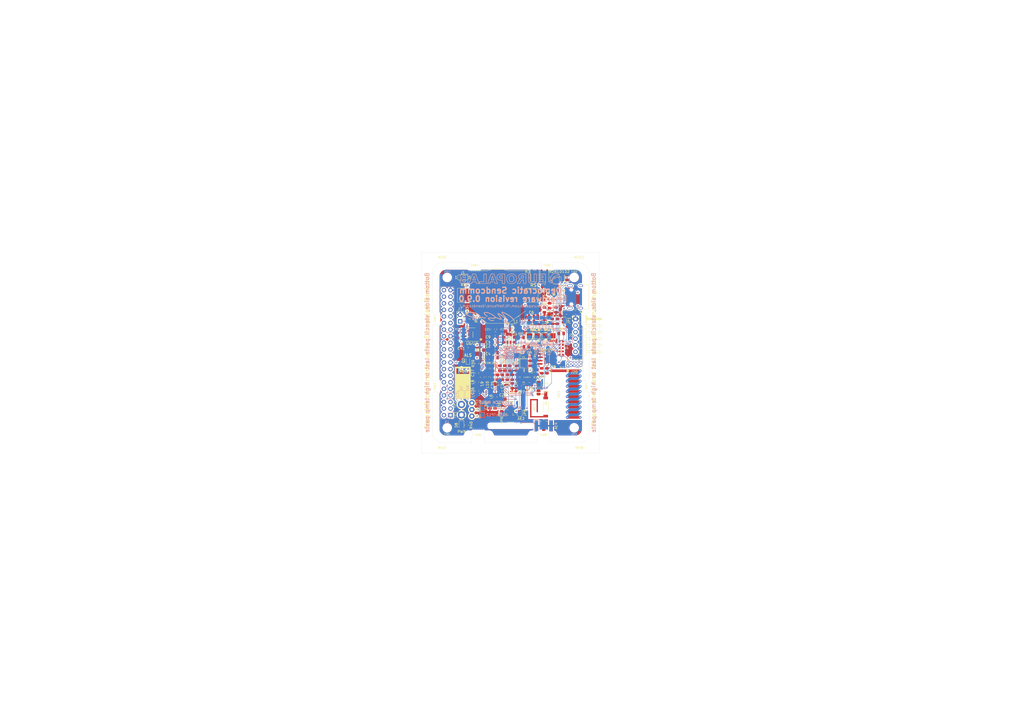
<source format=kicad_pcb>
(kicad_pcb (version 20171130) (host pcbnew 5.1.5+dfsg1-2build2)

  (general
    (thickness 1.6)
    (drawings 174)
    (tracks 1185)
    (zones 0)
    (modules 140)
    (nets 131)
  )

  (page A3)
  (title_block
    (title "Democratic Sendcomm")
    (date 2020-12-08)
    (rev 0.9.1)
    (company "Europalab Devices")
    (comment 1 "Copyright © 2020, Europalab Devices")
    (comment 2 "Fulfilling requirements of 20200210")
    (comment 3 "Pending quality assurance testing")
    (comment 4 "Release revision for manufacturing")
  )

  (layers
    (0 F.Cu signal)
    (1 In1.Cu power)
    (2 In2.Cu power)
    (31 B.Cu signal)
    (34 B.Paste user)
    (35 F.Paste user)
    (36 B.SilkS user)
    (37 F.SilkS user)
    (38 B.Mask user)
    (39 F.Mask user)
    (40 Dwgs.User user)
    (41 Cmts.User user)
    (44 Edge.Cuts user)
    (45 Margin user)
    (46 B.CrtYd user)
    (47 F.CrtYd user)
    (48 B.Fab user)
    (49 F.Fab user)
  )

  (setup
    (last_trace_width 0.127)
    (user_trace_width 0.1016)
    (user_trace_width 0.127)
    (user_trace_width 0.2)
    (trace_clearance 0.09)
    (zone_clearance 0.508)
    (zone_45_only no)
    (trace_min 0.09)
    (via_size 0.356)
    (via_drill 0.2)
    (via_min_size 0.356)
    (via_min_drill 0.2)
    (user_via 0.45 0.2)
    (user_via 0.6 0.3)
    (uvia_size 0.45)
    (uvia_drill 0.1)
    (uvias_allowed no)
    (uvia_min_size 0.45)
    (uvia_min_drill 0.1)
    (edge_width 0.1)
    (segment_width 0.1)
    (pcb_text_width 0.25)
    (pcb_text_size 1 1)
    (mod_edge_width 0.15)
    (mod_text_size 1 1)
    (mod_text_width 0.15)
    (pad_size 1.95 0.6)
    (pad_drill 0)
    (pad_to_mask_clearance 0)
    (aux_axis_origin 0 0)
    (visible_elements 7FFFFFFF)
    (pcbplotparams
      (layerselection 0x313fc_ffffffff)
      (usegerberextensions true)
      (usegerberattributes false)
      (usegerberadvancedattributes false)
      (creategerberjobfile false)
      (excludeedgelayer true)
      (linewidth 0.150000)
      (plotframeref false)
      (viasonmask false)
      (mode 1)
      (useauxorigin false)
      (hpglpennumber 1)
      (hpglpenspeed 20)
      (hpglpendiameter 15.000000)
      (psnegative false)
      (psa4output false)
      (plotreference true)
      (plotvalue true)
      (plotinvisibletext false)
      (padsonsilk false)
      (subtractmaskfromsilk false)
      (outputformat 1)
      (mirror false)
      (drillshape 0)
      (scaleselection 1)
      (outputdirectory "fabsingle"))
  )

  (net 0 "")
  (net 1 GND)
  (net 2 "Net-(AE1-Pad1)")
  (net 3 /Sheet5F53D5B4/RFSWPWR)
  (net 4 "Net-(C8-Pad1)")
  (net 5 /Sheet5F53D5B4/POWAMP)
  (net 6 "Net-(C13-Pad1)")
  (net 7 /Sheet5F53D5B4/HFOUT)
  (net 8 +3V3)
  (net 9 "Net-(C29-Pad1)")
  (net 10 /Sheet5F53D5B4/HPOUT)
  (net 11 /Sheet5F53D5B4/HFIN)
  (net 12 /Sheet5F53D5B4/BANDSEL)
  (net 13 "Net-(BT1-Pad1)")
  (net 14 /Sheet5F53D5B4/USB_BUS)
  (net 15 "Net-(C33-Pad1)")
  (net 16 "Net-(C34-Pad1)")
  (net 17 /Sheet5F53D5B4/CMDRST)
  (net 18 "Net-(D1-Pad2)")
  (net 19 "Net-(D1-Pad1)")
  (net 20 "Net-(D2-Pad1)")
  (net 21 "Net-(D2-Pad2)")
  (net 22 /Sheet5F53D5B4/USB_P)
  (net 23 /Sheet5F53D5B4/USB_N)
  (net 24 /Sheet60040980/ID_SD)
  (net 25 /Sheet60040980/ID_SC)
  (net 26 /Sheet5F53D5B4/SWDCLK)
  (net 27 "Net-(J3-Pad7)")
  (net 28 "Net-(J3-Pad8)")
  (net 29 "Net-(J4-Pad6)")
  (net 30 /Sheet5F53D5B4/CN_VBAT)
  (net 31 /Sheet5F53D5B4/XCEIV)
  (net 32 "Net-(AE5-Pad2)")
  (net 33 "Net-(C1-Pad1)")
  (net 34 "Net-(C7-Pad1)")
  (net 35 "Net-(C14-Pad1)")
  (net 36 "Net-(C17-Pad1)")
  (net 37 "Net-(C18-Pad2)")
  (net 38 "Net-(C19-Pad2)")
  (net 39 "Net-(C23-Pad2)")
  (net 40 "Net-(C23-Pad1)")
  (net 41 "Net-(C24-Pad1)")
  (net 42 "Net-(C24-Pad2)")
  (net 43 "Net-(C29-Pad2)")
  (net 44 "Net-(C33-Pad2)")
  (net 45 "Net-(C35-Pad2)")
  (net 46 "Net-(C40-Pad1)")
  (net 47 "Net-(J2-PadB5)")
  (net 48 "Net-(J2-PadA8)")
  (net 49 "Net-(J2-PadA5)")
  (net 50 "Net-(J2-PadB8)")
  (net 51 "Net-(J3-Pad2)")
  (net 52 "Net-(J3-Pad3)")
  (net 53 "Net-(J3-Pad4)")
  (net 54 "Net-(J3-Pad5)")
  (net 55 "Net-(J3-Pad10)")
  (net 56 "Net-(J3-Pad11)")
  (net 57 "Net-(J3-Pad12)")
  (net 58 "Net-(J3-Pad13)")
  (net 59 "Net-(J3-Pad15)")
  (net 60 "Net-(J3-Pad16)")
  (net 61 "Net-(J3-Pad18)")
  (net 62 "Net-(J3-Pad19)")
  (net 63 "Net-(J3-Pad21)")
  (net 64 "Net-(J3-Pad22)")
  (net 65 "Net-(J3-Pad23)")
  (net 66 "Net-(J3-Pad24)")
  (net 67 "Net-(J3-Pad26)")
  (net 68 "Net-(J3-Pad29)")
  (net 69 "Net-(J3-Pad31)")
  (net 70 "Net-(J3-Pad32)")
  (net 71 "Net-(J3-Pad33)")
  (net 72 "Net-(J3-Pad35)")
  (net 73 "Net-(J3-Pad36)")
  (net 74 "Net-(J3-Pad37)")
  (net 75 "Net-(J3-Pad38)")
  (net 76 "Net-(J3-Pad40)")
  (net 77 "Net-(J4-Pad7)")
  (net 78 "Net-(J4-Pad8)")
  (net 79 "Net-(J5-Pad2)")
  (net 80 "Net-(J5-Pad3)")
  (net 81 "Net-(J5-Pad6)")
  (net 82 "Net-(J6-Pad1)")
  (net 83 "Net-(L1-Pad2)")
  (net 84 "Net-(R3-Pad1)")
  (net 85 "Net-(R4-Pad1)")
  (net 86 "Net-(R4-Pad2)")
  (net 87 "Net-(U2-Pad5)")
  (net 88 "Net-(U3-PadG1)")
  (net 89 "Net-(U3-PadH1)")
  (net 90 "Net-(U3-PadE3)")
  (net 91 "Net-(U3-PadE4)")
  (net 92 "Net-(U3-PadF4)")
  (net 93 "Net-(U3-PadC7)")
  (net 94 "Net-(U3-PadD7)")
  (net 95 "Net-(U3-PadD8)")
  (net 96 "Net-(U5-Pad3)")
  (net 97 "Net-(U5-Pad4)")
  (net 98 "Net-(U8-Pad7)")
  (net 99 "Net-(U8-Pad3)")
  (net 100 "Net-(U8-Pad2)")
  (net 101 "Net-(U8-Pad1)")
  (net 102 "Net-(U9-Pad1)")
  (net 103 "Net-(U9-Pad2)")
  (net 104 "Net-(U9-Pad3)")
  (net 105 "Net-(U9-Pad7)")
  (net 106 /Sheet5F53D5B4/SWDIO)
  (net 107 "Net-(AE2-Pad1)")
  (net 108 "Net-(AE4-Pad1)")
  (net 109 "Net-(AE5-Pad1)")
  (net 110 "Net-(JP10-Pad1)")
  (net 111 "Net-(J6-Pad2)")
  (net 112 "Net-(J6-Pad3)")
  (net 113 "Net-(J6-Pad4)")
  (net 114 "Net-(J7-Pad1)")
  (net 115 "Net-(C95-Pad1)")
  (net 116 /TP_SCL)
  (net 117 /TP_SDA)
  (net 118 "Net-(J20-Pad6)")
  (net 119 "Net-(J20-Pad7)")
  (net 120 "Net-(J20-Pad8)")
  (net 121 "Net-(Q2-Pad2)")
  (net 122 EXT_UART_TX)
  (net 123 EXT_UART_RX)
  (net 124 "Net-(D8-Pad2)")
  (net 125 USB_TST)
  (net 126 "Net-(TP13-Pad1)")
  (net 127 "Net-(C94-Pad2)")
  (net 128 "Net-(C96-Pad1)")
  (net 129 /Sheet5F53D5B4/CRY_XIN-RSVD)
  (net 130 /Sheet5F53D5B4/CRY_XOUT-RSVD)

  (net_class Default "This is the default net class."
    (clearance 0.09)
    (trace_width 0.09)
    (via_dia 0.356)
    (via_drill 0.2)
    (uvia_dia 0.45)
    (uvia_drill 0.1)
    (add_net +3V3)
    (add_net /Sheet5F53D5B4/BANDSEL)
    (add_net /Sheet5F53D5B4/CMDRST)
    (add_net /Sheet5F53D5B4/CN_VBAT)
    (add_net /Sheet5F53D5B4/CRY_XIN-RSVD)
    (add_net /Sheet5F53D5B4/CRY_XOUT-RSVD)
    (add_net /Sheet5F53D5B4/HFIN)
    (add_net /Sheet5F53D5B4/HFOUT)
    (add_net /Sheet5F53D5B4/HPOUT)
    (add_net /Sheet5F53D5B4/POWAMP)
    (add_net /Sheet5F53D5B4/RFSWPWR)
    (add_net /Sheet5F53D5B4/SWDCLK)
    (add_net /Sheet5F53D5B4/SWDIO)
    (add_net /Sheet5F53D5B4/USB_BUS)
    (add_net /Sheet5F53D5B4/USB_N)
    (add_net /Sheet5F53D5B4/USB_P)
    (add_net /Sheet5F53D5B4/XCEIV)
    (add_net /Sheet60040980/ID_SC)
    (add_net /Sheet60040980/ID_SD)
    (add_net /TP_SCL)
    (add_net /TP_SDA)
    (add_net EXT_UART_RX)
    (add_net EXT_UART_TX)
    (add_net GND)
    (add_net "Net-(AE1-Pad1)")
    (add_net "Net-(AE2-Pad1)")
    (add_net "Net-(AE4-Pad1)")
    (add_net "Net-(AE5-Pad1)")
    (add_net "Net-(AE5-Pad2)")
    (add_net "Net-(BT1-Pad1)")
    (add_net "Net-(C1-Pad1)")
    (add_net "Net-(C13-Pad1)")
    (add_net "Net-(C14-Pad1)")
    (add_net "Net-(C17-Pad1)")
    (add_net "Net-(C18-Pad2)")
    (add_net "Net-(C19-Pad2)")
    (add_net "Net-(C23-Pad1)")
    (add_net "Net-(C23-Pad2)")
    (add_net "Net-(C24-Pad1)")
    (add_net "Net-(C24-Pad2)")
    (add_net "Net-(C29-Pad1)")
    (add_net "Net-(C29-Pad2)")
    (add_net "Net-(C33-Pad1)")
    (add_net "Net-(C33-Pad2)")
    (add_net "Net-(C34-Pad1)")
    (add_net "Net-(C35-Pad2)")
    (add_net "Net-(C40-Pad1)")
    (add_net "Net-(C7-Pad1)")
    (add_net "Net-(C8-Pad1)")
    (add_net "Net-(C94-Pad2)")
    (add_net "Net-(C95-Pad1)")
    (add_net "Net-(C96-Pad1)")
    (add_net "Net-(D1-Pad1)")
    (add_net "Net-(D1-Pad2)")
    (add_net "Net-(D2-Pad1)")
    (add_net "Net-(D2-Pad2)")
    (add_net "Net-(D8-Pad2)")
    (add_net "Net-(J2-PadA5)")
    (add_net "Net-(J2-PadA8)")
    (add_net "Net-(J2-PadB5)")
    (add_net "Net-(J2-PadB8)")
    (add_net "Net-(J20-Pad6)")
    (add_net "Net-(J20-Pad7)")
    (add_net "Net-(J20-Pad8)")
    (add_net "Net-(J3-Pad10)")
    (add_net "Net-(J3-Pad11)")
    (add_net "Net-(J3-Pad12)")
    (add_net "Net-(J3-Pad13)")
    (add_net "Net-(J3-Pad15)")
    (add_net "Net-(J3-Pad16)")
    (add_net "Net-(J3-Pad18)")
    (add_net "Net-(J3-Pad19)")
    (add_net "Net-(J3-Pad2)")
    (add_net "Net-(J3-Pad21)")
    (add_net "Net-(J3-Pad22)")
    (add_net "Net-(J3-Pad23)")
    (add_net "Net-(J3-Pad24)")
    (add_net "Net-(J3-Pad26)")
    (add_net "Net-(J3-Pad29)")
    (add_net "Net-(J3-Pad3)")
    (add_net "Net-(J3-Pad31)")
    (add_net "Net-(J3-Pad32)")
    (add_net "Net-(J3-Pad33)")
    (add_net "Net-(J3-Pad35)")
    (add_net "Net-(J3-Pad36)")
    (add_net "Net-(J3-Pad37)")
    (add_net "Net-(J3-Pad38)")
    (add_net "Net-(J3-Pad4)")
    (add_net "Net-(J3-Pad40)")
    (add_net "Net-(J3-Pad5)")
    (add_net "Net-(J3-Pad7)")
    (add_net "Net-(J3-Pad8)")
    (add_net "Net-(J4-Pad6)")
    (add_net "Net-(J4-Pad7)")
    (add_net "Net-(J4-Pad8)")
    (add_net "Net-(J5-Pad2)")
    (add_net "Net-(J5-Pad3)")
    (add_net "Net-(J5-Pad6)")
    (add_net "Net-(J6-Pad1)")
    (add_net "Net-(J6-Pad2)")
    (add_net "Net-(J6-Pad3)")
    (add_net "Net-(J6-Pad4)")
    (add_net "Net-(J7-Pad1)")
    (add_net "Net-(JP10-Pad1)")
    (add_net "Net-(L1-Pad2)")
    (add_net "Net-(Q2-Pad2)")
    (add_net "Net-(R3-Pad1)")
    (add_net "Net-(R4-Pad1)")
    (add_net "Net-(R4-Pad2)")
    (add_net "Net-(TP13-Pad1)")
    (add_net "Net-(U2-Pad5)")
    (add_net "Net-(U3-PadC7)")
    (add_net "Net-(U3-PadD7)")
    (add_net "Net-(U3-PadD8)")
    (add_net "Net-(U3-PadE3)")
    (add_net "Net-(U3-PadE4)")
    (add_net "Net-(U3-PadF4)")
    (add_net "Net-(U3-PadG1)")
    (add_net "Net-(U3-PadH1)")
    (add_net "Net-(U5-Pad3)")
    (add_net "Net-(U5-Pad4)")
    (add_net "Net-(U8-Pad1)")
    (add_net "Net-(U8-Pad2)")
    (add_net "Net-(U8-Pad3)")
    (add_net "Net-(U8-Pad7)")
    (add_net "Net-(U9-Pad1)")
    (add_net "Net-(U9-Pad2)")
    (add_net "Net-(U9-Pad3)")
    (add_net "Net-(U9-Pad7)")
    (add_net USB_TST)
  )

  (net_class Power ""
    (clearance 0.2)
    (trace_width 0.5)
    (via_dia 1)
    (via_drill 0.7)
    (uvia_dia 0.5)
    (uvia_drill 0.1)
  )

  (module Elabdev:Panel_Mousetab_25mm_Single (layer F.Cu) (tedit 5CD9E502) (tstamp 5FEC726C)
    (at 222.5 179.75 90)
    (path /5CD9EB0D)
    (fp_text reference TAB8 (at 0 0) (layer F.SilkS)
      (effects (font (size 0.8 0.8) (thickness 0.13)))
    )
    (fp_text value Pantab (at -3.25 0 180) (layer F.Fab)
      (effects (font (size 1 1) (thickness 0.15)))
    )
    (fp_line (start 1.25 -2.2) (end 1.25 2.2) (layer F.Fab) (width 0.15))
    (fp_line (start -1.25 -2.2) (end -1.25 2.2) (layer F.Fab) (width 0.15))
    (fp_line (start 2.1 -2.6) (end 2.1 2.6) (layer F.CrtYd) (width 0.15))
    (fp_line (start 2.1 2.6) (end -2.1 2.6) (layer F.CrtYd) (width 0.15))
    (fp_line (start -2.1 2.6) (end -2.1 -2.6) (layer F.CrtYd) (width 0.15))
    (fp_line (start -2.1 -2.6) (end 2.1 -2.6) (layer F.CrtYd) (width 0.15))
    (pad "" np_thru_hole circle (at 1.35 2 90) (size 0.5 0.5) (drill 0.5) (layers *.Cu))
    (pad "" np_thru_hole circle (at 1.35 1.2 90) (size 0.5 0.5) (drill 0.5) (layers *.Cu))
    (pad "" np_thru_hole circle (at 1.35 0.4 90) (size 0.5 0.5) (drill 0.5) (layers *.Cu))
    (pad "" np_thru_hole circle (at 1.35 -0.4 90) (size 0.5 0.5) (drill 0.5) (layers *.Cu))
    (pad "" np_thru_hole circle (at 1.35 -1.2 90) (size 0.5 0.5) (drill 0.5) (layers *.Cu))
    (pad "" np_thru_hole circle (at 1.35 -2 90) (size 0.5 0.5) (drill 0.5) (layers *.Cu))
  )

  (module Capacitor_SMD:C_0805_2012Metric (layer F.Cu) (tedit 5B36C52B) (tstamp 5FEB8111)
    (at 211.5 143.0625 270)
    (descr "Capacitor SMD 0805 (2012 Metric), square (rectangular) end terminal, IPC_7351 nominal, (Body size source: https://docs.google.com/spreadsheets/d/1BsfQQcO9C6DZCsRaXUlFlo91Tg2WpOkGARC1WS5S8t0/edit?usp=sharing), generated with kicad-footprint-generator")
    (tags capacitor)
    (path /5F53D5B5/5F609CF5)
    (attr smd)
    (fp_text reference C19 (at -2.0625 0 180) (layer F.SilkS)
      (effects (font (size 0.7 0.7) (thickness 0.1)))
    )
    (fp_text value 12pF (at 0 1.65 90) (layer F.Fab)
      (effects (font (size 1 1) (thickness 0.15)))
    )
    (fp_line (start -1 0.6) (end -1 -0.6) (layer F.Fab) (width 0.1))
    (fp_line (start -1 -0.6) (end 1 -0.6) (layer F.Fab) (width 0.1))
    (fp_line (start 1 -0.6) (end 1 0.6) (layer F.Fab) (width 0.1))
    (fp_line (start 1 0.6) (end -1 0.6) (layer F.Fab) (width 0.1))
    (fp_line (start -0.258578 -0.71) (end 0.258578 -0.71) (layer F.SilkS) (width 0.12))
    (fp_line (start -0.258578 0.71) (end 0.258578 0.71) (layer F.SilkS) (width 0.12))
    (fp_line (start -1.68 0.95) (end -1.68 -0.95) (layer F.CrtYd) (width 0.05))
    (fp_line (start -1.68 -0.95) (end 1.68 -0.95) (layer F.CrtYd) (width 0.05))
    (fp_line (start 1.68 -0.95) (end 1.68 0.95) (layer F.CrtYd) (width 0.05))
    (fp_line (start 1.68 0.95) (end -1.68 0.95) (layer F.CrtYd) (width 0.05))
    (fp_text user %R (at 0 0 90) (layer F.Fab)
      (effects (font (size 0.5 0.5) (thickness 0.08)))
    )
    (pad 1 smd roundrect (at -0.9375 0 270) (size 0.975 1.4) (layers F.Cu F.Paste F.Mask) (roundrect_rratio 0.25)
      (net 1 GND))
    (pad 2 smd roundrect (at 0.9375 0 270) (size 0.975 1.4) (layers F.Cu F.Paste F.Mask) (roundrect_rratio 0.25)
      (net 38 "Net-(C19-Pad2)"))
    (model ${KISYS3DMOD}/Capacitor_SMD.3dshapes/C_0805_2012Metric.wrl
      (at (xyz 0 0 0))
      (scale (xyz 1 1 1))
      (rotate (xyz 0 0 0))
    )
  )

  (module Elabdev:Meinkuerzel_signature_480DPI (layer B.Cu) (tedit 0) (tstamp 5FBE809B)
    (at 202 134 180)
    (fp_text reference G1 (at 0 0) (layer B.SilkS) hide
      (effects (font (size 1.524 1.524) (thickness 0.3)) (justify mirror))
    )
    (fp_text value Meinkuerzel_signature (at 0.75 0) (layer B.SilkS) hide
      (effects (font (size 1.524 1.524) (thickness 0.3)) (justify mirror))
    )
    (fp_poly (pts (xy 7.849084 1.675651) (xy 8.303148 1.632827) (xy 8.685942 1.550363) (xy 8.876057 1.481326)
      (xy 9.07938 1.34976) (xy 9.204465 1.178624) (xy 9.241225 0.986809) (xy 9.210768 0.854557)
      (xy 9.078684 0.643748) (xy 8.864557 0.429964) (xy 8.589687 0.233059) (xy 8.471807 0.165759)
      (xy 8.232808 0.053863) (xy 7.923436 -0.068816) (xy 7.576824 -0.190996) (xy 7.226108 -0.301392)
      (xy 6.904421 -0.388723) (xy 6.731621 -0.426811) (xy 6.398868 -0.490816) (xy 6.556265 -0.586535)
      (xy 6.736632 -0.743549) (xy 6.819572 -0.938245) (xy 6.82625 -1.022915) (xy 6.780462 -1.15416)
      (xy 6.660466 -1.295963) (xy 6.49231 -1.424979) (xy 6.30204 -1.517866) (xy 6.258842 -1.531402)
      (xy 6.0446 -1.569955) (xy 5.805186 -1.581627) (xy 5.582286 -1.566858) (xy 5.417587 -1.526091)
      (xy 5.409578 -1.522402) (xy 5.285381 -1.409276) (xy 5.232727 -1.237525) (xy 5.243042 -1.133742)
      (xy 5.545646 -1.133742) (xy 5.569322 -1.243922) (xy 5.599007 -1.270742) (xy 5.725804 -1.30367)
      (xy 5.911501 -1.301091) (xy 6.117136 -1.267785) (xy 6.303743 -1.20853) (xy 6.368163 -1.176419)
      (xy 6.483421 -1.090411) (xy 6.547775 -1.006994) (xy 6.550669 -0.996984) (xy 6.519163 -0.903747)
      (xy 6.404517 -0.814537) (xy 6.229026 -0.742568) (xy 6.060328 -0.706358) (xy 5.903418 -0.693399)
      (xy 5.806355 -0.717484) (xy 5.726223 -0.79035) (xy 5.718194 -0.79992) (xy 5.596762 -0.979847)
      (xy 5.545646 -1.133742) (xy 5.243042 -1.133742) (xy 5.253531 -1.028227) (xy 5.344918 -0.810631)
      (xy 5.442538 -0.642303) (xy 5.295353 -0.646487) (xy 5.12125 -0.625399) (xy 5.035885 -0.550663)
      (xy 5.027083 -0.501447) (xy 5.075804 -0.410776) (xy 5.222941 -0.351671) (xy 5.469958 -0.32355)
      (xy 5.476875 -0.323261) (xy 5.599677 -0.314345) (xy 5.697993 -0.289875) (xy 5.794712 -0.235966)
      (xy 5.912725 -0.138734) (xy 6.074923 0.015705) (xy 6.138333 0.077935) (xy 6.357426 0.284825)
      (xy 6.520758 0.415811) (xy 6.63982 0.476704) (xy 6.726105 0.473318) (xy 6.791106 0.411464)
      (xy 6.792772 0.408883) (xy 6.813029 0.349999) (xy 6.787897 0.281807) (xy 6.704882 0.184844)
      (xy 6.561666 0.048946) (xy 6.270625 -0.217166) (xy 6.532899 -0.183078) (xy 6.900304 -0.115245)
      (xy 7.289474 -0.008645) (xy 7.678243 0.127507) (xy 8.044445 0.283994) (xy 8.365914 0.451601)
      (xy 8.620483 0.621112) (xy 8.749193 0.738377) (xy 8.856936 0.865956) (xy 8.92727 0.965202)
      (xy 8.942916 1.001728) (xy 8.895983 1.084773) (xy 8.773369 1.176095) (xy 8.602358 1.259484)
      (xy 8.410231 1.318727) (xy 8.408998 1.318992) (xy 8.149682 1.354937) (xy 7.8128 1.371973)
      (xy 7.424917 1.370093) (xy 7.012599 1.349291) (xy 6.686734 1.319437) (xy 6.066773 1.222977)
      (xy 5.517194 1.081213) (xy 5.043989 0.897075) (xy 4.653152 0.673494) (xy 4.350673 0.413401)
      (xy 4.142546 0.119727) (xy 4.114637 0.061443) (xy 4.047094 -0.15251) (xy 4.06025 -0.336634)
      (xy 4.160207 -0.518581) (xy 4.270456 -0.644496) (xy 4.390411 -0.79173) (xy 4.431252 -0.900383)
      (xy 4.427296 -0.922309) (xy 4.357272 -0.99719) (xy 4.242023 -0.977517) (xy 4.082983 -0.863726)
      (xy 4.010682 -0.795217) (xy 3.879838 -0.680755) (xy 3.765594 -0.608691) (xy 3.712637 -0.594925)
      (xy 3.6215 -0.594723) (xy 3.455888 -0.585507) (xy 3.246599 -0.569127) (xy 3.175 -0.562633)
      (xy 2.951086 -0.544014) (xy 2.793821 -0.54282) (xy 2.664643 -0.565021) (xy 2.524987 -0.61659)
      (xy 2.371034 -0.687127) (xy 2.100169 -0.795663) (xy 1.89262 -0.837972) (xy 1.841867 -0.837015)
      (xy 1.72083 -0.812158) (xy 1.663036 -0.745697) (xy 1.637803 -0.635) (xy 1.623821 -0.491701)
      (xy 1.628566 -0.389706) (xy 1.630235 -0.383646) (xy 1.692219 -0.322789) (xy 1.789679 -0.330876)
      (xy 1.885465 -0.399867) (xy 1.916539 -0.445597) (xy 1.984375 -0.573694) (xy 2.371569 -0.384068)
      (xy 2.758764 -0.194442) (xy 3.165319 -0.256321) (xy 3.413597 -0.293214) (xy 3.576071 -0.310583)
      (xy 3.67165 -0.304292) (xy 3.719238 -0.270208) (xy 3.737742 -0.204195) (xy 3.744012 -0.129767)
      (xy 3.817818 0.177969) (xy 3.989413 0.470621) (xy 4.251219 0.74303) (xy 4.595656 0.99004)
      (xy 5.015149 1.206492) (xy 5.502117 1.387229) (xy 6.048984 1.527094) (xy 6.228561 1.561184)
      (xy 6.794861 1.64034) (xy 7.340678 1.678326) (xy 7.849084 1.675651)) (layer B.SilkS) (width 0.01))
    (fp_poly (pts (xy -4.580024 1.756567) (xy -4.544854 1.74305) (xy -4.466016 1.67622) (xy -4.437143 1.580417)
      (xy -4.461964 1.447967) (xy -4.544204 1.271201) (xy -4.68759 1.042447) (xy -4.895848 0.754033)
      (xy -5.172705 0.39829) (xy -5.237349 0.3175) (xy -5.411926 0.098408) (xy -5.577817 -0.112809)
      (xy -5.714811 -0.290245) (xy -5.794689 -0.396875) (xy -5.948296 -0.608542) (xy -5.791961 -0.468507)
      (xy -5.700695 -0.392772) (xy -5.541009 -0.266466) (xy -5.329307 -0.10231) (xy -5.081994 0.086977)
      (xy -4.815472 0.288675) (xy -4.815417 0.288716) (xy -4.345432 0.631252) (xy -3.946225 0.897872)
      (xy -3.615767 1.089474) (xy -3.352032 1.206955) (xy -3.152989 1.251211) (xy -3.016612 1.223138)
      (xy -2.940872 1.123633) (xy -2.939055 1.118116) (xy -2.92791 1.023519) (xy -2.955738 0.908417)
      (xy -3.029742 0.759005) (xy -3.157121 0.561475) (xy -3.345079 0.302021) (xy -3.409058 0.217037)
      (xy -3.654587 -0.113597) (xy -3.860834 -0.404313) (xy -4.022275 -0.646491) (xy -4.133388 -0.831509)
      (xy -4.188652 -0.950744) (xy -4.185335 -0.994958) (xy -4.120655 -0.981486) (xy -3.976478 -0.932768)
      (xy -3.770527 -0.855371) (xy -3.520529 -0.755864) (xy -3.349225 -0.685128) (xy -3.06462 -0.570045)
      (xy -2.797019 -0.469163) (xy -2.569108 -0.390505) (xy -2.403576 -0.342097) (xy -2.349431 -0.331513)
      (xy -2.183877 -0.291941) (xy -2.07811 -0.206425) (xy -2.041672 -0.151915) (xy -1.850086 0.096101)
      (xy -1.567603 0.354844) (xy -1.207453 0.616123) (xy -0.78287 0.87175) (xy -0.307084 1.113536)
      (xy 0.206672 1.333293) (xy 0.574448 1.467145) (xy 0.853452 1.556991) (xy 1.074831 1.61415)
      (xy 1.278935 1.645957) (xy 1.506112 1.659747) (xy 1.647661 1.662241) (xy 1.89537 1.661355)
      (xy 2.061526 1.650821) (xy 2.170245 1.626908) (xy 2.245641 1.585888) (xy 2.269431 1.566069)
      (xy 2.364656 1.413892) (xy 2.378536 1.21834) (xy 2.31231 1.002224) (xy 2.231511 0.867835)
      (xy 2.055394 0.653788) (xy 1.846452 0.444397) (xy 1.622129 0.252501) (xy 1.399873 0.090942)
      (xy 1.19713 -0.02744) (xy 1.031346 -0.089804) (xy 0.931657 -0.088852) (xy 0.853749 -0.025156)
      (xy 0.874571 0.06423) (xy 0.991583 0.174246) (xy 1.09802 0.242886) (xy 1.314624 0.387246)
      (xy 1.527802 0.560014) (xy 1.72429 0.746283) (xy 1.890825 0.931146) (xy 2.014146 1.099697)
      (xy 2.080988 1.237027) (xy 2.078088 1.32823) (xy 2.071165 1.336667) (xy 1.954541 1.387475)
      (xy 1.756832 1.400928) (xy 1.494763 1.380087) (xy 1.185063 1.328013) (xy 0.844457 1.247766)
      (xy 0.489674 1.142406) (xy 0.137439 1.014995) (xy -0.00172 0.957368) (xy -0.385109 0.777304)
      (xy -0.74297 0.581237) (xy -1.065571 0.377182) (xy -1.343179 0.173152) (xy -1.566062 -0.022838)
      (xy -1.724487 -0.202776) (xy -1.808722 -0.358647) (xy -1.809035 -0.482438) (xy -1.789329 -0.514562)
      (xy -1.69188 -0.558953) (xy -1.49842 -0.578536) (xy -1.2158 -0.573404) (xy -0.850872 -0.543648)
      (xy -0.464887 -0.496867) (xy -0.056607 -0.452123) (xy 0.260382 -0.442712) (xy 0.494773 -0.469264)
      (xy 0.655256 -0.532408) (xy 0.714552 -0.58228) (xy 0.776217 -0.725165) (xy 0.746162 -0.908878)
      (xy 0.632079 -1.115352) (xy 0.45893 -1.290216) (xy 0.2117 -1.450188) (xy -0.085638 -1.588107)
      (xy -0.409112 -1.696809) (xy -0.734748 -1.769134) (xy -1.038572 -1.797919) (xy -1.296612 -1.776003)
      (xy -1.42875 -1.731015) (xy -1.546706 -1.617759) (xy -1.577815 -1.519827) (xy -1.560687 -1.389395)
      (xy -1.486335 -1.336349) (xy -1.378138 -1.369493) (xy -1.317893 -1.421952) (xy -1.19986 -1.505637)
      (xy -1.092449 -1.534584) (xy -0.859949 -1.513387) (xy -0.579373 -1.457345) (xy -0.297878 -1.377776)
      (xy -0.068589 -1.288836) (xy 0.116249 -1.181832) (xy 0.284174 -1.050661) (xy 0.411262 -0.917533)
      (xy 0.473586 -0.804658) (xy 0.47625 -0.783054) (xy 0.425256 -0.757675) (xy 0.277287 -0.748743)
      (xy 0.039858 -0.755912) (xy -0.279513 -0.778835) (xy -0.673311 -0.817167) (xy -0.956033 -0.849048)
      (xy -1.308534 -0.882196) (xy -1.57585 -0.8857) (xy -1.774982 -0.85746) (xy -1.922933 -0.795374)
      (xy -2.017888 -0.717835) (xy -2.096716 -0.653738) (xy -2.190635 -0.62131) (xy -2.313833 -0.623423)
      (xy -2.480498 -0.662945) (xy -2.704818 -0.742748) (xy -3.00098 -0.865702) (xy -3.216817 -0.960383)
      (xy -3.585839 -1.11854) (xy -3.874386 -1.227749) (xy -4.094462 -1.290524) (xy -4.258069 -1.309381)
      (xy -4.377212 -1.286836) (xy -4.463891 -1.225404) (xy -4.466704 -1.222337) (xy -4.518051 -1.14061)
      (xy -4.530831 -1.040781) (xy -4.500098 -0.912213) (xy -4.420902 -0.744269) (xy -4.288295 -0.526313)
      (xy -4.097327 -0.247708) (xy -3.863138 0.07498) (xy -3.679345 0.325213) (xy -3.519393 0.545064)
      (xy -3.393108 0.720859) (xy -3.310313 0.838921) (xy -3.280834 0.885525) (xy -3.323557 0.888476)
      (xy -3.399896 0.869711) (xy -3.542096 0.805036) (xy -3.750284 0.678102) (xy -4.027571 0.486762)
      (xy -4.377062 0.228867) (xy -4.801868 -0.097732) (xy -4.81991 -0.111817) (xy -5.187034 -0.396401)
      (xy -5.482932 -0.620081) (xy -5.717862 -0.789492) (xy -5.902078 -0.911266) (xy -6.045837 -0.99204)
      (xy -6.159396 -1.038447) (xy -6.25301 -1.057121) (xy -6.283148 -1.058333) (xy -6.40378 -1.045849)
      (xy -6.450441 -0.994435) (xy -6.455563 -0.939271) (xy -6.445942 -0.865735) (xy -6.412644 -0.776476)
      (xy -6.348546 -0.66103) (xy -6.24652 -0.508935) (xy -6.099443 -0.309727) (xy -5.90019 -0.052942)
      (xy -5.641635 0.271882) (xy -5.570553 0.360397) (xy -5.363566 0.620769) (xy -5.174974 0.863504)
      (xy -5.016826 1.072659) (xy -4.901172 1.23229) (xy -4.84006 1.326453) (xy -4.839117 1.328251)
      (xy -4.786636 1.436383) (xy -4.790145 1.473528) (xy -4.856494 1.462433) (xy -4.877731 1.456477)
      (xy -4.973599 1.420322) (xy -5.140081 1.348706) (xy -5.352621 1.252468) (xy -5.55625 1.156974)
      (xy -6.094525 0.881508) (xy -6.644499 0.565345) (xy -7.182748 0.223911) (xy -7.685848 -0.12737)
      (xy -8.130378 -0.473072) (xy -8.424687 -0.732038) (xy -8.650145 -0.95487) (xy -8.800069 -1.131002)
      (xy -8.884377 -1.276175) (xy -8.912984 -1.406131) (xy -8.905425 -1.495188) (xy -8.906488 -1.61853)
      (xy -8.964006 -1.672137) (xy -9.075823 -1.672519) (xy -9.156792 -1.593028) (xy -9.200558 -1.456755)
      (xy -9.200763 -1.286789) (xy -9.151052 -1.106218) (xy -9.131299 -1.06447) (xy -9.024915 -0.913844)
      (xy -8.843627 -0.718433) (xy -8.601654 -0.490528) (xy -8.313213 -0.242422) (xy -7.992524 0.013592)
      (xy -7.653804 0.265222) (xy -7.3545 0.471681) (xy -6.896098 0.764541) (xy -6.449337 1.028776)
      (xy -6.024338 1.259805) (xy -5.631223 1.453048) (xy -5.280112 1.603926) (xy -4.981128 1.707858)
      (xy -4.744392 1.760265) (xy -4.580024 1.756567)) (layer B.SilkS) (width 0.01))
  )

  (module Elabdev:Panel_Mousetab_25mm_Single (layer F.Cu) (tedit 5CD9E59A) (tstamp 5FBE7343)
    (at 224 114.25 270)
    (path /5CD5C3A7)
    (fp_text reference TAB5 (at 0 0 180) (layer F.SilkS)
      (effects (font (size 0.8 0.8) (thickness 0.13)))
    )
    (fp_text value Pantab (at 0 -3.5 270) (layer F.Fab)
      (effects (font (size 1 1) (thickness 0.15)))
    )
    (fp_line (start -2.1 -2.6) (end 2.1 -2.6) (layer F.CrtYd) (width 0.15))
    (fp_line (start -2.1 2.6) (end -2.1 -2.6) (layer F.CrtYd) (width 0.15))
    (fp_line (start 2.1 2.6) (end -2.1 2.6) (layer F.CrtYd) (width 0.15))
    (fp_line (start 2.1 -2.6) (end 2.1 2.6) (layer F.CrtYd) (width 0.15))
    (fp_line (start -1.25 -2.2) (end -1.25 2.2) (layer F.Fab) (width 0.15))
    (fp_line (start 1.25 -2.2) (end 1.25 2.2) (layer F.Fab) (width 0.15))
    (pad "" np_thru_hole circle (at 1.35 -2 270) (size 0.5 0.5) (drill 0.5) (layers *.Cu))
    (pad "" np_thru_hole circle (at 1.35 -1.2 270) (size 0.5 0.5) (drill 0.5) (layers *.Cu))
    (pad "" np_thru_hole circle (at 1.35 -0.4 270) (size 0.5 0.5) (drill 0.5) (layers *.Cu))
    (pad "" np_thru_hole circle (at 1.35 0.4 270) (size 0.5 0.5) (drill 0.5) (layers *.Cu))
    (pad "" np_thru_hole circle (at 1.35 1.2 270) (size 0.5 0.5) (drill 0.5) (layers *.Cu))
    (pad "" np_thru_hole circle (at 1.35 2 270) (size 0.5 0.5) (drill 0.5) (layers *.Cu))
  )

  (module Elabdev:Elablogoslk-Gfx (layer B.Cu) (tedit 0) (tstamp 5FBDF7AF)
    (at 210 119.5 180)
    (fp_text reference G** (at 0 0) (layer B.SilkS) hide
      (effects (font (size 1.524 1.524) (thickness 0.3)) (justify mirror))
    )
    (fp_text value Elablogoslk (at 0.75 0) (layer B.SilkS) hide
      (effects (font (size 1.524 1.524) (thickness 0.3)) (justify mirror))
    )
    (fp_poly (pts (xy -15.405836 -0.675184) (xy -15.287483 -0.702055) (xy -15.188143 -0.754619) (xy -15.108772 -0.827765)
      (xy -15.050327 -0.916382) (xy -15.013763 -1.015359) (xy -15.000037 -1.119584) (xy -15.010104 -1.223945)
      (xy -15.04492 -1.323332) (xy -15.105441 -1.412633) (xy -15.192623 -1.486737) (xy -15.24833 -1.517344)
      (xy -15.356716 -1.550357) (xy -15.476625 -1.557984) (xy -15.592872 -1.539403) (xy -15.602283 -1.53653)
      (xy -15.678123 -1.497127) (xy -15.752493 -1.432517) (xy -15.815972 -1.352895) (xy -15.859141 -1.268459)
      (xy -15.864155 -1.2531) (xy -15.88425 -1.176683) (xy -15.891257 -1.117668) (xy -15.885212 -1.059627)
      (xy -15.866149 -0.986134) (xy -15.864727 -0.981328) (xy -15.815988 -0.8777) (xy -15.739972 -0.790432)
      (xy -15.643773 -0.72426) (xy -15.534487 -0.683915) (xy -15.419207 -0.674131) (xy -15.405836 -0.675184)) (layer B.Mask) (width 0.01))
    (fp_poly (pts (xy 17.476107 1.827609) (xy 17.687258 1.825899) (xy 17.865618 1.824237) (xy 18.014678 1.822477)
      (xy 18.137934 1.82047) (xy 18.238879 1.818068) (xy 18.321005 1.815122) (xy 18.387806 1.811484)
      (xy 18.442776 1.807007) (xy 18.489407 1.801541) (xy 18.531194 1.794939) (xy 18.57163 1.787052)
      (xy 18.6055 1.779685) (xy 18.771822 1.733432) (xy 18.923911 1.673315) (xy 19.054677 1.602656)
      (xy 19.157033 1.524776) (xy 19.164226 1.5179) (xy 19.246251 1.417951) (xy 19.315464 1.294688)
      (xy 19.365371 1.16053) (xy 19.377923 1.109275) (xy 19.39052 1.010407) (xy 19.393203 0.893754)
      (xy 19.386762 0.771789) (xy 19.371983 0.656983) (xy 19.349655 0.561808) (xy 19.341939 0.539811)
      (xy 19.283862 0.430962) (xy 19.19941 0.326298) (xy 19.097976 0.236127) (xy 19.019624 0.185927)
      (xy 18.914298 0.12941) (xy 18.968542 0.109123) (xy 19.093064 0.054672) (xy 19.194891 -0.009335)
      (xy 19.285933 -0.089714) (xy 19.390804 -0.214403) (xy 19.467199 -0.350129) (xy 19.516977 -0.501894)
      (xy 19.541997 -0.674698) (xy 19.545898 -0.789214) (xy 19.53245 -0.987132) (xy 19.491752 -1.163006)
      (xy 19.423278 -1.317328) (xy 19.326496 -1.450588) (xy 19.200879 -1.563277) (xy 19.045898 -1.655885)
      (xy 18.861023 -1.728905) (xy 18.645726 -1.782826) (xy 18.442214 -1.81358) (xy 18.390712 -1.817354)
      (xy 18.307346 -1.820878) (xy 18.196536 -1.82407) (xy 18.062704 -1.826851) (xy 17.910272 -1.829142)
      (xy 17.743659 -1.830864) (xy 17.567287 -1.831936) (xy 17.403536 -1.83228) (xy 16.528143 -1.832429)
      (xy 16.528143 -1.197429) (xy 17.471571 -1.197429) (xy 17.812474 -1.197429) (xy 17.960507 -1.19621)
      (xy 18.077011 -1.192363) (xy 18.166668 -1.185602) (xy 18.234157 -1.175639) (xy 18.257984 -1.170182)
      (xy 18.384709 -1.1231) (xy 18.482481 -1.054854) (xy 18.552639 -0.964254) (xy 18.589417 -0.8761)
      (xy 18.611394 -0.756961) (xy 18.608994 -0.636283) (xy 18.583832 -0.523232) (xy 18.537525 -0.426977)
      (xy 18.502598 -0.383459) (xy 18.44707 -0.333771) (xy 18.385424 -0.294593) (xy 18.312843 -0.264829)
      (xy 18.22451 -0.243381) (xy 18.115607 -0.229153) (xy 17.981316 -0.221046) (xy 17.816821 -0.217964)
      (xy 17.775464 -0.217851) (xy 17.471571 -0.217714) (xy 17.471571 -1.197429) (xy 16.528143 -1.197429)
      (xy 16.528143 1.197428) (xy 17.471571 1.197428) (xy 17.471571 0.417286) (xy 17.804933 0.417286)
      (xy 17.937918 0.418126) (xy 18.040036 0.420891) (xy 18.116671 0.425945) (xy 18.173209 0.433651)
      (xy 18.215035 0.444376) (xy 18.217426 0.445205) (xy 18.319056 0.498467) (xy 18.395331 0.575146)
      (xy 18.444205 0.67085) (xy 18.463631 0.781188) (xy 18.451564 0.901769) (xy 18.443884 0.931299)
      (xy 18.396902 1.030842) (xy 18.322562 1.110813) (xy 18.227195 1.165118) (xy 18.18819 1.177399)
      (xy 18.143627 1.184049) (xy 18.070672 1.189765) (xy 17.977218 1.19415) (xy 17.871155 1.196808)
      (xy 17.790109 1.197428) (xy 17.471571 1.197428) (xy 16.528143 1.197428) (xy 16.528143 1.835008)
      (xy 17.476107 1.827609)) (layer B.Mask) (width 0.01))
    (fp_poly (pts (xy 14.119941 1.828149) (xy 14.684369 1.823357) (xy 15.359475 0) (xy 16.034582 -1.823357)
      (xy 15.571079 -1.828205) (xy 15.445094 -1.82918) (xy 15.331429 -1.829406) (xy 15.235013 -1.828925)
      (xy 15.160777 -1.827781) (xy 15.11365 -1.826018) (xy 15.098562 -1.824039) (xy 15.090052 -1.80483)
      (xy 15.071782 -1.756797) (xy 15.045759 -1.68544) (xy 15.013987 -1.59626) (xy 14.978473 -1.494759)
      (xy 14.977731 -1.49262) (xy 14.865914 -1.170214) (xy 14.120645 -1.165479) (xy 13.375375 -1.160744)
      (xy 13.306737 -1.355979) (xy 13.272699 -1.452448) (xy 13.236904 -1.553325) (xy 13.204622 -1.643779)
      (xy 13.188986 -1.687286) (xy 13.139873 -1.823357) (xy 12.664678 -1.828197) (xy 12.53823 -1.828961)
      (xy 12.425118 -1.828639) (xy 12.329969 -1.827326) (xy 12.257408 -1.825117) (xy 12.212064 -1.822108)
      (xy 12.19843 -1.818559) (xy 12.205849 -1.799875) (xy 12.225002 -1.749455) (xy 12.255032 -1.669593)
      (xy 12.295087 -1.562586) (xy 12.34431 -1.430729) (xy 12.401847 -1.276318) (xy 12.466842 -1.101648)
      (xy 12.538441 -0.909015) (xy 12.615789 -0.700714) (xy 12.69803 -0.479041) (xy 12.702348 -0.467391)
      (xy 13.614056 -0.467391) (xy 13.61958 -0.47467) (xy 13.636172 -0.480187) (xy 13.66764 -0.484184)
      (xy 13.717795 -0.486904) (xy 13.790447 -0.488587) (xy 13.889405 -0.489478) (xy 14.01848 -0.489817)
      (xy 14.115143 -0.489857) (xy 14.270607 -0.489531) (xy 14.392961 -0.488457) (xy 14.485375 -0.486493)
      (xy 14.551022 -0.483496) (xy 14.59307 -0.479323) (xy 14.614692 -0.473831) (xy 14.619171 -0.467179)
      (xy 14.611769 -0.445613) (xy 14.593892 -0.393441) (xy 14.566814 -0.314385) (xy 14.53181 -0.212168)
      (xy 14.490155 -0.090515) (xy 14.443125 0.046852) (xy 14.391994 0.196209) (xy 14.367839 0.266773)
      (xy 14.315439 0.418794) (xy 14.266379 0.559098) (xy 14.221933 0.684192) (xy 14.183374 0.790582)
      (xy 14.151976 0.874778) (xy 14.129011 0.933285) (xy 14.115754 0.96261) (xy 14.11319 0.965273)
      (xy 14.105039 0.945854) (xy 14.08648 0.895813) (xy 14.058824 0.818867) (xy 14.023386 0.718735)
      (xy 13.981478 0.599134) (xy 13.934414 0.463783) (xy 13.883507 0.316398) (xy 13.865167 0.263071)
      (xy 13.813057 0.111504) (xy 13.764295 -0.030104) (xy 13.720215 -0.157901) (xy 13.682146 -0.268036)
      (xy 13.651421 -0.356659) (xy 13.629372 -0.419918) (xy 13.617329 -0.453964) (xy 13.615787 -0.458107)
      (xy 13.614056 -0.467391) (xy 12.702348 -0.467391) (xy 12.784311 -0.246291) (xy 12.842155 -0.090148)
      (xy 12.931409 0.150825) (xy 13.017702 0.38378) (xy 13.100126 0.606258) (xy 13.177768 0.815802)
      (xy 13.249717 1.009954) (xy 13.315063 1.186256) (xy 13.372895 1.34225) (xy 13.422301 1.47548)
      (xy 13.462371 1.583486) (xy 13.492193 1.663811) (xy 13.510857 1.713998) (xy 13.516223 1.728364)
      (xy 13.555513 1.832942) (xy 14.119941 1.828149)) (layer B.Mask) (width 0.01))
    (fp_poly (pts (xy 10.359571 -1.124857) (xy 12.028714 -1.124857) (xy 12.028714 -1.832429) (xy 9.416143 -1.832429)
      (xy 9.416143 1.832429) (xy 10.359571 1.832429) (xy 10.359571 -1.124857)) (layer B.Mask) (width 0.01))
    (fp_poly (pts (xy 8.199353 0.127) (xy 8.288425 -0.113439) (xy 8.374711 -0.34635) (xy 8.457277 -0.569212)
      (xy 8.535188 -0.7795) (xy 8.607508 -0.974691) (xy 8.673302 -1.152261) (xy 8.731636 -1.309687)
      (xy 8.781574 -1.444447) (xy 8.822182 -1.554015) (xy 8.852524 -1.63587) (xy 8.871666 -1.687486)
      (xy 8.876754 -1.701194) (xy 8.925739 -1.83303) (xy 8.45225 -1.828194) (xy 7.97876 -1.823357)
      (xy 7.866169 -1.496786) (xy 7.753577 -1.170214) (xy 6.263113 -1.160744) (xy 6.215979 -1.292479)
      (xy 6.18957 -1.366538) (xy 6.156119 -1.460694) (xy 6.120643 -1.560816) (xy 6.098384 -1.623786)
      (xy 6.027922 -1.823357) (xy 5.555303 -1.828192) (xy 5.082684 -1.833026) (xy 5.109 -1.764692)
      (xy 5.118841 -1.738485) (xy 5.140399 -1.680606) (xy 5.172801 -1.59341) (xy 5.215173 -1.479255)
      (xy 5.26664 -1.3405) (xy 5.32633 -1.1795) (xy 5.393368 -0.998613) (xy 5.46688 -0.800198)
      (xy 5.545992 -0.586611) (xy 5.590624 -0.466084) (xy 6.500383 -0.466084) (xy 6.503747 -0.473226)
      (xy 6.522197 -0.478851) (xy 6.559117 -0.48312) (xy 6.617891 -0.486194) (xy 6.701902 -0.488231)
      (xy 6.814535 -0.489393) (xy 6.959172 -0.489839) (xy 7.003143 -0.489857) (xy 7.158575 -0.489532)
      (xy 7.280898 -0.488459) (xy 7.373282 -0.486498) (xy 7.438898 -0.483504) (xy 7.480918 -0.479336)
      (xy 7.502511 -0.47385) (xy 7.506956 -0.467179) (xy 7.499509 -0.445611) (xy 7.481591 -0.393437)
      (xy 7.454479 -0.31438) (xy 7.419449 -0.212163) (xy 7.377777 -0.090513) (xy 7.33074 0.046847)
      (xy 7.279613 0.196192) (xy 7.255551 0.266494) (xy 7.203171 0.418497) (xy 7.154136 0.558793)
      (xy 7.109719 0.683886) (xy 7.071192 0.790281) (xy 7.039829 0.874483) (xy 7.016902 0.932996)
      (xy 7.003686 0.962326) (xy 7.001147 0.964994) (xy 6.993017 0.945656) (xy 6.974441 0.89568)
      (xy 6.946726 0.818758) (xy 6.911178 0.718582) (xy 6.869105 0.598844) (xy 6.821814 0.463236)
      (xy 6.770613 0.31545) (xy 6.749793 0.255094) (xy 6.697385 0.103053) (xy 6.648476 -0.038716)
      (xy 6.604368 -0.166446) (xy 6.566363 -0.276369) (xy 6.535764 -0.364717) (xy 6.513876 -0.427723)
      (xy 6.502 -0.461619) (xy 6.500383 -0.466084) (xy 5.590624 -0.466084) (xy 5.629831 -0.36021)
      (xy 5.717523 -0.123352) (xy 5.786688 0.0635) (xy 6.438059 1.823357) (xy 7.570937 1.823357)
      (xy 8.199353 0.127)) (layer B.Mask) (width 0.01))
    (fp_poly (pts (xy 3.261178 1.827277) (xy 3.480979 1.825468) (xy 3.667644 1.823588) (xy 3.824324 1.821528)
      (xy 3.954168 1.819181) (xy 4.060326 1.81644) (xy 4.145949 1.813196) (xy 4.214186 1.809344)
      (xy 4.268189 1.804775) (xy 4.311106 1.799382) (xy 4.346087 1.793058) (xy 4.360384 1.789806)
      (xy 4.57993 1.722356) (xy 4.770202 1.633466) (xy 4.931207 1.523128) (xy 5.062949 1.391336)
      (xy 5.165434 1.238084) (xy 5.238668 1.063365) (xy 5.282655 0.867172) (xy 5.297401 0.6495)
      (xy 5.297399 0.645705) (xy 5.288217 0.449129) (xy 5.259944 0.278882) (xy 5.210498 0.129241)
      (xy 5.137794 -0.005519) (xy 5.039749 -0.131121) (xy 4.999026 -0.174012) (xy 4.895224 -0.267312)
      (xy 4.781879 -0.345945) (xy 4.655594 -0.410816) (xy 4.512975 -0.462831) (xy 4.350626 -0.502892)
      (xy 4.165152 -0.531906) (xy 3.953157 -0.550777) (xy 3.711246 -0.56041) (xy 3.542393 -0.562141)
      (xy 3.229428 -0.562429) (xy 3.229428 -1.832429) (xy 2.286 -1.832429) (xy 2.286 1.161143)
      (xy 3.229428 1.161143) (xy 3.229428 0.124325) (xy 3.596821 0.130257) (xy 3.723136 0.132565)
      (xy 3.819164 0.135281) (xy 3.890902 0.139038) (xy 3.944349 0.144469) (xy 3.985502 0.152208)
      (xy 4.020359 0.16289) (xy 4.054919 0.177147) (xy 4.059313 0.17912) (xy 4.169998 0.247064)
      (xy 4.252769 0.337754) (xy 4.306977 0.449997) (xy 4.331976 0.582598) (xy 4.332071 0.68209)
      (xy 4.311044 0.815987) (xy 4.265746 0.924961) (xy 4.194448 1.012525) (xy 4.152688 1.046406)
      (xy 4.091383 1.0851) (xy 4.025279 1.114474) (xy 3.948479 1.135638) (xy 3.855086 1.149702)
      (xy 3.739205 1.157776) (xy 3.594939 1.16097) (xy 3.543117 1.161143) (xy 3.229428 1.161143)
      (xy 2.286 1.161143) (xy 2.286 1.834702) (xy 3.261178 1.827277)) (layer B.Mask) (width 0.01))
    (fp_poly (pts (xy -5.021036 1.832322) (xy -4.790545 1.831953) (xy -4.592718 1.830742) (xy -4.423936 1.828439)
      (xy -4.280582 1.824796) (xy -4.15904 1.819563) (xy -4.05569 1.812491) (xy -3.966916 1.80333)
      (xy -3.8891 1.791831) (xy -3.818625 1.777744) (xy -3.751873 1.760821) (xy -3.685226 1.740812)
      (xy -3.683 1.7401) (xy -3.505143 1.668202) (xy -3.35675 1.57546) (xy -3.237033 1.461065)
      (xy -3.145204 1.32421) (xy -3.080473 1.164086) (xy -3.065095 1.106714) (xy -3.052126 1.024859)
      (xy -3.044784 0.920167) (xy -3.043076 0.805447) (xy -3.04701 0.693506) (xy -3.056593 0.597152)
      (xy -3.064765 0.553367) (xy -3.122067 0.387982) (xy -3.210124 0.241735) (xy -3.328674 0.114934)
      (xy -3.477456 0.007885) (xy -3.57383 -0.043297) (xy -3.737708 -0.121173) (xy -3.668326 -0.14196)
      (xy -3.581385 -0.180968) (xy -3.486689 -0.24535) (xy -3.393008 -0.328178) (xy -3.309114 -0.42252)
      (xy -3.302741 -0.430815) (xy -3.267184 -0.483895) (xy -3.217707 -0.567269) (xy -3.155723 -0.678343)
      (xy -3.082645 -0.814521) (xy -2.999885 -0.973211) (xy -2.908856 -1.151818) (xy -2.893023 -1.183254)
      (xy -2.82288 -1.322987) (xy -2.758127 -1.452445) (xy -2.700522 -1.56808) (xy -2.651821 -1.666341)
      (xy -2.613784 -1.743682) (xy -2.588166 -1.796552) (xy -2.576727 -1.821403) (xy -2.576286 -1.822789)
      (xy -2.593653 -1.825316) (xy -2.642652 -1.827593) (xy -2.718631 -1.829528) (xy -2.816936 -1.831032)
      (xy -2.932915 -1.832014) (xy -3.061914 -1.832384) (xy -3.070679 -1.832385) (xy -3.565072 -1.832341)
      (xy -3.841286 -1.280998) (xy -3.935266 -1.094993) (xy -4.016708 -0.93913) (xy -4.088439 -0.810677)
      (xy -4.153287 -0.706904) (xy -4.214078 -0.625078) (xy -4.27364 -0.562471) (xy -4.334799 -0.51635)
      (xy -4.400382 -0.483984) (xy -4.473218 -0.462643) (xy -4.556132 -0.449597) (xy -4.651953 -0.442113)
      (xy -4.712607 -0.439322) (xy -4.934857 -0.43053) (xy -4.934857 -1.832429) (xy -5.878286 -1.832429)
      (xy -5.878286 0.194859) (xy -4.934857 0.194859) (xy -4.640036 0.20436) (xy -4.485926 0.211499)
      (xy -4.366408 0.22194) (xy -4.279926 0.23584) (xy -4.249825 0.243746) (xy -4.144318 0.293932)
      (xy -4.063726 0.369853) (xy -4.008771 0.470198) (xy -3.980174 0.593659) (xy -3.978435 0.736049)
      (xy -3.99804 0.857385) (xy -4.035625 0.958384) (xy -4.088688 1.032538) (xy -4.094482 1.037986)
      (xy -4.130735 1.063292) (xy -4.185257 1.093514) (xy -4.218877 1.109665) (xy -4.256325 1.124906)
      (xy -4.295556 1.136159) (xy -4.3433 1.144228) (xy -4.406282 1.149916) (xy -4.491232 1.154025)
      (xy -4.604875 1.15736) (xy -4.621893 1.157773) (xy -4.934857 1.165259) (xy -4.934857 0.194859)
      (xy -5.878286 0.194859) (xy -5.878286 1.832429) (xy -5.021036 1.832322)) (layer B.Mask) (width 0.01))
    (fp_poly (pts (xy -10.867571 1.124857) (xy -12.482286 1.124857) (xy -12.482286 0.435429) (xy -10.976429 0.435429)
      (xy -10.976429 -0.272143) (xy -12.482286 -0.272143) (xy -12.482286 -1.124857) (xy -10.813143 -1.124857)
      (xy -10.813143 -1.832429) (xy -13.425714 -1.832429) (xy -13.425714 1.832429) (xy -10.867571 1.832429)
      (xy -10.867571 1.124857)) (layer B.Mask) (width 0.01))
    (fp_poly (pts (xy -0.228978 1.89448) (xy -0.078724 1.888371) (xy 0.055719 1.876762) (xy 0.151065 1.86234)
      (xy 0.390616 1.801445) (xy 0.605048 1.717288) (xy 0.798897 1.607509) (xy 0.976703 1.469751)
      (xy 1.061357 1.38929) (xy 1.213795 1.212223) (xy 1.337717 1.01768) (xy 1.433707 0.804035)
      (xy 1.502349 0.569664) (xy 1.544225 0.31294) (xy 1.559919 0.032239) (xy 1.560072 0)
      (xy 1.5472 -0.283492) (xy 1.5082 -0.542822) (xy 1.442499 -0.779588) (xy 1.349522 -0.99539)
      (xy 1.228695 -1.191828) (xy 1.079444 -1.370501) (xy 1.061357 -1.389048) (xy 0.896512 -1.53709)
      (xy 0.720815 -1.65755) (xy 0.53061 -1.751843) (xy 0.322238 -1.821386) (xy 0.092042 -1.867598)
      (xy -0.163636 -1.891894) (xy -0.244929 -1.895095) (xy -0.344247 -1.897272) (xy -0.433738 -1.898118)
      (xy -0.505666 -1.897644) (xy -0.552295 -1.895858) (xy -0.562429 -1.894726) (xy -0.602523 -1.888187)
      (xy -0.665462 -1.878473) (xy -0.738175 -1.867598) (xy -0.743857 -1.866762) (xy -0.987164 -1.813977)
      (xy -1.214974 -1.730312) (xy -1.424808 -1.617574) (xy -1.614186 -1.477568) (xy -1.78063 -1.3121)
      (xy -1.92166 -1.122975) (xy -2.025001 -0.933616) (xy -2.105385 -0.721719) (xy -2.162321 -0.489395)
      (xy -2.195876 -0.243481) (xy -2.205744 0) (xy -1.222288 0) (xy -1.221796 -0.128993)
      (xy -1.219948 -0.228802) (xy -1.216185 -0.306517) (xy -1.20995 -0.369231) (xy -1.200684 -0.424036)
      (xy -1.187828 -0.478023) (xy -1.183354 -0.494518) (xy -1.114887 -0.688703) (xy -1.025572 -0.853973)
      (xy -0.916566 -0.989615) (xy -0.789032 -1.09492) (xy -0.644127 -1.169176) (xy -0.483013 -1.211671)
      (xy -0.306849 -1.221694) (xy -0.116795 -1.198534) (xy -0.057367 -1.18504) (xy 0.084118 -1.131346)
      (xy 0.213032 -1.045953) (xy 0.326853 -0.932026) (xy 0.423063 -0.79273) (xy 0.499138 -0.631233)
      (xy 0.55256 -0.450698) (xy 0.56112 -0.408214) (xy 0.584828 -0.229692) (xy 0.593933 -0.038244)
      (xy 0.588859 0.15539) (xy 0.57003 0.340473) (xy 0.537873 0.506266) (xy 0.522796 0.560199)
      (xy 0.450801 0.743853) (xy 0.357363 0.898533) (xy 0.243303 1.023688) (xy 0.109438 1.118771)
      (xy -0.043412 1.183232) (xy -0.214428 1.216521) (xy -0.402793 1.218089) (xy -0.451366 1.213587)
      (xy -0.615554 1.178187) (xy -0.763149 1.110952) (xy -0.893253 1.012766) (xy -1.004968 0.884509)
      (xy -1.097397 0.727063) (xy -1.169644 0.541309) (xy -1.183354 0.494518) (xy -1.197354 0.439443)
      (xy -1.207603 0.385605) (xy -1.214658 0.325911) (xy -1.21908 0.25327) (xy -1.221425 0.160591)
      (xy -1.222252 0.04078) (xy -1.222288 0) (xy -2.205744 0) (xy -2.206117 0.009184)
      (xy -2.193113 0.261761) (xy -2.156929 0.507413) (xy -2.097634 0.739303) (xy -2.015294 0.95059)
      (xy -2.006273 0.969348) (xy -1.884663 1.178429) (xy -1.737221 1.362156) (xy -1.564379 1.520214)
      (xy -1.366569 1.652289) (xy -1.144222 1.758066) (xy -0.897769 1.837229) (xy -0.781432 1.863623)
      (xy -0.671269 1.87966) (xy -0.535583 1.890138) (xy -0.384709 1.895074) (xy -0.228978 1.89448)) (layer B.Mask) (width 0.01))
    (fp_poly (pts (xy -6.826317 0.53975) (xy -6.827566 0.291846) (xy -6.828746 0.077441) (xy -6.829948 -0.106249)
      (xy -6.831263 -0.262012) (xy -6.83278 -0.392631) (xy -6.834591 -0.500893) (xy -6.836785 -0.589584)
      (xy -6.839454 -0.661489) (xy -6.842688 -0.719394) (xy -6.846576 -0.766085) (xy -6.85121 -0.804347)
      (xy -6.856681 -0.836965) (xy -6.863077 -0.866726) (xy -6.870491 -0.896416) (xy -6.8733 -0.907143)
      (xy -6.945951 -1.121606) (xy -7.044066 -1.310445) (xy -7.167245 -1.473259) (xy -7.315092 -1.609643)
      (xy -7.487208 -1.719196) (xy -7.683195 -1.801513) (xy -7.78606 -1.831342) (xy -7.99491 -1.872121)
      (xy -8.223254 -1.895786) (xy -8.458202 -1.901599) (xy -8.686866 -1.888819) (xy -8.721534 -1.885054)
      (xy -8.963638 -1.84308) (xy -9.179163 -1.776508) (xy -9.368393 -1.685132) (xy -9.531612 -1.568747)
      (xy -9.669105 -1.427148) (xy -9.781154 -1.260129) (xy -9.868045 -1.067486) (xy -9.873312 -1.052694)
      (xy -9.89064 -1.002703) (xy -9.90567 -0.956653) (xy -9.918583 -0.911642) (xy -9.929558 -0.86477)
      (xy -9.938774 -0.813136) (xy -9.94641 -0.75384) (xy -9.952646 -0.68398) (xy -9.957661 -0.600657)
      (xy -9.961634 -0.500969) (xy -9.964745 -0.382017) (xy -9.967173 -0.240898) (xy -9.969097 -0.074714)
      (xy -9.970696 0.119438) (xy -9.972151 0.344458) (xy -9.973434 0.566964) (xy -9.980598 1.832428)
      (xy -9.50787 1.832428) (xy -9.035143 1.832429) (xy -9.035006 0.639536) (xy -9.034686 0.395346)
      (xy -9.033808 0.170485) (xy -9.032401 -0.032809) (xy -9.030499 -0.2123) (xy -9.028133 -0.365749)
      (xy -9.025336 -0.490919) (xy -9.022138 -0.585571) (xy -9.018573 -0.647469) (xy -9.01636 -0.667414)
      (xy -8.977519 -0.830688) (xy -8.918726 -0.963883) (xy -8.839697 -1.067414) (xy -8.740148 -1.141696)
      (xy -8.670648 -1.172329) (xy -8.573978 -1.195565) (xy -8.459225 -1.207176) (xy -8.338386 -1.207365)
      (xy -8.223459 -1.196337) (xy -8.126439 -1.174296) (xy -8.095567 -1.162546) (xy -7.993559 -1.101899)
      (xy -7.911492 -1.018493) (xy -7.848023 -0.909845) (xy -7.801809 -0.773475) (xy -7.771504 -0.606899)
      (xy -7.765546 -0.553072) (xy -7.762345 -0.501945) (xy -7.759316 -0.41837) (xy -7.756513 -0.306182)
      (xy -7.75399 -0.169219) (xy -7.7518 -0.011318) (xy -7.749999 0.163684) (xy -7.748639 0.351952)
      (xy -7.747776 0.549647) (xy -7.747468 0.73025) (xy -7.747 1.832429) (xy -6.819926 1.832429)
      (xy -6.826317 0.53975)) (layer B.Mask) (width 0.01))
    (fp_poly (pts (xy -17.270857 2.058311) (xy -17.102743 2.039596) (xy -16.954974 2.011439) (xy -16.938388 2.007237)
      (xy -16.682976 1.922338) (xy -16.444847 1.807365) (xy -16.225908 1.664916) (xy -16.028068 1.497588)
      (xy -15.853234 1.30798) (xy -15.703315 1.098689) (xy -15.580218 0.872311) (xy -15.48585 0.631446)
      (xy -15.422121 0.37869) (xy -15.390938 0.116641) (xy -15.390801 -0.099786) (xy -15.397211 -0.193957)
      (xy -15.406041 -0.286438) (xy -15.415923 -0.364098) (xy -15.4221 -0.39964) (xy -15.442959 -0.499923)
      (xy -15.566749 -0.492929) (xy -15.69629 -0.496243) (xy -15.806108 -0.524692) (xy -15.905682 -0.581873)
      (xy -15.985309 -0.651692) (xy -16.069093 -0.751088) (xy -16.120703 -0.853346) (xy -16.143679 -0.967732)
      (xy -16.144231 -1.067409) (xy -16.120321 -1.203444) (xy -16.066076 -1.323863) (xy -16.008031 -1.399469)
      (xy -15.962886 -1.447295) (xy -16.094134 -1.560257) (xy -16.310437 -1.72361) (xy -16.545788 -1.859063)
      (xy -16.794158 -1.963425) (xy -16.940397 -2.008082) (xy -17.019918 -2.027472) (xy -17.094181 -2.041279)
      (xy -17.17315 -2.05063) (xy -17.266789 -2.056652) (xy -17.385063 -2.060472) (xy -17.408072 -2.060978)
      (xy -17.582144 -2.061629) (xy -17.721649 -2.055588) (xy -17.826043 -2.042881) (xy -17.828434 -2.042434)
      (xy -18.09035 -1.975071) (xy -18.339379 -1.875706) (xy -18.57251 -1.74658) (xy -18.786736 -1.589936)
      (xy -18.979046 -1.408016) (xy -19.14643 -1.203063) (xy -19.285879 -0.977319) (xy -19.303382 -0.943429)
      (xy -19.40388 -0.716746) (xy -19.473153 -0.493719) (xy -19.513584 -0.264321) (xy -19.527555 -0.018526)
      (xy -19.527603 0) (xy -19.523937 0.15642) (xy -19.511711 0.292381) (xy -19.488713 0.423151)
      (xy -19.452732 0.563998) (xy -19.439294 0.609771) (xy -19.395104 0.7569) (xy -19.299659 0.768363)
      (xy -19.217327 0.774864) (xy -19.109125 0.778584) (xy -18.985357 0.77962) (xy -18.856324 0.778069)
      (xy -18.73233 0.774028) (xy -18.623675 0.767594) (xy -18.559667 0.761405) (xy -18.346158 0.726115)
      (xy -18.114459 0.671283) (xy -17.874767 0.599973) (xy -17.637277 0.515246) (xy -17.412186 0.420167)
      (xy -17.391389 0.410506) (xy -17.192189 0.309102) (xy -16.979233 0.186332) (xy -16.762202 0.04853)
      (xy -16.550777 -0.09797) (xy -16.354639 -0.246832) (xy -16.234754 -0.346335) (xy -16.182789 -0.389353)
      (xy -16.140243 -0.420967) (xy -16.115285 -0.435171) (xy -16.113595 -0.435429) (xy -16.098753 -0.418839)
      (xy -16.08788 -0.374973) (xy -16.081591 -0.312682) (xy -16.080498 -0.240821) (xy -16.085215 -0.168243)
      (xy -16.09198 -0.123374) (xy -16.144244 0.049757) (xy -16.231957 0.220297) (xy -16.354341 0.387676)
      (xy -16.510616 0.551322) (xy -16.700002 0.710665) (xy -16.92172 0.865135) (xy -17.17499 1.014159)
      (xy -17.459033 1.157168) (xy -17.773069 1.293591) (xy -18.116318 1.422856) (xy -18.278929 1.47815)
      (xy -18.388878 1.514177) (xy -18.490967 1.547257) (xy -18.578701 1.575313) (xy -18.645583 1.596269)
      (xy -18.68512 1.608052) (xy -18.687143 1.608599) (xy -18.750643 1.625466) (xy -18.659929 1.691696)
      (xy -18.496644 1.795397) (xy -18.30896 1.88838) (xy -18.108236 1.966085) (xy -17.905832 2.023954)
      (xy -17.765054 2.050834) (xy -17.615233 2.064627) (xy -17.446094 2.066887) (xy -17.270857 2.058311)) (layer B.Mask) (width 0.01))
    (fp_poly (pts (xy 17.917836 1.28629) (xy 18.054785 1.279804) (xy 18.165087 1.267294) (xy 18.253486 1.247368)
      (xy 18.324731 1.218633) (xy 18.383566 1.179699) (xy 18.434739 1.129175) (xy 18.476528 1.07498)
      (xy 18.504025 1.031532) (xy 18.521261 0.989192) (xy 18.531376 0.93622) (xy 18.537511 0.86088)
      (xy 18.538464 0.84349) (xy 18.537958 0.720191) (xy 18.520204 0.622334) (xy 18.482677 0.542196)
      (xy 18.422848 0.472055) (xy 18.414344 0.464209) (xy 18.370632 0.426221) (xy 18.330198 0.396654)
      (xy 18.287703 0.374358) (xy 18.237806 0.358182) (xy 18.175166 0.346978) (xy 18.094443 0.339595)
      (xy 17.990296 0.334883) (xy 17.857385 0.331693) (xy 17.793607 0.330563) (xy 17.380857 0.323601)
      (xy 17.380857 0.729383) (xy 17.56512 0.729383) (xy 17.565212 0.64451) (xy 17.566495 0.578701)
      (xy 17.568875 0.538977) (xy 17.570281 0.531476) (xy 17.592055 0.520343) (xy 17.642672 0.512548)
      (xy 17.714852 0.507986) (xy 17.801316 0.506549) (xy 17.894785 0.50813) (xy 17.98798 0.512623)
      (xy 18.073622 0.519919) (xy 18.14443 0.529914) (xy 18.187794 0.540544) (xy 18.272117 0.582877)
      (xy 18.327185 0.643869) (xy 18.355424 0.727116) (xy 18.360543 0.796433) (xy 18.348404 0.904009)
      (xy 18.311217 0.986622) (xy 18.247726 1.046703) (xy 18.2245 1.060112) (xy 18.193142 1.074475)
      (xy 18.159093 1.084668) (xy 18.115636 1.091387) (xy 18.056053 1.095326) (xy 17.973626 1.097179)
      (xy 17.861643 1.097643) (xy 17.571357 1.097643) (xy 17.566315 0.826297) (xy 17.56512 0.729383)
      (xy 17.380857 0.729383) (xy 17.380857 1.288143) (xy 17.749493 1.288143) (xy 17.917836 1.28629)) (layer B.SilkS) (width 0.01))
    (fp_poly (pts (xy 17.68475 -0.127322) (xy 17.877097 -0.129458) (xy 18.03749 -0.136052) (xy 18.170089 -0.14805)
      (xy 18.279056 -0.166399) (xy 18.36855 -0.192045) (xy 18.442734 -0.225937) (xy 18.505768 -0.269019)
      (xy 18.561812 -0.322239) (xy 18.567122 -0.328076) (xy 18.630512 -0.413985) (xy 18.670957 -0.50888)
      (xy 18.691232 -0.621399) (xy 18.694842 -0.725714) (xy 18.677935 -0.871409) (xy 18.630791 -0.9974)
      (xy 18.554075 -1.102703) (xy 18.448456 -1.186334) (xy 18.350027 -1.234497) (xy 18.313242 -1.247952)
      (xy 18.276743 -1.258357) (xy 18.235037 -1.266222) (xy 18.182629 -1.272051) (xy 18.114025 -1.276354)
      (xy 18.023731 -1.279637) (xy 17.906251 -1.282407) (xy 17.81175 -1.284191) (xy 17.380857 -1.291917)
      (xy 17.380857 -0.704548) (xy 17.562286 -0.704548) (xy 17.562912 -0.818333) (xy 17.564662 -0.919775)
      (xy 17.56734 -1.003282) (xy 17.570755 -1.063261) (xy 17.57471 -1.09412) (xy 17.575893 -1.096785)
      (xy 17.599123 -1.10204) (xy 17.651483 -1.104745) (xy 17.725926 -1.10518) (xy 17.815407 -1.103622)
      (xy 17.912878 -1.100348) (xy 18.011294 -1.095636) (xy 18.103609 -1.089763) (xy 18.182776 -1.083008)
      (xy 18.24175 -1.075649) (xy 18.269857 -1.069441) (xy 18.372131 -1.019227) (xy 18.445362 -0.949066)
      (xy 18.490921 -0.856888) (xy 18.510181 -0.740622) (xy 18.51105 -0.705457) (xy 18.497542 -0.583062)
      (xy 18.456802 -0.484556) (xy 18.388504 -0.409483) (xy 18.292323 -0.357388) (xy 18.253848 -0.345005)
      (xy 18.213991 -0.338923) (xy 18.14545 -0.333689) (xy 18.055824 -0.329671) (xy 17.952712 -0.327237)
      (xy 17.87525 -0.326673) (xy 17.562286 -0.326572) (xy 17.562286 -0.704548) (xy 17.380857 -0.704548)
      (xy 17.380857 -0.127) (xy 17.68475 -0.127322)) (layer B.SilkS) (width 0.01))
    (fp_poly (pts (xy 14.121277 1.222939) (xy 14.139569 1.177499) (xy 14.167285 1.103946) (xy 14.203299 1.005403)
      (xy 14.246485 0.884992) (xy 14.29572 0.745835) (xy 14.349877 0.591055) (xy 14.407831 0.423773)
      (xy 14.432643 0.351674) (xy 14.491932 0.179065) (xy 14.547704 0.016714) (xy 14.598838 -0.132122)
      (xy 14.644217 -0.264186) (xy 14.68272 -0.376222) (xy 14.713228 -0.464971) (xy 14.734623 -0.527178)
      (xy 14.745784 -0.559586) (xy 14.747119 -0.563436) (xy 14.731103 -0.568092) (xy 14.681055 -0.572105)
      (xy 14.599223 -0.575414) (xy 14.487856 -0.577957) (xy 14.349204 -0.579674) (xy 14.185514 -0.580502)
      (xy 14.117417 -0.580571) (xy 13.481668 -0.580571) (xy 13.550179 -0.382995) (xy 13.752286 -0.382995)
      (xy 13.769527 -0.387914) (xy 13.817649 -0.392225) (xy 13.891247 -0.39569) (xy 13.984918 -0.398066)
      (xy 14.093258 -0.399114) (xy 14.115143 -0.399143) (xy 14.245154 -0.398608) (xy 14.342499 -0.396854)
      (xy 14.410781 -0.393655) (xy 14.453605 -0.388786) (xy 14.474576 -0.382022) (xy 14.478196 -0.376464)
      (xy 14.472592 -0.350253) (xy 14.456769 -0.296749) (xy 14.432498 -0.220971) (xy 14.401551 -0.127939)
      (xy 14.365696 -0.022673) (xy 14.326704 0.089808) (xy 14.286347 0.204483) (xy 14.246393 0.316334)
      (xy 14.208614 0.42034) (xy 14.174779 0.511481) (xy 14.14666 0.584739) (xy 14.126026 0.635093)
      (xy 14.114648 0.657524) (xy 14.11333 0.658087) (xy 14.104503 0.638312) (xy 14.085886 0.589371)
      (xy 14.059288 0.516479) (xy 14.02652 0.424854) (xy 13.989388 0.31971) (xy 13.949703 0.206264)
      (xy 13.909273 0.089732) (xy 13.869907 -0.02467) (xy 13.833414 -0.131725) (xy 13.801604 -0.226219)
      (xy 13.776283 -0.302935) (xy 13.759263 -0.356657) (xy 13.752351 -0.382169) (xy 13.752286 -0.382995)
      (xy 13.550179 -0.382995) (xy 13.596483 -0.249464) (xy 13.632184 -0.146279) (xy 13.676964 -0.016496)
      (xy 13.72816 0.132149) (xy 13.78311 0.29192) (xy 13.839153 0.455081) (xy 13.893627 0.613895)
      (xy 13.907075 0.653143) (xy 13.954158 0.790045) (xy 13.997809 0.915927) (xy 14.036575 1.026684)
      (xy 14.069005 1.118214) (xy 14.09365 1.186412) (xy 14.109057 1.227174) (xy 14.113533 1.237145)
      (xy 14.121277 1.222939)) (layer B.SilkS) (width 0.01))
    (fp_poly (pts (xy 7.009104 1.222935) (xy 7.027411 1.177482) (xy 7.055126 1.103908) (xy 7.091127 1.005334)
      (xy 7.134289 0.884879) (xy 7.183489 0.745666) (xy 7.237604 0.590814) (xy 7.29551 0.423444)
      (xy 7.320643 0.350304) (xy 7.379884 0.177599) (xy 7.435614 0.015195) (xy 7.486717 -0.133657)
      (xy 7.532076 -0.265709) (xy 7.570575 -0.377713) (xy 7.601097 -0.46642) (xy 7.622526 -0.528581)
      (xy 7.633746 -0.560946) (xy 7.635119 -0.564806) (xy 7.619103 -0.568506) (xy 7.570757 -0.571889)
      (xy 7.494034 -0.574854) (xy 7.392888 -0.577303) (xy 7.271274 -0.579136) (xy 7.133146 -0.580256)
      (xy 7.005309 -0.580571) (xy 6.369451 -0.580571) (xy 6.437761 -0.382739) (xy 6.640286 -0.382739)
      (xy 6.657585 -0.387871) (xy 6.706114 -0.392305) (xy 6.780819 -0.395812) (xy 6.876647 -0.398163)
      (xy 6.988546 -0.399131) (xy 7.003143 -0.399143) (xy 7.133127 -0.398609) (xy 7.230445 -0.396857)
      (xy 7.298702 -0.393662) (xy 7.341504 -0.388798) (xy 7.362457 -0.38204) (xy 7.366067 -0.376464)
      (xy 7.360381 -0.350266) (xy 7.344441 -0.296776) (xy 7.320027 -0.221016) (xy 7.288918 -0.128009)
      (xy 7.252894 -0.022775) (xy 7.213731 0.089663) (xy 7.173211 0.204285) (xy 7.133111 0.316067)
      (xy 7.09521 0.419989) (xy 7.061287 0.511028) (xy 7.033121 0.584164) (xy 7.012492 0.634373)
      (xy 7.001177 0.656636) (xy 6.999915 0.657173) (xy 6.991125 0.637536) (xy 6.972575 0.588723)
      (xy 6.94607 0.515949) (xy 6.913413 0.424431) (xy 6.876408 0.319386) (xy 6.83686 0.206031)
      (xy 6.796572 0.089582) (xy 6.757349 -0.024744) (xy 6.720994 -0.13173) (xy 6.689313 -0.22616)
      (xy 6.664108 -0.302817) (xy 6.647184 -0.356485) (xy 6.640345 -0.381947) (xy 6.640286 -0.382739)
      (xy 6.437761 -0.382739) (xy 6.515103 -0.15875) (xy 6.56389 -0.017316) (xy 6.620546 0.147163)
      (xy 6.681187 0.3234) (xy 6.741931 0.500109) (xy 6.798896 0.666004) (xy 6.825601 0.743857)
      (xy 6.868787 0.869149) (xy 6.908519 0.98316) (xy 6.943194 1.081393) (xy 6.971211 1.159348)
      (xy 6.990966 1.212526) (xy 7.000856 1.236427) (xy 7.001331 1.237146) (xy 7.009104 1.222935)) (layer B.SilkS) (width 0.01))
    (fp_poly (pts (xy 3.469821 1.25172) (xy 3.639453 1.249943) (xy 3.777717 1.244388) (xy 3.889387 1.234487)
      (xy 3.97924 1.219671) (xy 4.05205 1.199373) (xy 4.107012 1.175919) (xy 4.20351 1.119377)
      (xy 4.274558 1.057688) (xy 4.330625 0.980547) (xy 4.358698 0.928143) (xy 4.386927 0.867671)
      (xy 4.404373 0.817864) (xy 4.413558 0.766132) (xy 4.417003 0.699888) (xy 4.417343 0.635381)
      (xy 4.415033 0.54058) (xy 4.40758 0.470903) (xy 4.393344 0.415356) (xy 4.379391 0.381)
      (xy 4.30689 0.260497) (xy 4.21178 0.167276) (xy 4.160013 0.132901) (xy 4.101562 0.102304)
      (xy 4.03976 0.07869) (xy 3.969016 0.061238) (xy 3.883741 0.049123) (xy 3.778344 0.041522)
      (xy 3.647235 0.037612) (xy 3.506107 0.036569) (xy 3.138714 0.036286) (xy 3.138714 0.217714)
      (xy 3.319474 0.217714) (xy 3.588658 0.217714) (xy 3.724055 0.219535) (xy 3.828565 0.225268)
      (xy 3.907418 0.235318) (xy 3.952931 0.245952) (xy 4.064296 0.295777) (xy 4.149888 0.369752)
      (xy 4.207908 0.464789) (xy 4.236555 0.577799) (xy 4.23403 0.705695) (xy 4.231259 0.7236)
      (xy 4.196708 0.839804) (xy 4.13642 0.930844) (xy 4.049545 0.997964) (xy 4.040041 1.003057)
      (xy 3.966856 1.029431) (xy 3.864473 1.049521) (xy 3.739561 1.062525) (xy 3.598793 1.067643)
      (xy 3.510643 1.066628) (xy 3.329214 1.061357) (xy 3.324344 0.639536) (xy 3.319474 0.217714)
      (xy 3.138714 0.217714) (xy 3.138714 1.251857) (xy 3.469821 1.25172)) (layer B.SilkS) (width 0.01))
    (fp_poly (pts (xy -4.748893 1.25172) (xy -4.559352 1.248116) (xy -4.401825 1.236609) (xy -4.272639 1.215848)
      (xy -4.168118 1.184484) (xy -4.08459 1.141166) (xy -4.018379 1.084545) (xy -3.965811 1.013271)
      (xy -3.934517 0.9525) (xy -3.912616 0.894379) (xy -3.899826 0.832542) (xy -3.894092 0.754357)
      (xy -3.893196 0.6985) (xy -3.901781 0.551017) (xy -3.929914 0.430791) (xy -3.97935 0.33346)
      (xy -4.051842 0.254657) (xy -4.080489 0.23243) (xy -4.134998 0.197795) (xy -4.193639 0.171348)
      (xy -4.262099 0.152095) (xy -4.346064 0.139043) (xy -4.451222 0.131199) (xy -4.583258 0.12757)
      (xy -4.68415 0.127) (xy -5.025572 0.127) (xy -5.025572 0.308429) (xy -4.844879 0.308429)
      (xy -4.611947 0.308429) (xy -4.463964 0.311908) (xy -4.351524 0.32235) (xy -4.286369 0.335941)
      (xy -4.200675 0.373113) (xy -4.138882 0.428683) (xy -4.098966 0.506327) (xy -4.078909 0.609718)
      (xy -4.075915 0.718603) (xy -4.09141 0.834003) (xy -4.132387 0.923963) (xy -4.199746 0.989733)
      (xy -4.294387 1.03256) (xy -4.303907 1.035233) (xy -4.350131 1.04304) (xy -4.422652 1.049937)
      (xy -4.511483 1.055172) (xy -4.605431 1.057973) (xy -4.835072 1.061357) (xy -4.839975 0.684893)
      (xy -4.844879 0.308429) (xy -5.025572 0.308429) (xy -5.025572 1.251857) (xy -4.748893 1.25172)) (layer B.SilkS) (width 0.01))
    (fp_poly (pts (xy -0.142398 1.293463) (xy 0.024867 1.254036) (xy 0.172149 1.186568) (xy 0.302524 1.089623)
      (xy 0.41907 0.961765) (xy 0.426631 0.951832) (xy 0.519148 0.804754) (xy 0.58968 0.63735)
      (xy 0.63892 0.446978) (xy 0.667562 0.230994) (xy 0.676323 0) (xy 0.673196 -0.168269)
      (xy 0.662767 -0.310503) (xy 0.643462 -0.436496) (xy 0.613709 -0.556043) (xy 0.571936 -0.67894)
      (xy 0.563982 -0.699699) (xy 0.481161 -0.86925) (xy 0.375 -1.014254) (xy 0.247987 -1.13247)
      (xy 0.102613 -1.221656) (xy -0.058636 -1.279569) (xy -0.087072 -1.286064) (xy -0.181882 -1.299098)
      (xy -0.295056 -1.304288) (xy -0.412669 -1.301865) (xy -0.520799 -1.29206) (xy -0.596816 -1.277574)
      (xy -0.758614 -1.215966) (xy -0.902124 -1.123795) (xy -1.026333 -1.002409) (xy -1.13023 -0.853154)
      (xy -1.212801 -0.677376) (xy -1.273035 -0.476423) (xy -1.297973 -0.344714) (xy -1.317523 -0.157129)
      (xy -1.321776 0.03894) (xy -1.319088 0.089237) (xy -1.138305 0.089237) (xy -1.137369 -0.126739)
      (xy -1.114624 -0.332425) (xy -1.070915 -0.522167) (xy -1.007084 -0.690309) (xy -0.952748 -0.789214)
      (xy -0.856844 -0.910573) (xy -0.740847 -1.00905) (xy -0.611589 -1.079515) (xy -0.53096 -1.106099)
      (xy -0.446071 -1.118252) (xy -0.339824 -1.120426) (xy -0.225476 -1.113529) (xy -0.116285 -1.098471)
      (xy -0.025507 -1.07616) (xy -0.009205 -1.070323) (xy 0.108861 -1.006051) (xy 0.216671 -0.910803)
      (xy 0.310638 -0.789269) (xy 0.387179 -0.646139) (xy 0.442709 -0.486103) (xy 0.445453 -0.475435)
      (xy 0.469064 -0.352468) (xy 0.485322 -0.206355) (xy 0.493409 -0.049644) (xy 0.492509 0.105118)
      (xy 0.48822 0.180613) (xy 0.461955 0.388456) (xy 0.416876 0.567864) (xy 0.351698 0.72217)
      (xy 0.265138 0.85471) (xy 0.200713 0.926871) (xy 0.117737 1.001173) (xy 0.034832 1.054148)
      (xy -0.056426 1.088811) (xy -0.16446 1.108173) (xy -0.297696 1.115247) (xy -0.326571 1.115451)
      (xy -0.420698 1.114782) (xy -0.488437 1.111445) (xy -0.539668 1.103929) (xy -0.584269 1.090725)
      (xy -0.63212 1.070321) (xy -0.637177 1.067961) (xy -0.775729 0.984032) (xy -0.891719 0.872529)
      (xy -0.985388 0.733071) (xy -1.05698 0.565273) (xy -1.106737 0.368752) (xy -1.11659 0.309848)
      (xy -1.138305 0.089237) (xy -1.319088 0.089237) (xy -1.311373 0.233595) (xy -1.286953 0.416943)
      (xy -1.249159 0.579086) (xy -1.2354 0.621852) (xy -1.154666 0.810239) (xy -1.053645 0.96897)
      (xy -0.932844 1.097662) (xy -0.792773 1.195926) (xy -0.633939 1.263379) (xy -0.456853 1.299633)
      (xy -0.332724 1.306286) (xy -0.142398 1.293463)) (layer B.SilkS) (width 0.01))
    (fp_poly (pts (xy 17.376321 1.936112) (xy 17.575843 1.93377) (xy 17.763562 1.930852) (xy 17.935943 1.927453)
      (xy 18.089453 1.923672) (xy 18.220558 1.919605) (xy 18.325725 1.915347) (xy 18.401419 1.910997)
      (xy 18.442214 1.906961) (xy 18.670522 1.862132) (xy 18.866845 1.803284) (xy 19.033238 1.728967)
      (xy 19.171756 1.637729) (xy 19.284455 1.52812) (xy 19.37339 1.398687) (xy 19.440615 1.24798)
      (xy 19.459863 1.188357) (xy 19.480984 1.083762) (xy 19.491611 0.958021) (xy 19.491764 0.824715)
      (xy 19.481464 0.697427) (xy 19.460729 0.58974) (xy 19.458962 0.583541) (xy 19.418042 0.476828)
      (xy 19.360429 0.370567) (xy 19.293466 0.276554) (xy 19.224493 0.206584) (xy 19.224207 0.206356)
      (xy 19.185345 0.173472) (xy 19.161942 0.150046) (xy 19.158858 0.144704) (xy 19.172423 0.130162)
      (xy 19.208156 0.10075) (xy 19.25861 0.062563) (xy 19.263795 0.058775) (xy 19.39463 -0.05863)
      (xy 19.499534 -0.201191) (xy 19.578146 -0.368319) (xy 19.624026 -0.529259) (xy 19.639187 -0.638775)
      (xy 19.644323 -0.767829) (xy 19.639906 -0.902915) (xy 19.626408 -1.030522) (xy 19.6043 -1.137144)
      (xy 19.602584 -1.143) (xy 19.532238 -1.318415) (xy 19.433044 -1.471932) (xy 19.305321 -1.603238)
      (xy 19.149388 -1.71202) (xy 18.965565 -1.797967) (xy 18.915968 -1.81562) (xy 18.848076 -1.837521)
      (xy 18.782367 -1.856262) (xy 18.715456 -1.872085) (xy 18.643952 -1.885232) (xy 18.564469 -1.895946)
      (xy 18.473618 -1.904467) (xy 18.368011 -1.911039) (xy 18.244261 -1.915902) (xy 18.09898 -1.9193)
      (xy 17.92878 -1.921473) (xy 17.730272 -1.922664) (xy 17.500068 -1.923115) (xy 17.410279 -1.923143)
      (xy 16.437429 -1.923143) (xy 16.437429 -1.744294) (xy 16.618857 -1.744294) (xy 17.566821 -1.736325)
      (xy 17.824538 -1.73372) (xy 18.046591 -1.730539) (xy 18.232874 -1.726785) (xy 18.383283 -1.722461)
      (xy 18.497712 -1.71757) (xy 18.576056 -1.712115) (xy 18.614571 -1.706958) (xy 18.808199 -1.65522)
      (xy 18.978908 -1.588644) (xy 19.122995 -1.509047) (xy 19.236758 -1.418246) (xy 19.265852 -1.387464)
      (xy 19.350709 -1.264489) (xy 19.412342 -1.119965) (xy 19.450079 -0.960769) (xy 19.463245 -0.79378)
      (xy 19.451169 -0.625877) (xy 19.413176 -0.463938) (xy 19.367336 -0.350672) (xy 19.299338 -0.235825)
      (xy 19.215789 -0.140697) (xy 19.111879 -0.061808) (xy 18.982799 0.004323) (xy 18.823736 0.061175)
      (xy 18.780629 0.073808) (xy 18.718223 0.091052) (xy 18.676877 0.103954) (xy 18.658558 0.115602)
      (xy 18.665235 0.129083) (xy 18.698876 0.147485) (xy 18.761447 0.173895) (xy 18.854919 0.211401)
      (xy 18.87296 0.218673) (xy 19.012121 0.289833) (xy 19.126957 0.379746) (xy 19.213055 0.484642)
      (xy 19.239234 0.531538) (xy 19.287613 0.669318) (xy 19.309412 0.822107) (xy 19.30552 0.9812)
      (xy 19.276823 1.137895) (xy 19.224209 1.283489) (xy 19.149919 1.40751) (xy 19.084229 1.473537)
      (xy 18.991644 1.538818) (xy 18.881229 1.597746) (xy 18.771379 1.641635) (xy 18.702495 1.663597)
      (xy 18.634955 1.682139) (xy 18.565031 1.697543) (xy 18.489 1.710091) (xy 18.403135 1.720064)
      (xy 18.30371 1.727744) (xy 18.187 1.733412) (xy 18.049278 1.73735) (xy 17.886821 1.73984)
      (xy 17.695901 1.741163) (xy 17.472793 1.741601) (xy 17.448893 1.741607) (xy 16.618857 1.741714)
      (xy 16.618857 -1.744294) (xy 16.437429 -1.744294) (xy 16.437429 1.945407) (xy 17.376321 1.936112)) (layer B.SilkS) (width 0.01))
    (fp_poly (pts (xy 10.454715 0.458107) (xy 10.459357 -1.025071) (xy 11.289393 -1.02979) (xy 12.119428 -1.034509)
      (xy 12.12071 -1.383576) (xy 12.121228 -1.503872) (xy 12.12207 -1.591663) (xy 12.123689 -1.650731)
      (xy 12.126534 -1.684855) (xy 12.131057 -1.697816) (xy 12.13771 -1.693396) (xy 12.146943 -1.675374)
      (xy 12.153705 -1.660071) (xy 12.164282 -1.633274) (xy 12.186537 -1.574796) (xy 12.219591 -1.487001)
      (xy 12.262565 -1.37225) (xy 12.314579 -1.232908) (xy 12.374755 -1.071336) (xy 12.442212 -0.889897)
      (xy 12.516072 -0.690955) (xy 12.595455 -0.476873) (xy 12.679481 -0.250012) (xy 12.767271 -0.012736)
      (xy 12.837317 0.176754) (xy 13.489214 1.941008) (xy 14.116691 1.941147) (xy 14.744167 1.941286)
      (xy 15.454739 0.022679) (xy 15.548293 -0.230044) (xy 15.638246 -0.473272) (xy 15.723803 -0.70484)
      (xy 15.804167 -0.922583) (xy 15.878542 -1.124338) (xy 15.946132 -1.307939) (xy 16.006142 -1.471221)
      (xy 16.057775 -1.612021) (xy 16.100234 -1.728172) (xy 16.132725 -1.817512) (xy 16.154451 -1.877875)
      (xy 16.164616 -1.907096) (xy 16.165298 -1.909536) (xy 16.147875 -1.912871) (xy 16.098501 -1.915909)
      (xy 16.021512 -1.918549) (xy 15.921242 -1.920684) (xy 15.802026 -1.922213) (xy 15.6682 -1.923032)
      (xy 15.595626 -1.923143) (xy 15.025967 -1.923143) (xy 14.978944 -1.791607) (xy 14.952683 -1.717525)
      (xy 14.9196 -1.623298) (xy 14.884658 -1.523097) (xy 14.862962 -1.4605) (xy 14.794004 -1.260929)
      (xy 13.447698 -1.251419) (xy 13.400558 -1.383174) (xy 13.374144 -1.457242) (xy 13.340689 -1.551404)
      (xy 13.305208 -1.651531) (xy 13.282947 -1.7145) (xy 13.212477 -1.914072) (xy 11.268953 -1.918689)
      (xy 9.325428 -1.923306) (xy 9.325428 1.741714) (xy 9.506857 1.741714) (xy 9.506857 -1.741714)
      (xy 11.938 -1.741714) (xy 12.332911 -1.741714) (xy 13.077053 -1.741714) (xy 13.14562 -1.546679)
      (xy 13.17965 -1.450233) (xy 13.215443 -1.349365) (xy 13.247723 -1.258924) (xy 13.263305 -1.215571)
      (xy 13.312424 -1.0795) (xy 14.11893 -1.07478) (xy 14.925436 -1.070059) (xy 15.040853 -1.405887)
      (xy 15.156269 -1.741714) (xy 15.909676 -1.741714) (xy 15.885285 -1.673679) (xy 15.87531 -1.646414)
      (xy 15.853944 -1.588431) (xy 15.822241 -1.502571) (xy 15.78125 -1.391673) (xy 15.732026 -1.258578)
      (xy 15.67562 -1.106126) (xy 15.613084 -0.937156) (xy 15.54547 -0.75451) (xy 15.473831 -0.561026)
      (xy 15.399218 -0.359546) (xy 15.322684 -0.15291) (xy 15.245281 0.056043) (xy 15.168061 0.264473)
      (xy 15.092076 0.469538) (xy 15.018378 0.668399) (xy 14.94802 0.858216) (xy 14.882053 1.036149)
      (xy 14.82153 1.199357) (xy 14.767504 1.345001) (xy 14.721025 1.47024) (xy 14.683146 1.572234)
      (xy 14.654919 1.648143) (xy 14.637397 1.695127) (xy 14.6318 1.709964) (xy 14.625672 1.719356)
      (xy 14.612887 1.726701) (xy 14.589407 1.732247) (xy 14.551193 1.736242) (xy 14.494207 1.738937)
      (xy 14.414409 1.740578) (xy 14.30776 1.741417) (xy 14.170223 1.7417) (xy 14.116367 1.741714)
      (xy 13.613473 1.741714) (xy 12.98366 0.040031) (xy 12.895445 -0.198432) (xy 12.810696 -0.42775)
      (xy 12.730277 -0.645574) (xy 12.655051 -0.849555) (xy 12.585882 -1.037343) (xy 12.523634 -1.206589)
      (xy 12.469169 -1.354944) (xy 12.423353 -1.480059) (xy 12.387048 -1.579585) (xy 12.361118 -1.651173)
      (xy 12.346426 -1.692473) (xy 12.343379 -1.701683) (xy 12.332911 -1.741714) (xy 11.938 -1.741714)
      (xy 11.938 -1.215571) (xy 10.268857 -1.215571) (xy 10.268857 1.741714) (xy 9.506857 1.741714)
      (xy 9.325428 1.741714) (xy 9.325428 1.941286) (xy 10.450074 1.941286) (xy 10.454715 0.458107)) (layer B.SilkS) (width 0.01))
    (fp_poly (pts (xy 8.342452 0.021647) (xy 8.436013 -0.231131) (xy 8.525975 -0.474401) (xy 8.611541 -0.706002)
      (xy 8.691918 -0.92377) (xy 8.766308 -1.125542) (xy 8.833916 -1.309155) (xy 8.893946 -1.472446)
      (xy 8.945603 -1.613253) (xy 8.988092 -1.729411) (xy 9.020616 -1.818759) (xy 9.04238 -1.879132)
      (xy 9.052588 -1.908369) (xy 9.053286 -1.910822) (xy 9.035864 -1.913811) (xy 8.986479 -1.916255)
      (xy 8.90945 -1.918095) (xy 8.809096 -1.919271) (xy 8.689735 -1.91972) (xy 8.555688 -1.919384)
      (xy 8.479625 -1.918862) (xy 7.905965 -1.914072) (xy 7.794095 -1.5875) (xy 7.682226 -1.260929)
      (xy 6.335026 -1.251419) (xy 6.306359 -1.328745) (xy 6.289966 -1.373987) (xy 6.264728 -1.44487)
      (xy 6.233702 -1.532758) (xy 6.199945 -1.629015) (xy 6.189101 -1.660071) (xy 6.100509 -1.914072)
      (xy 5.524715 -1.918865) (xy 5.359581 -1.91997) (xy 5.22763 -1.920176) (xy 5.125771 -1.919385)
      (xy 5.050909 -1.917498) (xy 4.999952 -1.914416) (xy 4.969807 -1.910039) (xy 4.957381 -1.90427)
      (xy 4.956883 -1.900722) (xy 4.964112 -1.880991) (xy 4.983121 -1.829413) (xy 5.013103 -1.748173)
      (xy 5.015488 -1.741714) (xy 5.210541 -1.741714) (xy 5.964912 -1.741714) (xy 6.051638 -1.49225)
      (xy 6.085521 -1.395336) (xy 6.117973 -1.303485) (xy 6.145812 -1.225647) (xy 6.165851 -1.170771)
      (xy 6.169476 -1.161143) (xy 6.200588 -1.0795) (xy 7.813222 -1.07006) (xy 8.041564 -1.741714)
      (xy 8.798373 -1.741714) (xy 8.746266 -1.601107) (xy 8.732295 -1.56342) (xy 8.706701 -1.494393)
      (xy 8.670479 -1.396707) (xy 8.624623 -1.273045) (xy 8.570128 -1.126089) (xy 8.507988 -0.958519)
      (xy 8.439198 -0.773018) (xy 8.364751 -0.572267) (xy 8.285643 -0.358948) (xy 8.202868 -0.135743)
      (xy 8.118886 0.090714) (xy 8.034396 0.318552) (xy 7.953255 0.537389) (xy 7.876384 0.744738)
      (xy 7.804705 0.938109) (xy 7.73914 1.115016) (xy 7.680611 1.272969) (xy 7.630039 1.409481)
      (xy 7.588348 1.522064) (xy 7.556458 1.608229) (xy 7.535292 1.665488) (xy 7.525772 1.691353)
      (xy 7.525603 1.691821) (xy 7.507593 1.741714) (xy 6.501027 1.741714) (xy 5.941841 0.231321)
      (xy 5.856713 0.001399) (xy 5.773565 -0.223154) (xy 5.693483 -0.4394) (xy 5.617556 -0.644403)
      (xy 5.546871 -0.835226) (xy 5.482518 -1.008933) (xy 5.425583 -1.162587) (xy 5.377155 -1.293252)
      (xy 5.338321 -1.39799) (xy 5.31017 -1.473865) (xy 5.296598 -1.510393) (xy 5.210541 -1.741714)
      (xy 5.015488 -1.741714) (xy 5.05325 -1.639457) (xy 5.102755 -1.505448) (xy 5.160811 -1.348333)
      (xy 5.226609 -1.170296) (xy 5.299343 -0.973523) (xy 5.378205 -0.760198) (xy 5.462387 -0.532508)
      (xy 5.551082 -0.292636) (xy 5.643482 -0.042768) (xy 5.67103 0.031723) (xy 6.377214 1.941231)
      (xy 7.004416 1.941258) (xy 7.631618 1.941286) (xy 8.342452 0.021647)) (layer B.SilkS) (width 0.01))
    (fp_poly (pts (xy 3.01625 1.940874) (xy 3.273532 1.940293) (xy 3.497801 1.93864) (xy 3.69232 1.935636)
      (xy 3.860351 1.931003) (xy 4.005159 1.924463) (xy 4.130006 1.915738) (xy 4.238156 1.904548)
      (xy 4.332872 1.890616) (xy 4.417418 1.873663) (xy 4.495056 1.853411) (xy 4.569051 1.829582)
      (xy 4.641912 1.802196) (xy 4.83296 1.707983) (xy 4.99948 1.588044) (xy 5.139894 1.444131)
      (xy 5.252628 1.277999) (xy 5.336106 1.091401) (xy 5.364595 0.997857) (xy 5.381743 0.903857)
      (xy 5.392195 0.785541) (xy 5.395952 0.654256) (xy 5.393017 0.521348) (xy 5.383393 0.398164)
      (xy 5.367082 0.29605) (xy 5.364449 0.284827) (xy 5.299106 0.089679) (xy 5.204644 -0.084037)
      (xy 5.081605 -0.235786) (xy 4.930534 -0.365033) (xy 4.751975 -0.471244) (xy 4.546471 -0.553883)
      (xy 4.495588 -0.56946) (xy 4.379476 -0.599033) (xy 4.257194 -0.621449) (xy 4.122218 -0.637368)
      (xy 3.968024 -0.647451) (xy 3.788088 -0.652357) (xy 3.669393 -0.653092) (xy 3.320143 -0.653143)
      (xy 3.320143 -1.923143) (xy 2.195286 -1.923143) (xy 2.195286 1.741714) (xy 2.376714 1.741714)
      (xy 2.376714 -1.741714) (xy 3.138714 -1.741714) (xy 3.138714 -0.471714) (xy 3.551464 -0.471565)
      (xy 3.750681 -0.470056) (xy 3.919196 -0.465375) (xy 4.062495 -0.457059) (xy 4.18606 -0.444643)
      (xy 4.295375 -0.427666) (xy 4.395924 -0.405662) (xy 4.426857 -0.397561) (xy 4.588037 -0.344679)
      (xy 4.723943 -0.278599) (xy 4.844805 -0.193617) (xy 4.927176 -0.118598) (xy 5.035118 0.0047)
      (xy 5.115454 0.13495) (xy 5.170407 0.278089) (xy 5.202203 0.440055) (xy 5.213069 0.626783)
      (xy 5.213099 0.644071) (xy 5.201054 0.842512) (xy 5.1649 1.017155) (xy 5.103218 1.17252)
      (xy 5.014587 1.313128) (xy 4.995097 1.337915) (xy 4.915652 1.418759) (xy 4.811885 1.499503)
      (xy 4.694959 1.57246) (xy 4.576038 1.629948) (xy 4.563923 1.634761) (xy 4.502246 1.657776)
      (xy 4.442968 1.677258) (xy 4.382504 1.693498) (xy 4.31727 1.706785) (xy 4.243679 1.717411)
      (xy 4.158148 1.725667) (xy 4.057091 1.731843) (xy 3.936922 1.736231) (xy 3.794058 1.73912)
      (xy 3.624913 1.740802) (xy 3.425901 1.741567) (xy 3.245195 1.741714) (xy 2.376714 1.741714)
      (xy 2.195286 1.741714) (xy 2.195286 1.941286) (xy 3.01625 1.940874)) (layer B.SilkS) (width 0.01))
    (fp_poly (pts (xy -5.021036 1.935852) (xy -4.793119 1.933396) (xy -4.597931 1.93078) (xy -4.431914 1.92773)
      (xy -4.291511 1.923976) (xy -4.173166 1.919243) (xy -4.073321 1.913259) (xy -3.988418 1.905752)
      (xy -3.914902 1.896449) (xy -3.849214 1.885076) (xy -3.787798 1.871363) (xy -3.727097 1.855035)
      (xy -3.663553 1.83582) (xy -3.646714 1.830504) (xy -3.460903 1.755335) (xy -3.302861 1.656943)
      (xy -3.172953 1.535885) (xy -3.071538 1.392716) (xy -2.998981 1.227994) (xy -2.955642 1.042274)
      (xy -2.941883 0.836113) (xy -2.944535 0.751664) (xy -2.970788 0.549618) (xy -3.02521 0.369394)
      (xy -3.10744 0.211664) (xy -3.217114 0.077101) (xy -3.35387 -0.033624) (xy -3.375691 -0.047515)
      (xy -3.483201 -0.113874) (xy -3.366217 -0.221069) (xy -3.298153 -0.289678) (xy -3.228775 -0.369677)
      (xy -3.172279 -0.444616) (xy -3.168753 -0.449882) (xy -3.143002 -0.492801) (xy -3.103432 -0.564026)
      (xy -3.052268 -0.659315) (xy -2.991732 -0.774428) (xy -2.924049 -0.905124) (xy -2.851443 -1.047161)
      (xy -2.776138 -1.196299) (xy -2.750589 -1.247321) (xy -2.412905 -1.923143) (xy -3.025274 -1.92205)
      (xy -3.637643 -1.920956) (xy -3.900714 -1.383645) (xy -3.967594 -1.248649) (xy -4.033121 -1.119355)
      (xy -4.094697 -1.000671) (xy -4.149724 -0.897503) (xy -4.195605 -0.814757) (xy -4.229743 -0.75734)
      (xy -4.241768 -0.739427) (xy -4.311228 -0.65759) (xy -4.385523 -0.600761) (xy -4.472559 -0.565391)
      (xy -4.580244 -0.547934) (xy -4.676322 -0.544463) (xy -4.844143 -0.544286) (xy -4.844143 -1.923143)
      (xy -5.969 -1.923143) (xy -5.969 1.741714) (xy -5.787572 1.741714) (xy -5.787572 -1.741714)
      (xy -5.025572 -1.741714) (xy -5.025572 -0.339443) (xy -4.757964 -0.349293) (xy -4.615205 -0.356806)
      (xy -4.501654 -0.369184) (xy -4.41032 -0.388818) (xy -4.33421 -0.418097) (xy -4.266333 -0.459414)
      (xy -4.199696 -0.515158) (xy -4.160212 -0.553672) (xy -4.128038 -0.587342) (xy -4.098819 -0.621326)
      (xy -4.070192 -0.659671) (xy -4.039793 -0.706426) (xy -4.005259 -0.765639) (xy -3.964226 -0.84136)
      (xy -3.914332 -0.937635) (xy -3.853212 -1.058514) (xy -3.78022 -1.204601) (xy -3.512659 -1.741714)
      (xy -3.117044 -1.741714) (xy -3.001632 -1.741413) (xy -2.899484 -1.74057) (xy -2.815804 -1.739275)
      (xy -2.755791 -1.737619) (xy -2.724649 -1.735693) (xy -2.721429 -1.734814) (xy -2.729312 -1.714735)
      (xy -2.751416 -1.666979) (xy -2.785428 -1.596169) (xy -2.829029 -1.506927) (xy -2.879906 -1.403874)
      (xy -2.935743 -1.291632) (xy -2.994223 -1.174823) (xy -3.053031 -1.058069) (xy -3.109852 -0.945991)
      (xy -3.16237 -0.843212) (xy -3.20827 -0.754353) (xy -3.245234 -0.684036) (xy -3.270949 -0.636883)
      (xy -3.275267 -0.629395) (xy -3.328852 -0.547567) (xy -3.393496 -0.462195) (xy -3.456371 -0.390068)
      (xy -3.464272 -0.382014) (xy -3.52968 -0.322374) (xy -3.59628 -0.276035) (xy -3.672386 -0.239122)
      (xy -3.766312 -0.207756) (xy -3.88637 -0.178064) (xy -3.915147 -0.171793) (xy -3.981172 -0.15591)
      (xy -4.028904 -0.141053) (xy -4.05115 -0.129617) (xy -4.051219 -0.126459) (xy -4.029411 -0.116167)
      (xy -3.979986 -0.097286) (xy -3.909871 -0.07234) (xy -3.82599 -0.043852) (xy -3.809547 -0.038405)
      (xy -3.624817 0.032779) (xy -3.473046 0.114728) (xy -3.351849 0.209977) (xy -3.258843 0.321064)
      (xy -3.191644 0.450527) (xy -3.147871 0.600903) (xy -3.134627 0.680158) (xy -3.123922 0.86667)
      (xy -3.142164 1.040976) (xy -3.187999 1.19989) (xy -3.260074 1.340225) (xy -3.357033 1.458799)
      (xy -3.477523 1.552423) (xy -3.514224 1.573174) (xy -3.584489 1.608523) (xy -3.652391 1.638616)
      (xy -3.721475 1.663869) (xy -3.795287 1.684694) (xy -3.877373 1.701508) (xy -3.971278 1.714725)
      (xy -4.080549 1.724759) (xy -4.208732 1.732026) (xy -4.359372 1.73694) (xy -4.536016 1.739916)
      (xy -4.74221 1.741367) (xy -4.955377 1.741714) (xy -5.787572 1.741714) (xy -5.969 1.741714)
      (xy -5.969 1.94538) (xy -5.021036 1.935852)) (layer B.SilkS) (width 0.01))
    (fp_poly (pts (xy -10.776857 1.034143) (xy -12.391572 1.034143) (xy -12.391572 0.526143) (xy -10.867571 0.526143)
      (xy -10.867571 -0.362459) (xy -11.625036 -0.367194) (xy -12.3825 -0.371929) (xy -12.3825 -1.025071)
      (xy -11.552464 -1.02979) (xy -10.722429 -1.034509) (xy -10.722429 -1.923143) (xy -13.516429 -1.923143)
      (xy -13.516429 1.741714) (xy -13.335 1.741714) (xy -13.335 -1.741714) (xy -10.903857 -1.741714)
      (xy -10.903857 -1.215571) (xy -12.573 -1.215571) (xy -12.573 -0.181429) (xy -11.067143 -0.181429)
      (xy -11.067143 0.344714) (xy -12.573 0.344714) (xy -12.573 1.215571) (xy -10.958286 1.215571)
      (xy -10.958286 1.741714) (xy -13.335 1.741714) (xy -13.516429 1.741714) (xy -13.516429 1.941286)
      (xy -10.776857 1.941286) (xy -10.776857 1.034143)) (layer B.SilkS) (width 0.01))
    (fp_poly (pts (xy -0.046283 1.984082) (xy 0.206367 1.948594) (xy 0.438248 1.888182) (xy 0.653008 1.801885)
      (xy 0.854296 1.688741) (xy 0.863269 1.68289) (xy 1.060133 1.532969) (xy 1.229056 1.359949)
      (xy 1.369982 1.163952) (xy 1.482853 0.945099) (xy 1.567611 0.703512) (xy 1.624201 0.439313)
      (xy 1.652563 0.152623) (xy 1.656141 0) (xy 1.650921 -0.206425) (xy 1.634193 -0.389393)
      (xy 1.60436 -0.560355) (xy 1.559824 -0.730762) (xy 1.549429 -0.764462) (xy 1.457142 -0.999911)
      (xy 1.336272 -1.213596) (xy 1.188095 -1.40437) (xy 1.013888 -1.571083) (xy 0.81493 -1.712588)
      (xy 0.592497 -1.827734) (xy 0.347866 -1.915375) (xy 0.237793 -1.943941) (xy 0.138714 -1.961261)
      (xy 0.012862 -1.974747) (xy -0.130428 -1.984159) (xy -0.281823 -1.989257) (xy -0.431987 -1.989801)
      (xy -0.571587 -1.985551) (xy -0.691288 -1.976269) (xy -0.743857 -1.969163) (xy -1.007432 -1.90967)
      (xy -1.249849 -1.821488) (xy -1.470339 -1.705094) (xy -1.668133 -1.560968) (xy -1.842461 -1.389587)
      (xy -1.991658 -1.192804) (xy -2.102886 -0.99137) (xy -2.190391 -0.766757) (xy -2.253579 -0.523747)
      (xy -2.291856 -0.267119) (xy -2.304115 -0.012316) (xy -2.120384 -0.012316) (xy -2.10703 -0.264384)
      (xy -2.068583 -0.509321) (xy -2.005038 -0.74061) (xy -1.923837 -0.936898) (xy -1.804176 -1.139844)
      (xy -1.658886 -1.317388) (xy -1.488809 -1.468943) (xy -1.294788 -1.593923) (xy -1.077667 -1.691741)
      (xy -0.838287 -1.761812) (xy -0.700337 -1.787863) (xy -0.580115 -1.801343) (xy -0.43776 -1.809191)
      (xy -0.287005 -1.811256) (xy -0.141586 -1.807386) (xy -0.015238 -1.797433) (xy 0 -1.795564)
      (xy 0.255898 -1.746905) (xy 0.489644 -1.670102) (xy 0.70078 -1.565372) (xy 0.888852 -1.432931)
      (xy 1.016957 -1.312949) (xy 1.150303 -1.153665) (xy 1.258198 -0.982405) (xy 1.344639 -0.791805)
      (xy 1.409617 -0.589489) (xy 1.425642 -0.528394) (xy 1.437741 -0.475056) (xy 1.446463 -0.422873)
      (xy 1.452357 -0.365243) (xy 1.455973 -0.295562) (xy 1.45786 -0.20723) (xy 1.458566 -0.093645)
      (xy 1.458653 0) (xy 1.45843 0.134227) (xy 1.457396 0.238771) (xy 1.455001 0.320235)
      (xy 1.450695 0.38522) (xy 1.443931 0.440328) (xy 1.434158 0.492163) (xy 1.420828 0.547325)
      (xy 1.409617 0.589488) (xy 1.330888 0.824444) (xy 1.228367 1.033318) (xy 1.10063 1.218603)
      (xy 0.96659 1.363777) (xy 0.796652 1.50436) (xy 0.610401 1.617267) (xy 0.405269 1.703477)
      (xy 0.178686 1.763968) (xy -0.071918 1.799717) (xy -0.201375 1.808371) (xy -0.485139 1.807121)
      (xy -0.749468 1.777341) (xy -0.993452 1.719492) (xy -1.216179 1.634035) (xy -1.416738 1.521431)
      (xy -1.594219 1.382141) (xy -1.747709 1.216626) (xy -1.876299 1.025348) (xy -1.922927 0.936897)
      (xy -2.009916 0.721489) (xy -2.071824 0.487139) (xy -2.108647 0.240364) (xy -2.120384 -0.012316)
      (xy -2.304115 -0.012316) (xy -2.304629 -0.001654) (xy -2.291303 0.267869) (xy -2.251285 0.536669)
      (xy -2.222335 0.664371) (xy -2.143763 0.906369) (xy -2.03683 1.126522) (xy -1.902794 1.32395)
      (xy -1.742912 1.49777) (xy -1.558442 1.647103) (xy -1.35064 1.771065) (xy -1.120765 1.868776)
      (xy -0.870073 1.939355) (xy -0.599822 1.981919) (xy -0.323349 1.995607) (xy -0.046283 1.984082)) (layer B.SilkS) (width 0.01))
    (fp_poly (pts (xy -8.944429 0.736098) (xy -8.944112 0.469691) (xy -8.943175 0.22854) (xy -8.941642 0.014178)
      (xy -8.939534 -0.171866) (xy -8.936874 -0.32806) (xy -8.933683 -0.452872) (xy -8.929984 -0.544772)
      (xy -8.925799 -0.602229) (xy -8.9249 -0.609497) (xy -8.894127 -0.764874) (xy -8.848 -0.888581)
      (xy -8.784047 -0.982869) (xy -8.699797 -1.049988) (xy -8.592782 -1.09219) (xy -8.460531 -1.111725)
      (xy -8.3717 -1.113562) (xy -8.230369 -1.099565) (xy -8.114949 -1.061226) (xy -8.023084 -0.996955)
      (xy -7.95242 -0.905164) (xy -7.905397 -0.798877) (xy -7.897745 -0.775735) (xy -7.891118 -0.752839)
      (xy -7.885433 -0.727499) (xy -7.880603 -0.697025) (xy -7.876541 -0.658725) (xy -7.873164 -0.609909)
      (xy -7.870384 -0.547887) (xy -7.868116 -0.469968) (xy -7.866275 -0.373462) (xy -7.864774 -0.255677)
      (xy -7.863528 -0.113923) (xy -7.862452 0.05449) (xy -7.861459 0.252253) (xy -7.860463 0.482057)
      (xy -7.859853 0.630464) (xy -7.854505 1.941286) (xy -6.71032 1.941286) (xy -6.717671 0.630464)
      (xy -6.719101 0.380417) (xy -6.720449 0.163838) (xy -6.721804 -0.022093) (xy -6.723258 -0.180193)
      (xy -6.7249 -0.313281) (xy -6.726822 -0.424175) (xy -6.729113 -0.515692) (xy -6.731864 -0.590652)
      (xy -6.735166 -0.651872) (xy -6.739108 -0.702172) (xy -6.743782 -0.744368) (xy -6.749277 -0.781279)
      (xy -6.755685 -0.815723) (xy -6.763094 -0.850519) (xy -6.765534 -0.861484) (xy -6.831907 -1.092178)
      (xy -6.922 -1.295665) (xy -7.036305 -1.472392) (xy -7.175311 -1.622807) (xy -7.33951 -1.747357)
      (xy -7.529392 -1.846491) (xy -7.745446 -1.920656) (xy -7.978294 -1.968833) (xy -8.080355 -1.980171)
      (xy -8.205972 -1.987973) (xy -8.344559 -1.992153) (xy -8.485529 -1.992624) (xy -8.6183 -1.989298)
      (xy -8.732284 -1.982089) (xy -8.789849 -1.975491) (xy -8.998041 -1.933704) (xy -9.197776 -1.871663)
      (xy -9.343571 -1.809514) (xy -9.426175 -1.765523) (xy -9.497696 -1.718116) (xy -9.569306 -1.658969)
      (xy -9.652177 -1.579757) (xy -9.652888 -1.579047) (xy -9.763125 -1.459018) (xy -9.847845 -1.341565)
      (xy -9.914735 -1.214624) (xy -9.962166 -1.093566) (xy -9.979549 -1.04346) (xy -9.994677 -0.998219)
      (xy -10.007717 -0.955029) (xy -10.018841 -0.911078) (xy -10.028218 -0.863551) (xy -10.036019 -0.809638)
      (xy -10.042413 -0.746523) (xy -10.04757 -0.671395) (xy -10.051661 -0.58144) (xy -10.054855 -0.473846)
      (xy -10.057322 -0.345799) (xy -10.059233 -0.194487) (xy -10.060758 -0.017096) (xy -10.062066 0.189187)
      (xy -10.063328 0.427174) (xy -10.064173 0.594179) (xy -10.069997 1.741714) (xy -9.887857 1.741714)
      (xy -9.887498 0.594179) (xy -9.887252 0.330067) (xy -9.886506 0.099291) (xy -9.884988 -0.101098)
      (xy -9.882422 -0.274051) (xy -9.878534 -0.422515) (xy -9.87305 -0.549441) (xy -9.865696 -0.657778)
      (xy -9.856197 -0.750475) (xy -9.84428 -0.830481) (xy -9.829669 -0.900746) (xy -9.812091 -0.96422)
      (xy -9.791271 -1.02385) (xy -9.766935 -1.082587) (xy -9.738809 -1.14338) (xy -9.722857 -1.17625)
      (xy -9.622798 -1.340714) (xy -9.496 -1.480897) (xy -9.343029 -1.596417) (xy -9.16445 -1.68689)
      (xy -8.960829 -1.751935) (xy -8.834548 -1.77736) (xy -8.76535 -1.788773) (xy -8.708167 -1.798409)
      (xy -8.674236 -1.804371) (xy -8.672286 -1.804745) (xy -8.621839 -1.809934) (xy -8.543992 -1.812402)
      (xy -8.447511 -1.812375) (xy -8.341161 -1.810082) (xy -8.233709 -1.805752) (xy -8.133921 -1.799613)
      (xy -8.050561 -1.791894) (xy -8.019143 -1.787723) (xy -7.825211 -1.750306) (xy -7.659695 -1.700352)
      (xy -7.515997 -1.634843) (xy -7.387517 -1.550762) (xy -7.267657 -1.44509) (xy -7.265663 -1.443097)
      (xy -7.172119 -1.339238) (xy -7.097465 -1.231086) (xy -7.035893 -1.108541) (xy -6.981594 -0.961502)
      (xy -6.972832 -0.933869) (xy -6.922192 -0.771071) (xy -6.916499 0.485321) (xy -6.910807 1.741714)
      (xy -7.674429 1.741714) (xy -7.674429 0.570735) (xy -7.674536 0.328702) (xy -7.674898 0.120105)
      (xy -7.675579 -0.057905) (xy -7.67664 -0.208177) (xy -7.678144 -0.33356) (xy -7.680153 -0.436904)
      (xy -7.68273 -0.521057) (xy -7.685936 -0.588868) (xy -7.689834 -0.643187) (xy -7.694487 -0.686863)
      (xy -7.699957 -0.722745) (xy -7.703092 -0.739014) (xy -7.74847 -0.900361) (xy -7.812822 -1.031644)
      (xy -7.898198 -1.134895) (xy -8.006645 -1.212145) (xy -8.14021 -1.265426) (xy -8.259536 -1.291101)
      (xy -8.425952 -1.302754) (xy -8.581471 -1.286201) (xy -8.722266 -1.243122) (xy -8.844506 -1.175194)
      (xy -8.944364 -1.084096) (xy -9.01801 -0.971509) (xy -9.025519 -0.955246) (xy -9.042376 -0.916514)
      (xy -9.056941 -0.880311) (xy -9.069398 -0.843761) (xy -9.079932 -0.803987) (xy -9.088726 -0.758115)
      (xy -9.095964 -0.703267) (xy -9.101833 -0.636568) (xy -9.106515 -0.555142) (xy -9.110194 -0.456113)
      (xy -9.113057 -0.336606) (xy -9.115285 -0.193743) (xy -9.117065 -0.02465) (xy -9.11858 0.173549)
      (xy -9.120014 0.403732) (xy -9.120753 0.530679) (xy -9.127749 1.741714) (xy -9.887857 1.741714)
      (xy -10.069997 1.741714) (xy -10.07101 1.941286) (xy -8.944429 1.941286) (xy -8.944429 0.736098)) (layer B.SilkS) (width 0.01))
    (fp_poly (pts (xy -17.296013 2.160559) (xy -17.146955 2.147625) (xy -17.01788 2.127067) (xy -17.011837 2.125773)
      (xy -16.745147 2.049925) (xy -16.492279 1.942406) (xy -16.256146 1.805414) (xy -16.039659 1.641144)
      (xy -15.84573 1.451794) (xy -15.677272 1.23956) (xy -15.542936 1.0177) (xy -15.432149 0.7745)
      (xy -15.354991 0.53052) (xy -15.309681 0.278492) (xy -15.29444 0.01115) (xy -15.294429 0.003282)
      (xy -15.298471 -0.139348) (xy -15.3098 -0.280217) (xy -15.32722 -0.409001) (xy -15.349537 -0.515371)
      (xy -15.357739 -0.543688) (xy -15.355416 -0.564047) (xy -15.329992 -0.582366) (xy -15.275454 -0.602783)
      (xy -15.268804 -0.604899) (xy -15.162741 -0.655064) (xy -15.06468 -0.732155) (xy -14.984955 -0.826886)
      (xy -14.948096 -0.893002) (xy -14.915202 -1.001259) (xy -14.903988 -1.121411) (xy -14.914464 -1.239923)
      (xy -14.946639 -1.343257) (xy -14.947804 -1.345701) (xy -15.022979 -1.461189) (xy -15.124166 -1.554603)
      (xy -15.246006 -1.622102) (xy -15.38314 -1.659847) (xy -15.387074 -1.660428) (xy -15.491406 -1.659995)
      (xy -15.604795 -1.633404) (xy -15.715456 -1.5842) (xy -15.779665 -1.542285) (xy -15.870979 -1.473172)
      (xy -15.950097 -1.555302) (xy -16.081266 -1.674272) (xy -16.23939 -1.789717) (xy -16.415182 -1.896314)
      (xy -16.599354 -1.98874) (xy -16.78262 -2.061672) (xy -16.891 -2.094578) (xy -17.047658 -2.129727)
      (xy -17.209836 -2.155371) (xy -17.367777 -2.17058) (xy -17.511725 -2.174422) (xy -17.631925 -2.165967)
      (xy -17.634857 -2.165544) (xy -17.674946 -2.159671) (xy -17.737875 -2.150465) (xy -17.81058 -2.139838)
      (xy -17.816286 -2.139004) (xy -18.064866 -2.084852) (xy -18.308663 -1.997087) (xy -18.54328 -1.878379)
      (xy -18.764318 -1.7314) (xy -18.967378 -1.558819) (xy -19.148062 -1.363308) (xy -19.197318 -1.300487)
      (xy -19.279292 -1.179057) (xy -19.361727 -1.034591) (xy -19.438347 -0.879707) (xy -19.502877 -0.727026)
      (xy -19.546388 -0.598593) (xy -19.596363 -0.372839) (xy -19.622134 -0.135568) (xy -19.623294 0.015294)
      (xy -19.438684 0.015294) (xy -19.435462 -0.11985) (xy -19.426996 -0.248532) (xy -19.413417 -0.360178)
      (xy -19.406283 -0.399143) (xy -19.335194 -0.653214) (xy -19.23167 -0.893807) (xy -19.098013 -1.11793)
      (xy -18.936525 -1.322597) (xy -18.749507 -1.504818) (xy -18.53926 -1.661604) (xy -18.3515 -1.768912)
      (xy -18.102407 -1.87556) (xy -17.852172 -1.946261) (xy -17.598514 -1.981337) (xy -17.339147 -1.981111)
      (xy -17.0815 -1.94776) (xy -16.85852 -1.892837) (xy -16.65007 -1.81372) (xy -16.448808 -1.706971)
      (xy -16.24739 -1.569152) (xy -16.207859 -1.53867) (xy -16.096218 -1.451093) (xy -16.160605 -1.325598)
      (xy -16.213366 -1.187745) (xy -16.234458 -1.048571) (xy -16.052281 -1.048571) (xy -16.031838 -1.168768)
      (xy -16.00986 -1.224633) (xy -15.989545 -1.265059) (xy -15.97637 -1.286894) (xy -15.974808 -1.288143)
      (xy -15.9736 -1.271673) (xy -15.975278 -1.228665) (xy -15.9791 -1.17344) (xy -15.976769 -1.114912)
      (xy -15.798888 -1.114912) (xy -15.782507 -1.219803) (xy -15.733025 -1.319033) (xy -15.69601 -1.364734)
      (xy -15.609118 -1.433166) (xy -15.508967 -1.469377) (xy -15.40059 -1.472484) (xy -15.289022 -1.441604)
      (xy -15.280192 -1.437677) (xy -15.201936 -1.383432) (xy -15.139246 -1.304623) (xy -15.097557 -1.211528)
      (xy -15.082299 -1.114425) (xy -15.085859 -1.069994) (xy -15.119357 -0.965711) (xy -15.177402 -0.881608)
      (xy -15.254047 -0.819151) (xy -15.343345 -0.779808) (xy -15.439348 -0.765044) (xy -15.536107 -0.776325)
      (xy -15.627675 -0.815118) (xy -15.708105 -0.882888) (xy -15.7306 -0.911048) (xy -15.781731 -1.010086)
      (xy -15.798888 -1.114912) (xy -15.976769 -1.114912) (xy -15.973468 -1.032067) (xy -15.935024 -0.901205)
      (xy -15.866385 -0.785474) (xy -15.770167 -0.689499) (xy -15.670136 -0.62762) (xy -15.620299 -0.602204)
      (xy -15.600929 -0.587963) (xy -15.609046 -0.582006) (xy -15.622304 -0.581234) (xy -15.707408 -0.594049)
      (xy -15.799509 -0.630575) (xy -15.885003 -0.684656) (xy -15.921248 -0.716578) (xy -15.995745 -0.815363)
      (xy -16.039837 -0.928398) (xy -16.052281 -1.048571) (xy -16.234458 -1.048571) (xy -16.234934 -1.045431)
      (xy -16.225692 -0.905079) (xy -16.186024 -0.773113) (xy -16.120934 -0.66192) (xy -16.07517 -0.60192)
      (xy -16.197335 -0.494486) (xy -16.495715 -0.249344) (xy -16.806412 -0.026992) (xy -17.123796 0.168963)
      (xy -17.44224 0.334918) (xy -17.607894 0.408797) (xy -17.925188 0.527413) (xy -18.235479 0.613419)
      (xy -18.544775 0.668075) (xy -18.859088 0.692643) (xy -18.968731 0.694366) (xy -19.0705 0.693682)
      (xy -19.161697 0.691696) (xy -19.235145 0.688669) (xy -19.283667 0.684863) (xy -19.297591 0.682391)
      (xy -19.318647 0.668168) (xy -19.338512 0.636698) (xy -19.358733 0.583669) (xy -19.380857 0.504772)
      (xy -19.406432 0.395695) (xy -19.415582 0.353786) (xy -19.428875 0.262684) (xy -19.436532 0.146329)
      (xy -19.438684 0.015294) (xy -19.623294 0.015294) (xy -19.623985 0.105038) (xy -19.602197 0.340797)
      (xy -19.557055 0.563525) (xy -19.500205 0.737314) (xy -19.476014 0.795271) (xy -19.455127 0.828398)
      (xy -19.427735 0.8457) (xy -19.384028 0.856181) (xy -19.367489 0.859127) (xy -19.318903 0.8645)
      (xy -19.242269 0.869218) (xy -19.145823 0.872939) (xy -19.037803 0.875323) (xy -18.959286 0.876015)
      (xy -18.816862 0.875149) (xy -18.699029 0.871032) (xy -18.594173 0.862823) (xy -18.490677 0.849678)
      (xy -18.405929 0.835895) (xy -18.051516 0.756421) (xy -17.697254 0.64199) (xy -17.34584 0.493844)
      (xy -16.999974 0.313221) (xy -16.662353 0.101362) (xy -16.412386 -0.080203) (xy -16.345574 -0.131743)
      (xy -16.284702 -0.178695) (xy -16.23877 -0.214119) (xy -16.223508 -0.225886) (xy -16.177602 -0.261271)
      (xy -16.18817 -0.158877) (xy -16.220167 -0.017945) (xy -16.286538 0.12666) (xy -16.385758 0.273345)
      (xy -16.516299 0.420513) (xy -16.676635 0.56657) (xy -16.865239 0.709919) (xy -17.080585 0.848966)
      (xy -17.238136 0.938422) (xy -17.429229 1.035044) (xy -17.646671 1.133785) (xy -17.880988 1.230988)
      (xy -18.122704 1.322994) (xy -18.362346 1.406146) (xy -18.59044 1.476785) (xy -18.7325 1.515397)
      (xy -18.813249 1.536528) (xy -18.880746 1.555404) (xy -18.927359 1.569812) (xy -18.945054 1.577045)
      (xy -18.937656 1.592075) (xy -18.905115 1.622661) (xy -18.853973 1.663963) (xy -18.548229 1.663963)
      (xy -18.195864 1.542899) (xy -17.818042 1.404312) (xy -17.475922 1.260402) (xy -17.169295 1.111041)
      (xy -16.89795 0.956099) (xy -16.661679 0.795448) (xy -16.460271 0.628959) (xy -16.293516 0.456502)
      (xy -16.177146 0.30254) (xy -16.095717 0.157981) (xy -16.037163 0.007634) (xy -16.002429 -0.142528)
      (xy -15.992458 -0.28653) (xy -16.008192 -0.418399) (xy -16.04657 -0.52462) (xy -16.064244 -0.563339)
      (xy -16.062768 -0.577274) (xy -16.039718 -0.566483) (xy -15.992667 -0.531025) (xy -15.986472 -0.526063)
      (xy -15.893478 -0.468732) (xy -15.780852 -0.425622) (xy -15.664129 -0.402007) (xy -15.612728 -0.399143)
      (xy -15.554885 -0.397723) (xy -15.523059 -0.39047) (xy -15.507008 -0.372895) (xy -15.498881 -0.34925)
      (xy -15.494292 -0.314813) (xy -15.490482 -0.251324) (xy -15.48771 -0.166011) (xy -15.486234 -0.066104)
      (xy -15.486111 0.009071) (xy -15.487144 0.128679) (xy -15.489794 0.220872) (xy -15.494959 0.294516)
      (xy -15.503535 0.358476) (xy -15.516419 0.421616) (xy -15.534507 0.492801) (xy -15.53536 0.495975)
      (xy -15.620774 0.748075) (xy -15.734233 0.980107) (xy -15.873059 1.190961) (xy -16.034572 1.379529)
      (xy -16.216093 1.544699) (xy -16.414942 1.685361) (xy -16.62844 1.800407) (xy -16.853908 1.888725)
      (xy -17.088666 1.949206) (xy -17.330035 1.980741) (xy -17.575336 1.982218) (xy -17.821889 1.952528)
      (xy -18.067015 1.890561) (xy -18.308035 1.795208) (xy -18.468007 1.710853) (xy -18.548229 1.663963)
      (xy -18.853973 1.663963) (xy -18.852879 1.664846) (xy -18.7864 1.714674) (xy -18.711126 1.768191)
      (xy -18.632507 1.821439) (xy -18.555994 1.870464) (xy -18.487035 1.911309) (xy -18.476607 1.917072)
      (xy -18.332118 1.986283) (xy -18.164027 2.050685) (xy -17.985016 2.105739) (xy -17.870714 2.133941)
      (xy -17.752406 2.152558) (xy -17.609807 2.16313) (xy -17.453987 2.165762) (xy -17.296013 2.160559)) (layer B.SilkS) (width 0.01))
  )

  (module Jumper:SolderJumper-2_P1.3mm_Bridged_RoundedPad1.0x1.5mm (layer F.Cu) (tedit 5C745284) (tstamp 5FBED780)
    (at 220.75 160 270)
    (descr "SMD Solder Jumper, 1x1.5mm, rounded Pads, 0.3mm gap, bridged with 1 copper strip")
    (tags "solder jumper open")
    (path /5F5C0728/5F989558)
    (attr virtual)
    (fp_text reference JP4 (at 0 -1.25 unlocked) (layer F.SilkS)
      (effects (font (size 1 1) (thickness 0.15)) (justify left))
    )
    (fp_text value SolderBridge (at 0 1.9 270) (layer F.Fab)
      (effects (font (size 1 1) (thickness 0.15)))
    )
    (fp_poly (pts (xy 0.25 -0.3) (xy -0.25 -0.3) (xy -0.25 0.3) (xy 0.25 0.3)) (layer F.Cu) (width 0))
    (fp_line (start 1.65 1.25) (end -1.65 1.25) (layer F.CrtYd) (width 0.05))
    (fp_line (start 1.65 1.25) (end 1.65 -1.25) (layer F.CrtYd) (width 0.05))
    (fp_line (start -1.65 -1.25) (end -1.65 1.25) (layer F.CrtYd) (width 0.05))
    (fp_line (start -1.65 -1.25) (end 1.65 -1.25) (layer F.CrtYd) (width 0.05))
    (fp_line (start -0.7 -1) (end 0.7 -1) (layer F.SilkS) (width 0.12))
    (fp_line (start 1.4 -0.3) (end 1.4 0.3) (layer F.SilkS) (width 0.12))
    (fp_line (start 0.7 1) (end -0.7 1) (layer F.SilkS) (width 0.12))
    (fp_line (start -1.4 0.3) (end -1.4 -0.3) (layer F.SilkS) (width 0.12))
    (fp_arc (start -0.7 -0.3) (end -0.7 -1) (angle -90) (layer F.SilkS) (width 0.12))
    (fp_arc (start -0.7 0.3) (end -1.4 0.3) (angle -90) (layer F.SilkS) (width 0.12))
    (fp_arc (start 0.7 0.3) (end 0.7 1) (angle -90) (layer F.SilkS) (width 0.12))
    (fp_arc (start 0.7 -0.3) (end 1.4 -0.3) (angle -90) (layer F.SilkS) (width 0.12))
    (pad 1 smd custom (at -0.65 0 270) (size 1 0.5) (layers F.Cu F.Mask)
      (net 2 "Net-(AE1-Pad1)") (zone_connect 2)
      (options (clearance outline) (anchor rect))
      (primitives
        (gr_circle (center 0 0.25) (end 0.5 0.25) (width 0))
        (gr_circle (center 0 -0.25) (end 0.5 -0.25) (width 0))
        (gr_poly (pts
           (xy 0 -0.75) (xy 0.5 -0.75) (xy 0.5 0.75) (xy 0 0.75)) (width 0))
      ))
    (pad 2 smd custom (at 0.65 0 270) (size 1 0.5) (layers F.Cu F.Mask)
      (net 110 "Net-(JP10-Pad1)") (zone_connect 2)
      (options (clearance outline) (anchor rect))
      (primitives
        (gr_circle (center 0 0.25) (end 0.5 0.25) (width 0))
        (gr_circle (center 0 -0.25) (end 0.5 -0.25) (width 0))
        (gr_poly (pts
           (xy 0 -0.75) (xy -0.5 -0.75) (xy -0.5 0.75) (xy 0 0.75)) (width 0))
      ))
  )

  (module Elabdev:TFBGA-64_8x8_6.0x6.0mm_P0.65mm (layer F.Cu) (tedit 5F6BA77A) (tstamp 5F68786E)
    (at 210 148)
    (path /5F53D5B5/6052EF69)
    (solder_mask_margin 0.025)
    (clearance 0.0508)
    (attr smd)
    (fp_text reference U3 (at 4.25 0) (layer F.SilkS)
      (effects (font (size 1 1) (thickness 0.15)))
    )
    (fp_text value ATSAMR34 (at 0 4) (layer F.Fab)
      (effects (font (size 1 1) (thickness 0.15)))
    )
    (fp_line (start -2 -3) (end -3 -2) (layer F.Fab) (width 0.1))
    (fp_line (start -3 -2) (end -3 3) (layer F.Fab) (width 0.1))
    (fp_line (start -3 3) (end 3 3) (layer F.Fab) (width 0.1))
    (fp_line (start 3 3) (end 3 -3) (layer F.Fab) (width 0.1))
    (fp_line (start 3 -3) (end -2 -3) (layer F.Fab) (width 0.1))
    (fp_line (start 1.62 -3.12) (end 3.12 -3.12) (layer F.SilkS) (width 0.12))
    (fp_line (start 3.12 -3.12) (end 3.12 -1.62) (layer F.SilkS) (width 0.12))
    (fp_line (start 1.62 -3.12) (end 3.12 -3.12) (layer F.SilkS) (width 0.12))
    (fp_line (start 3.12 -3.12) (end 3.12 -1.62) (layer F.SilkS) (width 0.12))
    (fp_line (start 1.62 3.12) (end 3.12 3.12) (layer F.SilkS) (width 0.12))
    (fp_line (start 3.12 3.12) (end 3.12 1.62) (layer F.SilkS) (width 0.12))
    (fp_line (start 1.62 -3.12) (end 3.12 -3.12) (layer F.SilkS) (width 0.12))
    (fp_line (start 3.12 -3.12) (end 3.12 -1.62) (layer F.SilkS) (width 0.12))
    (fp_line (start -1.62 3.12) (end -3.12 3.12) (layer F.SilkS) (width 0.12))
    (fp_line (start -3.12 3.12) (end -3.12 1.62) (layer F.SilkS) (width 0.12))
    (fp_line (start -1.62 -3.12) (end -2 -3.12) (layer F.SilkS) (width 0.12))
    (fp_line (start -2 -3.12) (end -3.12 -2) (layer F.SilkS) (width 0.12))
    (fp_line (start -3.12 -2) (end -3.12 -1.62) (layer F.SilkS) (width 0.12))
    (fp_circle (center -3 -3) (end -3 -2.9) (layer F.SilkS) (width 0.2))
    (fp_line (start -4 -4) (end 4 -4) (layer F.CrtYd) (width 0.05))
    (fp_line (start 4 -4) (end 4 4) (layer F.CrtYd) (width 0.05))
    (fp_line (start 4 4) (end -4 4) (layer F.CrtYd) (width 0.05))
    (fp_line (start -4 4) (end -4 -4) (layer F.CrtYd) (width 0.05))
    (pad A1 smd circle (at -2.275 -2.275) (size 0.32 0.32) (layers F.Cu F.Paste F.Mask)
      (net 11 /Sheet5F53D5B4/HFIN))
    (pad B1 smd circle (at -2.275 -1.625) (size 0.32 0.32) (layers F.Cu F.Paste F.Mask)
      (net 7 /Sheet5F53D5B4/HFOUT))
    (pad C1 smd circle (at -2.275 -0.975) (size 0.32 0.32) (layers F.Cu F.Paste F.Mask)
      (net 33 "Net-(C1-Pad1)"))
    (pad D1 smd circle (at -2.275 -0.325) (size 0.32 0.32) (layers F.Cu F.Paste F.Mask)
      (net 5 /Sheet5F53D5B4/POWAMP))
    (pad E1 smd circle (at -2.275 0.325) (size 0.32 0.32) (layers F.Cu F.Paste F.Mask)
      (net 1 GND))
    (pad F1 smd circle (at -2.275 0.975) (size 0.32 0.32) (layers F.Cu F.Paste F.Mask)
      (net 10 /Sheet5F53D5B4/HPOUT))
    (pad G1 smd circle (at -2.275 1.625) (size 0.32 0.32) (layers F.Cu F.Paste F.Mask)
      (net 88 "Net-(U3-PadG1)"))
    (pad H1 smd circle (at -2.275 2.275) (size 0.32 0.32) (layers F.Cu F.Paste F.Mask)
      (net 89 "Net-(U3-PadH1)"))
    (pad A2 smd circle (at -1.625 -2.275) (size 0.32 0.32) (layers F.Cu F.Paste F.Mask)
      (net 1 GND))
    (pad B2 smd circle (at -1.625 -1.625) (size 0.32 0.32) (layers F.Cu F.Paste F.Mask)
      (net 1 GND))
    (pad C2 smd circle (at -1.625 -0.975) (size 0.32 0.32) (layers F.Cu F.Paste F.Mask)
      (net 33 "Net-(C1-Pad1)"))
    (pad D2 smd circle (at -1.625 -0.325) (size 0.32 0.32) (layers F.Cu F.Paste F.Mask)
      (net 31 /Sheet5F53D5B4/XCEIV))
    (pad E2 smd circle (at -1.625 0.325) (size 0.32 0.32) (layers F.Cu F.Paste F.Mask)
      (net 1 GND))
    (pad F2 smd circle (at -1.625 0.975) (size 0.32 0.32) (layers F.Cu F.Paste F.Mask)
      (net 1 GND))
    (pad G2 smd circle (at -1.625 1.625) (size 0.32 0.32) (layers F.Cu F.Paste F.Mask)
      (net 1 GND))
    (pad H2 smd circle (at -1.625 2.275) (size 0.32 0.32) (layers F.Cu F.Paste F.Mask)
      (net 35 "Net-(C14-Pad1)"))
    (pad A3 smd circle (at -0.975 -2.275) (size 0.32 0.32) (layers F.Cu F.Paste F.Mask)
      (net 37 "Net-(C18-Pad2)"))
    (pad B3 smd circle (at -0.975 -1.625) (size 0.32 0.32) (layers F.Cu F.Paste F.Mask)
      (net 1 GND))
    (pad C3 smd circle (at -0.975 -0.975) (size 0.32 0.32) (layers F.Cu F.Paste F.Mask)
      (net 30 /Sheet5F53D5B4/CN_VBAT))
    (pad D3 smd circle (at -0.975 -0.325) (size 0.32 0.32) (layers F.Cu F.Paste F.Mask)
      (net 122 EXT_UART_TX))
    (pad E3 smd circle (at -0.975 0.325) (size 0.32 0.32) (layers F.Cu F.Paste F.Mask)
      (net 90 "Net-(U3-PadE3)"))
    (pad F3 smd circle (at -0.975 0.975) (size 0.32 0.32) (layers F.Cu F.Paste F.Mask)
      (net 125 USB_TST))
    (pad G3 smd circle (at -0.975 1.625) (size 0.32 0.32) (layers F.Cu F.Paste F.Mask)
      (net 1 GND))
    (pad H3 smd circle (at -0.975 2.275) (size 0.32 0.32) (layers F.Cu F.Paste F.Mask)
      (net 33 "Net-(C1-Pad1)"))
    (pad A4 smd circle (at -0.325 -2.275) (size 0.32 0.32) (layers F.Cu F.Paste F.Mask)
      (net 38 "Net-(C19-Pad2)"))
    (pad B4 smd circle (at -0.325 -1.625) (size 0.32 0.32) (layers F.Cu F.Paste F.Mask)
      (net 121 "Net-(Q2-Pad2)"))
    (pad C4 smd circle (at -0.325 -0.975) (size 0.32 0.32) (layers F.Cu F.Paste F.Mask)
      (net 123 EXT_UART_RX))
    (pad D4 smd circle (at -0.325 -0.325) (size 0.32 0.32) (layers F.Cu F.Paste F.Mask)
      (net 1 GND))
    (pad E4 smd circle (at -0.325 0.325) (size 0.32 0.32) (layers F.Cu F.Paste F.Mask)
      (net 91 "Net-(U3-PadE4)"))
    (pad F4 smd circle (at -0.325 0.975) (size 0.32 0.32) (layers F.Cu F.Paste F.Mask)
      (net 92 "Net-(U3-PadF4)"))
    (pad G4 smd circle (at -0.325 1.625) (size 0.32 0.32) (layers F.Cu F.Paste F.Mask)
      (net 8 +3V3))
    (pad H4 smd circle (at -0.325 2.275) (size 0.32 0.32) (layers F.Cu F.Paste F.Mask)
      (net 6 "Net-(C13-Pad1)"))
    (pad A5 smd circle (at 0.325 -2.275) (size 0.32 0.32) (layers F.Cu F.Paste F.Mask)
      (net 36 "Net-(C17-Pad1)"))
    (pad B5 smd circle (at 0.325 -1.625) (size 0.32 0.32) (layers F.Cu F.Paste F.Mask)
      (net 1 GND))
    (pad C5 smd circle (at 0.325 -0.975) (size 0.32 0.32) (layers F.Cu F.Paste F.Mask)
      (net 26 /Sheet5F53D5B4/SWDCLK))
    (pad D5 smd circle (at 0.325 -0.325) (size 0.32 0.32) (layers F.Cu F.Paste F.Mask)
      (net 106 /Sheet5F53D5B4/SWDIO))
    (pad E5 smd circle (at 0.325 0.325) (size 0.32 0.32) (layers F.Cu F.Paste F.Mask)
      (net 126 "Net-(TP13-Pad1)"))
    (pad F5 smd circle (at 0.325 0.975) (size 0.32 0.32) (layers F.Cu F.Paste F.Mask)
      (net 3 /Sheet5F53D5B4/RFSWPWR))
    (pad G5 smd circle (at 0.325 1.625) (size 0.32 0.32) (layers F.Cu F.Paste F.Mask)
      (net 1 GND))
    (pad H5 smd circle (at 0.325 2.275) (size 0.32 0.32) (layers F.Cu F.Paste F.Mask)
      (net 1 GND))
    (pad A6 smd circle (at 0.975 -2.275) (size 0.32 0.32) (layers F.Cu F.Paste F.Mask)
      (net 83 "Net-(L1-Pad2)"))
    (pad B6 smd circle (at 0.975 -1.625) (size 0.32 0.32) (layers F.Cu F.Paste F.Mask)
      (net 17 /Sheet5F53D5B4/CMDRST))
    (pad C6 smd circle (at 0.975 -0.975) (size 0.32 0.32) (layers F.Cu F.Paste F.Mask)
      (net 85 "Net-(R4-Pad1)"))
    (pad D6 smd circle (at 0.975 -0.325) (size 0.32 0.32) (layers F.Cu F.Paste F.Mask)
      (net 1 GND))
    (pad E6 smd circle (at 0.975 0.325) (size 0.32 0.32) (layers F.Cu F.Paste F.Mask)
      (net 116 /TP_SCL))
    (pad F6 smd circle (at 0.975 0.975) (size 0.32 0.32) (layers F.Cu F.Paste F.Mask)
      (net 12 /Sheet5F53D5B4/BANDSEL))
    (pad G6 smd circle (at 0.975 1.625) (size 0.32 0.32) (layers F.Cu F.Paste F.Mask)
      (net 1 GND))
    (pad H6 smd circle (at 0.975 2.275) (size 0.32 0.32) (layers F.Cu F.Paste F.Mask)
      (net 127 "Net-(C94-Pad2)"))
    (pad A7 smd circle (at 1.625 -2.275) (size 0.32 0.32) (layers F.Cu F.Paste F.Mask)
      (net 8 +3V3))
    (pad B7 smd circle (at 1.625 -1.625) (size 0.32 0.32) (layers F.Cu F.Paste F.Mask)
      (net 1 GND))
    (pad C7 smd circle (at 1.625 -0.975) (size 0.32 0.32) (layers F.Cu F.Paste F.Mask)
      (net 93 "Net-(U3-PadC7)"))
    (pad D7 smd circle (at 1.625 -0.325) (size 0.32 0.32) (layers F.Cu F.Paste F.Mask)
      (net 94 "Net-(U3-PadD7)"))
    (pad E7 smd circle (at 1.625 0.325) (size 0.32 0.32) (layers F.Cu F.Paste F.Mask)
      (net 19 "Net-(D1-Pad1)"))
    (pad F7 smd circle (at 1.625 0.975) (size 0.32 0.32) (layers F.Cu F.Paste F.Mask)
      (net 117 /TP_SDA))
    (pad G7 smd circle (at 1.625 1.625) (size 0.32 0.32) (layers F.Cu F.Paste F.Mask)
      (net 1 GND))
    (pad H7 smd circle (at 1.625 2.275) (size 0.32 0.32) (layers F.Cu F.Paste F.Mask)
      (net 115 "Net-(C95-Pad1)"))
    (pad A8 smd circle (at 2.275 -2.275) (size 0.32 0.32) (layers F.Cu F.Paste F.Mask)
      (net 8 +3V3))
    (pad B8 smd circle (at 2.275 -1.625) (size 0.32 0.32) (layers F.Cu F.Paste F.Mask)
      (net 23 /Sheet5F53D5B4/USB_N))
    (pad C8 smd circle (at 2.275 -0.975) (size 0.32 0.32) (layers F.Cu F.Paste F.Mask)
      (net 22 /Sheet5F53D5B4/USB_P))
    (pad D8 smd circle (at 2.275 -0.325) (size 0.32 0.32) (layers F.Cu F.Paste F.Mask)
      (net 95 "Net-(U3-PadD8)"))
    (pad E8 smd circle (at 2.275 0.325) (size 0.32 0.32) (layers F.Cu F.Paste F.Mask)
      (net 20 "Net-(D2-Pad1)"))
    (pad F8 smd circle (at 2.275 0.975) (size 0.32 0.32) (layers F.Cu F.Paste F.Mask)
      (net 129 /Sheet5F53D5B4/CRY_XIN-RSVD))
    (pad G8 smd circle (at 2.275 1.625) (size 0.32 0.32) (layers F.Cu F.Paste F.Mask)
      (net 130 /Sheet5F53D5B4/CRY_XOUT-RSVD))
    (pad H8 smd circle (at 2.275 2.275) (size 0.32 0.32) (layers F.Cu F.Paste F.Mask)
      (net 8 +3V3))
    (model ${KISYS3DMOD}/Package_BGA.3dshapes/TFBGA-64_5x5mm_Layout8x8_P0.5mm.wrl
      (at (xyz 0 0 0))
      (scale (xyz 1.2 1.2 1.2))
      (rotate (xyz 0 0 0))
    )
  )

  (module TestPoint:TestPoint_THTPad_D2.0mm_Drill1.0mm (layer F.Cu) (tedit 5A0F774F) (tstamp 5FBA0BE2)
    (at 195 172.5)
    (descr "THT pad as test Point, diameter 2.0mm, hole diameter 1.0mm")
    (tags "test point THT pad")
    (path /5F97637F)
    (attr virtual)
    (fp_text reference TP5 (at 2 0 90) (layer F.SilkS)
      (effects (font (size 0.7 0.7) (thickness 0.1)))
    )
    (fp_text value Probe (at 0 2.25) (layer F.Fab)
      (effects (font (size 1 1) (thickness 0.15)))
    )
    (fp_circle (center 0 0) (end 0 1.2) (layer F.SilkS) (width 0.12))
    (fp_circle (center 0 0) (end 1.5 0) (layer F.CrtYd) (width 0.05))
    (fp_text user %R (at 0 -2.15) (layer F.Fab)
      (effects (font (size 1 1) (thickness 0.15)))
    )
    (pad 1 thru_hole circle (at 0 0) (size 2 2) (drill 1) (layers *.Cu *.Mask)
      (net 116 /TP_SCL))
  )

  (module TestPoint:TestPoint_THTPad_D2.0mm_Drill1.0mm (layer F.Cu) (tedit 5A0F774F) (tstamp 5FBA0BEA)
    (at 195 169.96)
    (descr "THT pad as test Point, diameter 2.0mm, hole diameter 1.0mm")
    (tags "test point THT pad")
    (path /5F97786E)
    (attr virtual)
    (fp_text reference TP6 (at 2 0.04 90) (layer F.SilkS)
      (effects (font (size 0.7 0.7) (thickness 0.1)))
    )
    (fp_text value Probe (at 0 2.25) (layer F.Fab)
      (effects (font (size 1 1) (thickness 0.15)))
    )
    (fp_circle (center 0 0) (end 0 1.2) (layer F.SilkS) (width 0.12))
    (fp_circle (center 0 0) (end 1.5 0) (layer F.CrtYd) (width 0.05))
    (fp_text user %R (at 0 -2.15) (layer F.Fab)
      (effects (font (size 1 1) (thickness 0.15)))
    )
    (pad 1 thru_hole circle (at 0 0) (size 2 2) (drill 1) (layers *.Cu *.Mask)
      (net 117 /TP_SDA))
  )

  (module Inductor_SMD:L_0603_1608Metric (layer F.Cu) (tedit 5B301BBE) (tstamp 5F687507)
    (at 201 157.35 270)
    (descr "Inductor SMD 0603 (1608 Metric), square (rectangular) end terminal, IPC_7351 nominal, (Body size source: http://www.tortai-tech.com/upload/download/2011102023233369053.pdf), generated with kicad-footprint-generator")
    (tags inductor)
    (path /5F5C0728/5F5D6DC7)
    (attr smd)
    (fp_text reference L10 (at 3 0 90) (layer F.SilkS)
      (effects (font (size 1 1) (thickness 0.15)))
    )
    (fp_text value 11nH (at 0 1.65 90) (layer F.Fab)
      (effects (font (size 1 1) (thickness 0.15)))
    )
    (fp_text user %R (at 0 0 90) (layer F.Fab)
      (effects (font (size 0.5 0.5) (thickness 0.08)))
    )
    (fp_line (start 1.48 0.73) (end -1.48 0.73) (layer F.CrtYd) (width 0.05))
    (fp_line (start 1.48 -0.73) (end 1.48 0.73) (layer F.CrtYd) (width 0.05))
    (fp_line (start -1.48 -0.73) (end 1.48 -0.73) (layer F.CrtYd) (width 0.05))
    (fp_line (start -1.48 0.73) (end -1.48 -0.73) (layer F.CrtYd) (width 0.05))
    (fp_line (start -0.162779 0.51) (end 0.162779 0.51) (layer F.SilkS) (width 0.12))
    (fp_line (start -0.162779 -0.51) (end 0.162779 -0.51) (layer F.SilkS) (width 0.12))
    (fp_line (start 0.8 0.4) (end -0.8 0.4) (layer F.Fab) (width 0.1))
    (fp_line (start 0.8 -0.4) (end 0.8 0.4) (layer F.Fab) (width 0.1))
    (fp_line (start -0.8 -0.4) (end 0.8 -0.4) (layer F.Fab) (width 0.1))
    (fp_line (start -0.8 0.4) (end -0.8 -0.4) (layer F.Fab) (width 0.1))
    (pad 2 smd roundrect (at 0.7875 0 270) (size 0.875 0.95) (layers F.Cu F.Paste F.Mask) (roundrect_rratio 0.25)
      (net 45 "Net-(C35-Pad2)"))
    (pad 1 smd roundrect (at -0.7875 0 270) (size 0.875 0.95) (layers F.Cu F.Paste F.Mask) (roundrect_rratio 0.25)
      (net 16 "Net-(C34-Pad1)"))
    (model ${KISYS3DMOD}/Inductor_SMD.3dshapes/L_0603_1608Metric.wrl
      (at (xyz 0 0 0))
      (scale (xyz 1 1 1))
      (rotate (xyz 0 0 0))
    )
  )

  (module Elabdev:L_Murata_LQH3NPN (layer F.Cu) (tedit 5FE7612F) (tstamp 5F68751C)
    (at 210.75 138.5)
    (descr https://www.murata.com/~/media/webrenewal/products/inductor/chip/tokoproducts/wirewoundferritetypeforpl/m_dem3518c.ashx)
    (tags "Inductor SMD DEM35xxC")
    (path /5F53D5B5/5F643B51)
    (attr smd)
    (fp_text reference L1 (at 1.25 -2.5) (layer F.SilkS)
      (effects (font (size 1 1) (thickness 0.15)))
    )
    (fp_text value LQH3NPN100MJRL (at 0 3.024) (layer F.Fab)
      (effects (font (size 1 1) (thickness 0.15)))
    )
    (fp_line (start -1.75 -1.6) (end -1.75 1.6) (layer F.CrtYd) (width 0.05))
    (fp_line (start -1.75 1.6) (end 1.75 1.6) (layer F.CrtYd) (width 0.05))
    (fp_line (start 1.75 1.6) (end 1.75 -1.6) (layer F.CrtYd) (width 0.05))
    (fp_line (start 1.75 -1.6) (end -1.75 -1.6) (layer F.CrtYd) (width 0.05))
    (fp_line (start -1.5 -1.35) (end 1.5 -1.35) (layer F.Fab) (width 0.1))
    (fp_line (start 1.5 -1.35) (end 1.5 1.35) (layer F.Fab) (width 0.1))
    (fp_line (start 1.5 1.35) (end -1.5 1.35) (layer F.Fab) (width 0.1))
    (fp_line (start -1.5 1.35) (end -1.5 -1.35) (layer F.Fab) (width 0.1))
    (fp_line (start -1.5 -1.6) (end 1.5 -1.6) (layer F.SilkS) (width 0.12))
    (fp_line (start -1.5 1.6) (end 1.5 1.6) (layer F.SilkS) (width 0.12))
    (fp_text user %R (at 0 0) (layer F.Fab)
      (effects (font (size 0.7 0.7) (thickness 0.105)))
    )
    (pad 1 smd rect (at -1.1 0) (size 0.8 2.7) (layers F.Cu F.Mask)
      (net 36 "Net-(C17-Pad1)"))
    (pad 2 smd rect (at 1.1 0) (size 0.8 2.7) (layers F.Cu F.Mask)
      (net 83 "Net-(L1-Pad2)"))
    (model ${KISYS3DMOD}/Inductor_SMD.3dshapes/L_Murata_DEM35xxC.wrl
      (at (xyz 0 0 0))
      (scale (xyz 1 1 1))
      (rotate (xyz 0 0 0))
    )
  )

  (module Elabdev:Panel_Mousetab_25mm_Single (layer F.Cu) (tedit 5CD9E59A) (tstamp 5F4C0A71)
    (at 196 114.25 270)
    (path /5CD5C3A7)
    (fp_text reference TAB4 (at 0 0 180) (layer F.SilkS)
      (effects (font (size 0.8 0.8) (thickness 0.13)))
    )
    (fp_text value Pantab (at 0 -3.5 270) (layer F.Fab)
      (effects (font (size 1 1) (thickness 0.15)))
    )
    (fp_line (start 1.25 -2.2) (end 1.25 2.2) (layer F.Fab) (width 0.15))
    (fp_line (start -1.25 -2.2) (end -1.25 2.2) (layer F.Fab) (width 0.15))
    (fp_line (start 2.1 -2.6) (end 2.1 2.6) (layer F.CrtYd) (width 0.15))
    (fp_line (start 2.1 2.6) (end -2.1 2.6) (layer F.CrtYd) (width 0.15))
    (fp_line (start -2.1 2.6) (end -2.1 -2.6) (layer F.CrtYd) (width 0.15))
    (fp_line (start -2.1 -2.6) (end 2.1 -2.6) (layer F.CrtYd) (width 0.15))
    (pad "" np_thru_hole circle (at 1.35 2 270) (size 0.5 0.5) (drill 0.5) (layers *.Cu))
    (pad "" np_thru_hole circle (at 1.35 1.2 270) (size 0.5 0.5) (drill 0.5) (layers *.Cu))
    (pad "" np_thru_hole circle (at 1.35 0.4 270) (size 0.5 0.5) (drill 0.5) (layers *.Cu))
    (pad "" np_thru_hole circle (at 1.35 -0.4 270) (size 0.5 0.5) (drill 0.5) (layers *.Cu))
    (pad "" np_thru_hole circle (at 1.35 -1.2 270) (size 0.5 0.5) (drill 0.5) (layers *.Cu))
    (pad "" np_thru_hole circle (at 1.35 -2 270) (size 0.5 0.5) (drill 0.5) (layers *.Cu))
  )

  (module Elabdev:Panel_Mousetab_25mm_Single (layer F.Cu) (tedit 5CD9E502) (tstamp 5CE1C45C)
    (at 197.5 179.75 90)
    (path /5CD9EB0D)
    (fp_text reference TAB1 (at 0 0) (layer F.SilkS)
      (effects (font (size 0.8 0.8) (thickness 0.13)))
    )
    (fp_text value Pantab (at -3.25 0 180) (layer F.Fab)
      (effects (font (size 1 1) (thickness 0.15)))
    )
    (fp_line (start -2.1 -2.6) (end 2.1 -2.6) (layer F.CrtYd) (width 0.15))
    (fp_line (start -2.1 2.6) (end -2.1 -2.6) (layer F.CrtYd) (width 0.15))
    (fp_line (start 2.1 2.6) (end -2.1 2.6) (layer F.CrtYd) (width 0.15))
    (fp_line (start 2.1 -2.6) (end 2.1 2.6) (layer F.CrtYd) (width 0.15))
    (fp_line (start -1.25 -2.2) (end -1.25 2.2) (layer F.Fab) (width 0.15))
    (fp_line (start 1.25 -2.2) (end 1.25 2.2) (layer F.Fab) (width 0.15))
    (pad "" np_thru_hole circle (at 1.35 -2 90) (size 0.5 0.5) (drill 0.5) (layers *.Cu))
    (pad "" np_thru_hole circle (at 1.35 -1.2 90) (size 0.5 0.5) (drill 0.5) (layers *.Cu))
    (pad "" np_thru_hole circle (at 1.35 -0.4 90) (size 0.5 0.5) (drill 0.5) (layers *.Cu))
    (pad "" np_thru_hole circle (at 1.35 0.4 90) (size 0.5 0.5) (drill 0.5) (layers *.Cu))
    (pad "" np_thru_hole circle (at 1.35 1.2 90) (size 0.5 0.5) (drill 0.5) (layers *.Cu))
    (pad "" np_thru_hole circle (at 1.35 2 90) (size 0.5 0.5) (drill 0.5) (layers *.Cu))
  )

  (module Elabdev:Panel_Mousetab_25mm_Single (layer F.Cu) (tedit 5CD5AA6C) (tstamp 5F4C1007)
    (at 180.75 161)
    (path /5CD5C074)
    (fp_text reference TAB2 (at 0 0 90) (layer F.SilkS)
      (effects (font (size 0.8 0.8) (thickness 0.13)))
    )
    (fp_text value Pantab (at -2.5 0 -270) (layer F.Fab)
      (effects (font (size 1 1) (thickness 0.15)))
    )
    (fp_line (start -2.1 -2.6) (end 2.1 -2.6) (layer F.CrtYd) (width 0.15))
    (fp_line (start -2.1 2.6) (end -2.1 -2.6) (layer F.CrtYd) (width 0.15))
    (fp_line (start 2.1 2.6) (end -2.1 2.6) (layer F.CrtYd) (width 0.15))
    (fp_line (start 2.1 -2.6) (end 2.1 2.6) (layer F.CrtYd) (width 0.15))
    (fp_line (start -1.25 -2.2) (end -1.25 2.2) (layer F.Fab) (width 0.15))
    (fp_line (start 1.25 -2.2) (end 1.25 2.2) (layer F.Fab) (width 0.15))
    (pad "" np_thru_hole circle (at 1.35 -2) (size 0.5 0.5) (drill 0.5) (layers *.Cu))
    (pad "" np_thru_hole circle (at 1.35 -1.2) (size 0.5 0.5) (drill 0.5) (layers *.Cu))
    (pad "" np_thru_hole circle (at 1.35 -0.4) (size 0.5 0.5) (drill 0.5) (layers *.Cu))
    (pad "" np_thru_hole circle (at 1.35 0.4) (size 0.5 0.5) (drill 0.5) (layers *.Cu))
    (pad "" np_thru_hole circle (at 1.35 1.2) (size 0.5 0.5) (drill 0.5) (layers *.Cu))
    (pad "" np_thru_hole circle (at 1.35 2) (size 0.5 0.5) (drill 0.5) (layers *.Cu))
  )

  (module Elabdev:Panel_Mousetab_25mm_Single (layer F.Cu) (tedit 5CD5AA6C) (tstamp 5F4C1047)
    (at 180.75 135)
    (path /5CD5C074)
    (fp_text reference TAB3 (at 0 0 90) (layer F.SilkS)
      (effects (font (size 0.8 0.8) (thickness 0.13)))
    )
    (fp_text value Pantab (at -2.5 0 -270) (layer F.Fab)
      (effects (font (size 1 1) (thickness 0.15)))
    )
    (fp_line (start 1.25 -2.2) (end 1.25 2.2) (layer F.Fab) (width 0.15))
    (fp_line (start -1.25 -2.2) (end -1.25 2.2) (layer F.Fab) (width 0.15))
    (fp_line (start 2.1 -2.6) (end 2.1 2.6) (layer F.CrtYd) (width 0.15))
    (fp_line (start 2.1 2.6) (end -2.1 2.6) (layer F.CrtYd) (width 0.15))
    (fp_line (start -2.1 2.6) (end -2.1 -2.6) (layer F.CrtYd) (width 0.15))
    (fp_line (start -2.1 -2.6) (end 2.1 -2.6) (layer F.CrtYd) (width 0.15))
    (pad "" np_thru_hole circle (at 1.35 2) (size 0.5 0.5) (drill 0.5) (layers *.Cu))
    (pad "" np_thru_hole circle (at 1.35 1.2) (size 0.5 0.5) (drill 0.5) (layers *.Cu))
    (pad "" np_thru_hole circle (at 1.35 0.4) (size 0.5 0.5) (drill 0.5) (layers *.Cu))
    (pad "" np_thru_hole circle (at 1.35 -0.4) (size 0.5 0.5) (drill 0.5) (layers *.Cu))
    (pad "" np_thru_hole circle (at 1.35 -1.2) (size 0.5 0.5) (drill 0.5) (layers *.Cu))
    (pad "" np_thru_hole circle (at 1.35 -2) (size 0.5 0.5) (drill 0.5) (layers *.Cu))
  )

  (module Elabdev:Panel_Mousetab_25mm_Single (layer F.Cu) (tedit 5CD5AA6C) (tstamp 5F4C108A)
    (at 239.25 135 180)
    (path /5CD5C074)
    (fp_text reference TAB6 (at 0 0 90) (layer F.SilkS)
      (effects (font (size 0.8 0.8) (thickness 0.13)))
    )
    (fp_text value Pantab (at -2.5 0 90) (layer F.Fab)
      (effects (font (size 1 1) (thickness 0.15)))
    )
    (fp_line (start 1.25 -2.2) (end 1.25 2.2) (layer F.Fab) (width 0.15))
    (fp_line (start -1.25 -2.2) (end -1.25 2.2) (layer F.Fab) (width 0.15))
    (fp_line (start 2.1 -2.6) (end 2.1 2.6) (layer F.CrtYd) (width 0.15))
    (fp_line (start 2.1 2.6) (end -2.1 2.6) (layer F.CrtYd) (width 0.15))
    (fp_line (start -2.1 2.6) (end -2.1 -2.6) (layer F.CrtYd) (width 0.15))
    (fp_line (start -2.1 -2.6) (end 2.1 -2.6) (layer F.CrtYd) (width 0.15))
    (pad "" np_thru_hole circle (at 1.35 2 180) (size 0.5 0.5) (drill 0.5) (layers *.Cu))
    (pad "" np_thru_hole circle (at 1.35 1.2 180) (size 0.5 0.5) (drill 0.5) (layers *.Cu))
    (pad "" np_thru_hole circle (at 1.35 0.4 180) (size 0.5 0.5) (drill 0.5) (layers *.Cu))
    (pad "" np_thru_hole circle (at 1.35 -0.4 180) (size 0.5 0.5) (drill 0.5) (layers *.Cu))
    (pad "" np_thru_hole circle (at 1.35 -1.2 180) (size 0.5 0.5) (drill 0.5) (layers *.Cu))
    (pad "" np_thru_hole circle (at 1.35 -2 180) (size 0.5 0.5) (drill 0.5) (layers *.Cu))
  )

  (module Elabdev:Panel_Mousetab_25mm_Single (layer F.Cu) (tedit 5CD5AA6C) (tstamp 5F4C1067)
    (at 239.25 161 180)
    (path /5CD5C074)
    (fp_text reference TAB7 (at 0 0 90) (layer F.SilkS)
      (effects (font (size 0.8 0.8) (thickness 0.13)))
    )
    (fp_text value Pantab (at -2.5 0 90) (layer F.Fab)
      (effects (font (size 1 1) (thickness 0.15)))
    )
    (fp_line (start -2.1 -2.6) (end 2.1 -2.6) (layer F.CrtYd) (width 0.15))
    (fp_line (start -2.1 2.6) (end -2.1 -2.6) (layer F.CrtYd) (width 0.15))
    (fp_line (start 2.1 2.6) (end -2.1 2.6) (layer F.CrtYd) (width 0.15))
    (fp_line (start 2.1 -2.6) (end 2.1 2.6) (layer F.CrtYd) (width 0.15))
    (fp_line (start -1.25 -2.2) (end -1.25 2.2) (layer F.Fab) (width 0.15))
    (fp_line (start 1.25 -2.2) (end 1.25 2.2) (layer F.Fab) (width 0.15))
    (pad "" np_thru_hole circle (at 1.35 -2 180) (size 0.5 0.5) (drill 0.5) (layers *.Cu))
    (pad "" np_thru_hole circle (at 1.35 -1.2 180) (size 0.5 0.5) (drill 0.5) (layers *.Cu))
    (pad "" np_thru_hole circle (at 1.35 -0.4 180) (size 0.5 0.5) (drill 0.5) (layers *.Cu))
    (pad "" np_thru_hole circle (at 1.35 0.4 180) (size 0.5 0.5) (drill 0.5) (layers *.Cu))
    (pad "" np_thru_hole circle (at 1.35 1.2 180) (size 0.5 0.5) (drill 0.5) (layers *.Cu))
    (pad "" np_thru_hole circle (at 1.35 2 180) (size 0.5 0.5) (drill 0.5) (layers *.Cu))
  )

  (module Connector_PinSocket_2.54mm:PinSocket_2x20_P2.54mm_Vertical (layer B.Cu) (tedit 5A19A433) (tstamp 5F683F15)
    (at 186.77 172.13)
    (descr "Through hole straight socket strip, 2x20, 2.54mm pitch, double cols (from Kicad 4.0.7), script generated")
    (tags "Through hole socket strip THT 2x20 2.54mm double row")
    (path /60040981/5F6A7FD9)
    (fp_text reference J3 (at -1.27 2.77) (layer B.SilkS)
      (effects (font (size 1 1) (thickness 0.15)) (justify mirror))
    )
    (fp_text value RPIHAT-40W (at -1.27 -51.03) (layer B.Fab)
      (effects (font (size 1 1) (thickness 0.15)) (justify mirror))
    )
    (fp_line (start -3.81 1.27) (end 0.27 1.27) (layer B.Fab) (width 0.1))
    (fp_line (start 0.27 1.27) (end 1.27 0.27) (layer B.Fab) (width 0.1))
    (fp_line (start 1.27 0.27) (end 1.27 -49.53) (layer B.Fab) (width 0.1))
    (fp_line (start 1.27 -49.53) (end -3.81 -49.53) (layer B.Fab) (width 0.1))
    (fp_line (start -3.81 -49.53) (end -3.81 1.27) (layer B.Fab) (width 0.1))
    (fp_line (start -3.87 1.33) (end -1.27 1.33) (layer B.SilkS) (width 0.12))
    (fp_line (start -3.87 1.33) (end -3.87 -49.59) (layer B.SilkS) (width 0.12))
    (fp_line (start -3.87 -49.59) (end 1.33 -49.59) (layer B.SilkS) (width 0.12))
    (fp_line (start 1.33 -1.27) (end 1.33 -49.59) (layer B.SilkS) (width 0.12))
    (fp_line (start -1.27 -1.27) (end 1.33 -1.27) (layer B.SilkS) (width 0.12))
    (fp_line (start -1.27 1.33) (end -1.27 -1.27) (layer B.SilkS) (width 0.12))
    (fp_line (start 1.33 1.33) (end 1.33 0) (layer B.SilkS) (width 0.12))
    (fp_line (start 0 1.33) (end 1.33 1.33) (layer B.SilkS) (width 0.12))
    (fp_line (start -4.34 1.8) (end 1.76 1.8) (layer B.CrtYd) (width 0.05))
    (fp_line (start 1.76 1.8) (end 1.76 -50) (layer B.CrtYd) (width 0.05))
    (fp_line (start 1.76 -50) (end -4.34 -50) (layer B.CrtYd) (width 0.05))
    (fp_line (start -4.34 -50) (end -4.34 1.8) (layer B.CrtYd) (width 0.05))
    (fp_text user %R (at -1.27 -24.13 -90) (layer B.Fab)
      (effects (font (size 1 1) (thickness 0.15)) (justify mirror))
    )
    (pad 1 thru_hole rect (at 0 0) (size 1.7 1.7) (drill 1) (layers *.Cu *.Mask)
      (net 8 +3V3))
    (pad 2 thru_hole oval (at -2.54 0) (size 1.7 1.7) (drill 1) (layers *.Cu *.Mask)
      (net 51 "Net-(J3-Pad2)"))
    (pad 3 thru_hole oval (at 0 -2.54) (size 1.7 1.7) (drill 1) (layers *.Cu *.Mask)
      (net 52 "Net-(J3-Pad3)"))
    (pad 4 thru_hole oval (at -2.54 -2.54) (size 1.7 1.7) (drill 1) (layers *.Cu *.Mask)
      (net 53 "Net-(J3-Pad4)"))
    (pad 5 thru_hole oval (at 0 -5.08) (size 1.7 1.7) (drill 1) (layers *.Cu *.Mask)
      (net 54 "Net-(J3-Pad5)"))
    (pad 6 thru_hole oval (at -2.54 -5.08) (size 1.7 1.7) (drill 1) (layers *.Cu *.Mask)
      (net 1 GND))
    (pad 7 thru_hole oval (at 0 -7.62) (size 1.7 1.7) (drill 1) (layers *.Cu *.Mask)
      (net 27 "Net-(J3-Pad7)"))
    (pad 8 thru_hole oval (at -2.54 -7.62) (size 1.7 1.7) (drill 1) (layers *.Cu *.Mask)
      (net 28 "Net-(J3-Pad8)"))
    (pad 9 thru_hole oval (at 0 -10.16) (size 1.7 1.7) (drill 1) (layers *.Cu *.Mask)
      (net 1 GND))
    (pad 10 thru_hole oval (at -2.54 -10.16) (size 1.7 1.7) (drill 1) (layers *.Cu *.Mask)
      (net 55 "Net-(J3-Pad10)"))
    (pad 11 thru_hole oval (at 0 -12.7) (size 1.7 1.7) (drill 1) (layers *.Cu *.Mask)
      (net 56 "Net-(J3-Pad11)"))
    (pad 12 thru_hole oval (at -2.54 -12.7) (size 1.7 1.7) (drill 1) (layers *.Cu *.Mask)
      (net 57 "Net-(J3-Pad12)"))
    (pad 13 thru_hole oval (at 0 -15.24) (size 1.7 1.7) (drill 1) (layers *.Cu *.Mask)
      (net 58 "Net-(J3-Pad13)"))
    (pad 14 thru_hole oval (at -2.54 -15.24) (size 1.7 1.7) (drill 1) (layers *.Cu *.Mask)
      (net 1 GND))
    (pad 15 thru_hole oval (at 0 -17.78) (size 1.7 1.7) (drill 1) (layers *.Cu *.Mask)
      (net 59 "Net-(J3-Pad15)"))
    (pad 16 thru_hole oval (at -2.54 -17.78) (size 1.7 1.7) (drill 1) (layers *.Cu *.Mask)
      (net 60 "Net-(J3-Pad16)"))
    (pad 17 thru_hole oval (at 0 -20.32) (size 1.7 1.7) (drill 1) (layers *.Cu *.Mask)
      (net 8 +3V3))
    (pad 18 thru_hole oval (at -2.54 -20.32) (size 1.7 1.7) (drill 1) (layers *.Cu *.Mask)
      (net 61 "Net-(J3-Pad18)"))
    (pad 19 thru_hole oval (at 0 -22.86) (size 1.7 1.7) (drill 1) (layers *.Cu *.Mask)
      (net 62 "Net-(J3-Pad19)"))
    (pad 20 thru_hole oval (at -2.54 -22.86) (size 1.7 1.7) (drill 1) (layers *.Cu *.Mask)
      (net 1 GND))
    (pad 21 thru_hole oval (at 0 -25.4) (size 1.7 1.7) (drill 1) (layers *.Cu *.Mask)
      (net 63 "Net-(J3-Pad21)"))
    (pad 22 thru_hole oval (at -2.54 -25.4) (size 1.7 1.7) (drill 1) (layers *.Cu *.Mask)
      (net 64 "Net-(J3-Pad22)"))
    (pad 23 thru_hole oval (at 0 -27.94) (size 1.7 1.7) (drill 1) (layers *.Cu *.Mask)
      (net 65 "Net-(J3-Pad23)"))
    (pad 24 thru_hole oval (at -2.54 -27.94) (size 1.7 1.7) (drill 1) (layers *.Cu *.Mask)
      (net 66 "Net-(J3-Pad24)"))
    (pad 25 thru_hole oval (at 0 -30.48) (size 1.7 1.7) (drill 1) (layers *.Cu *.Mask)
      (net 1 GND))
    (pad 26 thru_hole oval (at -2.54 -30.48) (size 1.7 1.7) (drill 1) (layers *.Cu *.Mask)
      (net 67 "Net-(J3-Pad26)"))
    (pad 27 thru_hole oval (at 0 -33.02) (size 1.7 1.7) (drill 1) (layers *.Cu *.Mask)
      (net 24 /Sheet60040980/ID_SD))
    (pad 28 thru_hole oval (at -2.54 -33.02) (size 1.7 1.7) (drill 1) (layers *.Cu *.Mask)
      (net 25 /Sheet60040980/ID_SC))
    (pad 29 thru_hole oval (at 0 -35.56) (size 1.7 1.7) (drill 1) (layers *.Cu *.Mask)
      (net 68 "Net-(J3-Pad29)"))
    (pad 30 thru_hole oval (at -2.54 -35.56) (size 1.7 1.7) (drill 1) (layers *.Cu *.Mask)
      (net 1 GND))
    (pad 31 thru_hole oval (at 0 -38.1) (size 1.7 1.7) (drill 1) (layers *.Cu *.Mask)
      (net 69 "Net-(J3-Pad31)"))
    (pad 32 thru_hole oval (at -2.54 -38.1) (size 1.7 1.7) (drill 1) (layers *.Cu *.Mask)
      (net 70 "Net-(J3-Pad32)"))
    (pad 33 thru_hole oval (at 0 -40.64) (size 1.7 1.7) (drill 1) (layers *.Cu *.Mask)
      (net 71 "Net-(J3-Pad33)"))
    (pad 34 thru_hole oval (at -2.54 -40.64) (size 1.7 1.7) (drill 1) (layers *.Cu *.Mask)
      (net 1 GND))
    (pad 35 thru_hole oval (at 0 -43.18) (size 1.7 1.7) (drill 1) (layers *.Cu *.Mask)
      (net 72 "Net-(J3-Pad35)"))
    (pad 36 thru_hole oval (at -2.54 -43.18) (size 1.7 1.7) (drill 1) (layers *.Cu *.Mask)
      (net 73 "Net-(J3-Pad36)"))
    (pad 37 thru_hole oval (at 0 -45.72) (size 1.7 1.7) (drill 1) (layers *.Cu *.Mask)
      (net 74 "Net-(J3-Pad37)"))
    (pad 38 thru_hole oval (at -2.54 -45.72) (size 1.7 1.7) (drill 1) (layers *.Cu *.Mask)
      (net 75 "Net-(J3-Pad38)"))
    (pad 39 thru_hole oval (at 0 -48.26) (size 1.7 1.7) (drill 1) (layers *.Cu *.Mask)
      (net 1 GND))
    (pad 40 thru_hole oval (at -2.54 -48.26) (size 1.7 1.7) (drill 1) (layers *.Cu *.Mask)
      (net 76 "Net-(J3-Pad40)"))
    (model ${KISYS3DMOD}/Connector_PinSocket_2.54mm.3dshapes/PinSocket_2x20_P2.54mm_Vertical.wrl
      (at (xyz 0 0 0))
      (scale (xyz 1 1 1))
      (rotate (xyz 0 0 0))
    )
  )

  (module RF_Antenna:Texas_SWRA416_868MHz_915MHz (layer F.Cu) (tedit 5CF40AFD) (tstamp 5F686F31)
    (at 231 164 270)
    (descr http://www.ti.com/lit/an/swra416/swra416.pdf)
    (tags "PCB antenna")
    (path /5F5C0728/60008187)
    (attr smd)
    (fp_text reference AE1 (at 0 2.5 90) (layer F.SilkS)
      (effects (font (size 1 1) (thickness 0.15)))
    )
    (fp_text value Antenna (at 0.1 -7.6 90) (layer F.Fab)
      (effects (font (size 1 1) (thickness 0.15)))
    )
    (fp_line (start 9.7 2.1) (end 6.2 5.7) (layer Dwgs.User) (width 0.12))
    (fp_line (start 9.7 0.1) (end 4.3 5.7) (layer Dwgs.User) (width 0.12))
    (fp_line (start 9.7 -1.9) (end 2.3 5.7) (layer Dwgs.User) (width 0.12))
    (fp_line (start 9.7 -3.9) (end 0.2 5.7) (layer Dwgs.User) (width 0.12))
    (fp_line (start 9.7 -5.9) (end -1.8 5.7) (layer Dwgs.User) (width 0.12))
    (fp_line (start 8.3 -6.5) (end -3.8 5.7) (layer Dwgs.User) (width 0.12))
    (fp_line (start 6.3 -6.5) (end -5.8 5.7) (layer Dwgs.User) (width 0.12))
    (fp_line (start 4.3 -6.5) (end -7.8 5.7) (layer Dwgs.User) (width 0.12))
    (fp_line (start -9.7 5.5) (end 2.3 -6.5) (layer Dwgs.User) (width 0.12))
    (fp_line (start -9.7 3.5) (end 0.3 -6.5) (layer Dwgs.User) (width 0.12))
    (fp_line (start -9.7 1.5) (end -1.7 -6.5) (layer Dwgs.User) (width 0.12))
    (fp_line (start -9.7 -0.5) (end -3.7 -6.5) (layer Dwgs.User) (width 0.12))
    (fp_line (start -9.7 -2.5) (end -5.7 -6.5) (layer Dwgs.User) (width 0.12))
    (fp_line (start -9.7 -4.5) (end -7.7 -6.5) (layer Dwgs.User) (width 0.12))
    (fp_line (start 9.7 -6.5) (end -9.7 -6.5) (layer Dwgs.User) (width 0.15))
    (fp_line (start 9.7 5.7) (end 9.7 -6.5) (layer Dwgs.User) (width 0.15))
    (fp_line (start -9.7 5.7) (end 9.7 5.7) (layer Dwgs.User) (width 0.15))
    (fp_line (start -9.7 -6.5) (end -9.7 5.7) (layer Dwgs.User) (width 0.15))
    (fp_line (start 7 -5.8) (end 8 -4.8) (layer B.Cu) (width 1))
    (fp_line (start 8 -1.8) (end 9 -0.8) (layer B.Cu) (width 1))
    (fp_line (start 8 -4.8) (end 8 -1.8) (layer B.Cu) (width 1))
    (fp_line (start 9 -5.8) (end 9 -0.8) (layer F.Cu) (width 1))
    (fp_line (start 5 -5.8) (end 6 -4.8) (layer B.Cu) (width 1))
    (fp_line (start 6 -1.8) (end 7 -0.8) (layer B.Cu) (width 1))
    (fp_line (start 6 -4.8) (end 6 -1.8) (layer B.Cu) (width 1))
    (fp_line (start 7 -5.8) (end 7 -0.8) (layer F.Cu) (width 1))
    (fp_line (start 3 -5.8) (end 4 -4.8) (layer B.Cu) (width 1))
    (fp_line (start 4 -1.8) (end 5 -0.8) (layer B.Cu) (width 1))
    (fp_line (start 4 -4.8) (end 4 -1.8) (layer B.Cu) (width 1))
    (fp_line (start 5 -5.8) (end 5 -0.8) (layer F.Cu) (width 1))
    (fp_line (start 1 -5.8) (end 2 -4.8) (layer B.Cu) (width 1))
    (fp_line (start 2 -1.8) (end 3 -0.8) (layer B.Cu) (width 1))
    (fp_line (start 2 -4.8) (end 2 -1.8) (layer B.Cu) (width 1))
    (fp_line (start 3 -5.8) (end 3 -0.8) (layer F.Cu) (width 1))
    (fp_line (start -1 -5.8) (end 0 -4.8) (layer B.Cu) (width 1))
    (fp_line (start 0 -1.8) (end 1 -0.8) (layer B.Cu) (width 1))
    (fp_line (start 0 -4.8) (end 0 -1.8) (layer B.Cu) (width 1))
    (fp_line (start 1 -5.8) (end 1 -0.8) (layer F.Cu) (width 1))
    (fp_line (start -3 -5.8) (end -2 -4.8) (layer B.Cu) (width 1))
    (fp_line (start -2 -1.8) (end -1 -0.8) (layer B.Cu) (width 1))
    (fp_line (start -2 -4.8) (end -2 -1.8) (layer B.Cu) (width 1))
    (fp_line (start -1 -5.8) (end -1 -0.8) (layer F.Cu) (width 1))
    (fp_line (start -4 -4.8) (end -4 -1.8) (layer B.Cu) (width 1))
    (fp_line (start -5 -5.8) (end -4 -4.8) (layer B.Cu) (width 1))
    (fp_line (start -4 -1.8) (end -3 -0.8) (layer B.Cu) (width 1))
    (fp_line (start -3 -5.8) (end -3 -0.8) (layer F.Cu) (width 1))
    (fp_line (start -6 -4.8) (end -6 -1.8) (layer B.Cu) (width 1))
    (fp_line (start -7 -5.8) (end -6 -4.8) (layer B.Cu) (width 1))
    (fp_line (start -6 -1.8) (end -5 -0.8) (layer B.Cu) (width 1))
    (fp_line (start -5 -5.8) (end -5 -0.8) (layer F.Cu) (width 1))
    (fp_line (start -7 -5.8) (end -7 -0.8) (layer F.Cu) (width 1))
    (fp_line (start -9 5.2) (end -9 -5.8) (layer F.Cu) (width 1))
    (fp_line (start -9 -5.8) (end -8 -4.8) (layer B.Cu) (width 1))
    (fp_line (start -8 -4.8) (end -8 -1.8) (layer B.Cu) (width 1))
    (fp_line (start -8 -1.8) (end -7 -0.8) (layer B.Cu) (width 1))
    (fp_line (start 9.7 4.1) (end 8.2 5.7) (layer Dwgs.User) (width 0.12))
    (fp_line (start -9.9 -6.7) (end -9.9 5.9) (layer F.CrtYd) (width 0.05))
    (fp_line (start -9.9 5.9) (end 9.9 5.9) (layer F.CrtYd) (width 0.05))
    (fp_line (start 9.9 5.9) (end 9.9 -6.7) (layer F.CrtYd) (width 0.05))
    (fp_line (start 9.9 -6.7) (end -9.9 -6.7) (layer F.CrtYd) (width 0.05))
    (fp_line (start 9.9 -6.7) (end -9.9 -6.7) (layer B.CrtYd) (width 0.05))
    (fp_line (start 9.9 5.9) (end 9.9 -6.7) (layer B.CrtYd) (width 0.05))
    (fp_line (start -9.9 -6.7) (end -9.9 5.9) (layer B.CrtYd) (width 0.05))
    (fp_line (start -9.9 5.9) (end 9.9 5.9) (layer B.CrtYd) (width 0.05))
    (fp_text user "KEEP-OUT ZONE" (at 1 -2.8 90) (layer Cmts.User)
      (effects (font (size 1 1) (thickness 0.15)))
    )
    (fp_text user "No metal, traces or " (at 1 0.2 90) (layer Cmts.User)
      (effects (font (size 1 1) (thickness 0.15)))
    )
    (fp_text user "any components on" (at 1 2.2 90) (layer Cmts.User)
      (effects (font (size 1 1) (thickness 0.15)))
    )
    (fp_text user " any PCB layer." (at 1 4.2 90) (layer Cmts.User)
      (effects (font (size 1 1) (thickness 0.15)))
    )
    (fp_text user %R (at -0.4 6.6 90) (layer F.Fab)
      (effects (font (size 1 1) (thickness 0.15)))
    )
    (pad "" thru_hole circle (at 9 -0.8 90) (size 1 1) (drill 0.4) (layers *.Cu))
    (pad "" thru_hole circle (at 9 -5.8 90) (size 1 1) (drill 0.4) (layers *.Cu))
    (pad "" thru_hole circle (at 7 -5.8 90) (size 1 1) (drill 0.4) (layers *.Cu))
    (pad "" thru_hole circle (at 7 -0.8 90) (size 1 1) (drill 0.4) (layers *.Cu))
    (pad "" thru_hole circle (at 5 -0.8 90) (size 1 1) (drill 0.4) (layers *.Cu))
    (pad "" thru_hole circle (at 5 -5.8 90) (size 1 1) (drill 0.4) (layers *.Cu))
    (pad "" thru_hole circle (at 3 -0.8 90) (size 1 1) (drill 0.4) (layers *.Cu))
    (pad "" thru_hole circle (at 3 -5.8 90) (size 1 1) (drill 0.4) (layers *.Cu))
    (pad "" thru_hole circle (at 1 -5.8 90) (size 1 1) (drill 0.4) (layers *.Cu))
    (pad "" thru_hole circle (at 1 -0.8 90) (size 1 1) (drill 0.4) (layers *.Cu))
    (pad "" thru_hole circle (at -1 -0.8 90) (size 1 1) (drill 0.4) (layers *.Cu))
    (pad "" thru_hole circle (at -1 -5.8 90) (size 1 1) (drill 0.4) (layers *.Cu))
    (pad "" thru_hole circle (at -3 -5.8 90) (size 1 1) (drill 0.4) (layers *.Cu))
    (pad "" thru_hole circle (at -3 -0.8 90) (size 1 1) (drill 0.4) (layers *.Cu))
    (pad "" thru_hole circle (at -5 -0.8 90) (size 1 1) (drill 0.4) (layers *.Cu))
    (pad "" thru_hole circle (at -5 -5.8 90) (size 1 1) (drill 0.4) (layers *.Cu))
    (pad "" thru_hole circle (at -7 -5.8 90) (size 1 1) (drill 0.4) (layers *.Cu))
    (pad "" thru_hole circle (at -7 -0.8 90) (size 1 1) (drill 0.4) (layers *.Cu))
    (pad "" thru_hole circle (at -9 -5.8 90) (size 1 1) (drill 0.4) (layers *.Cu))
    (pad 1 smd trapezoid (at -9 5.9 90) (size 0.4 0.8) (rect_delta 0 0.3 ) (layers F.Cu)
      (net 2 "Net-(AE1-Pad1)"))
  )

  (module Connector_Coaxial:U.FL_Hirose_U.FL-R-SMT-1_Vertical (layer F.Cu) (tedit 5A1DBFC3) (tstamp 5F686F5E)
    (at 210 173 270)
    (descr "Hirose U.FL Coaxial https://www.hirose.com/product/en/products/U.FL/U.FL-R-SMT-1%2810%29/")
    (tags "Hirose U.FL Coaxial")
    (path /5F5C0728/5F5D6D7C)
    (attr smd)
    (fp_text reference AE2 (at 0.5 -4 180) (layer F.SilkS)
      (effects (font (size 1 1) (thickness 0.15)))
    )
    (fp_text value Antenna_Shield (at 0.475 3.2 90) (layer F.Fab)
      (effects (font (size 1 1) (thickness 0.15)))
    )
    (fp_text user %R (at 0.475 0) (layer F.Fab)
      (effects (font (size 0.6 0.6) (thickness 0.09)))
    )
    (fp_line (start -2.02 1) (end -2.02 -1) (layer F.CrtYd) (width 0.05))
    (fp_line (start -1.32 1) (end -2.02 1) (layer F.CrtYd) (width 0.05))
    (fp_line (start 2.08 1.8) (end 2.28 1.8) (layer F.CrtYd) (width 0.05))
    (fp_line (start 2.08 2.5) (end 2.08 1.8) (layer F.CrtYd) (width 0.05))
    (fp_line (start 2.28 1.8) (end 2.28 -1.8) (layer F.CrtYd) (width 0.05))
    (fp_line (start -1.32 1.8) (end -1.12 1.8) (layer F.CrtYd) (width 0.05))
    (fp_line (start -1.12 2.5) (end -1.12 1.8) (layer F.CrtYd) (width 0.05))
    (fp_line (start 2.08 2.5) (end -1.12 2.5) (layer F.CrtYd) (width 0.05))
    (fp_line (start 1.835 -1.35) (end 1.835 1.35) (layer F.SilkS) (width 0.12))
    (fp_line (start -0.885 -0.76) (end -1.515 -0.76) (layer F.SilkS) (width 0.12))
    (fp_line (start -0.885 1.4) (end -0.885 0.76) (layer F.SilkS) (width 0.12))
    (fp_line (start -0.925 -0.3) (end -1.075 -0.15) (layer F.Fab) (width 0.1))
    (fp_line (start 1.775 -1.3) (end 1.375 -1.3) (layer F.Fab) (width 0.1))
    (fp_line (start 1.375 -1.5) (end 1.375 -1.3) (layer F.Fab) (width 0.1))
    (fp_line (start -0.425 -1.5) (end 1.375 -1.5) (layer F.Fab) (width 0.1))
    (fp_line (start 1.775 -1.3) (end 1.775 1.3) (layer F.Fab) (width 0.1))
    (fp_line (start 1.775 1.3) (end 1.375 1.3) (layer F.Fab) (width 0.1))
    (fp_line (start 1.375 1.5) (end 1.375 1.3) (layer F.Fab) (width 0.1))
    (fp_line (start -0.425 1.5) (end 1.375 1.5) (layer F.Fab) (width 0.1))
    (fp_line (start -0.425 -1.3) (end -0.825 -1.3) (layer F.Fab) (width 0.1))
    (fp_line (start -0.425 -1.5) (end -0.425 -1.3) (layer F.Fab) (width 0.1))
    (fp_line (start -0.825 -0.3) (end -0.825 -1.3) (layer F.Fab) (width 0.1))
    (fp_line (start -0.925 -0.3) (end -0.825 -0.3) (layer F.Fab) (width 0.1))
    (fp_line (start -1.075 0.3) (end -1.075 -0.15) (layer F.Fab) (width 0.1))
    (fp_line (start -1.075 0.3) (end -0.825 0.3) (layer F.Fab) (width 0.1))
    (fp_line (start -0.825 0.3) (end -0.825 1.3) (layer F.Fab) (width 0.1))
    (fp_line (start -0.425 1.3) (end -0.825 1.3) (layer F.Fab) (width 0.1))
    (fp_line (start -0.425 1.5) (end -0.425 1.3) (layer F.Fab) (width 0.1))
    (fp_line (start -0.885 -1.4) (end -0.885 -0.76) (layer F.SilkS) (width 0.12))
    (fp_line (start 2.08 -1.8) (end 2.28 -1.8) (layer F.CrtYd) (width 0.05))
    (fp_line (start 2.08 -1.8) (end 2.08 -2.5) (layer F.CrtYd) (width 0.05))
    (fp_line (start -1.32 -1) (end -1.32 -1.8) (layer F.CrtYd) (width 0.05))
    (fp_line (start 2.08 -2.5) (end -1.12 -2.5) (layer F.CrtYd) (width 0.05))
    (fp_line (start -1.12 -1.8) (end -1.12 -2.5) (layer F.CrtYd) (width 0.05))
    (fp_line (start -1.32 -1.8) (end -1.12 -1.8) (layer F.CrtYd) (width 0.05))
    (fp_line (start -1.32 1.8) (end -1.32 1) (layer F.CrtYd) (width 0.05))
    (fp_line (start -1.32 -1) (end -2.02 -1) (layer F.CrtYd) (width 0.05))
    (pad 2 smd rect (at 0.475 1.475 270) (size 2.2 1.05) (layers F.Cu F.Paste F.Mask)
      (net 1 GND))
    (pad 1 smd rect (at -1.05 0 270) (size 1.05 1) (layers F.Cu F.Paste F.Mask)
      (net 107 "Net-(AE2-Pad1)"))
    (pad 2 smd rect (at 0.475 -1.475 270) (size 2.2 1.05) (layers F.Cu F.Paste F.Mask)
      (net 1 GND))
    (model ${KISYS3DMOD}/Connector_Coaxial.3dshapes/U.FL_Hirose_U.FL-R-SMT-1_Vertical.wrl
      (offset (xyz 0.4749999928262157 0 0))
      (scale (xyz 1 1 1))
      (rotate (xyz 0 0 0))
    )
  )

  (module Connector_Coaxial:SMA_Samtec_SMA-J-P-X-ST-EM1_EdgeMount (layer F.Cu) (tedit 5DAA3454) (tstamp 5F686FA8)
    (at 222.75 176.25)
    (descr "Connector SMA, 0Hz to 20GHz, 50Ohm, Edge Mount (http://suddendocs.samtec.com/prints/sma-j-p-x-st-em1-mkt.pdf)")
    (tags "SMA Straight Samtec Edge Mount")
    (path /5F5C0728/6000659E)
    (attr smd)
    (fp_text reference AE4 (at 4.75 0 90 unlocked) (layer F.SilkS)
      (effects (font (size 1 1) (thickness 0.15)))
    )
    (fp_text value Antenna_Shield (at 0 13) (layer F.Fab)
      (effects (font (size 1 1) (thickness 0.15)))
    )
    (fp_text user "Board Thickness: 1.57mm" (at 0 -5.45) (layer Cmts.User)
      (effects (font (size 1 1) (thickness 0.15)))
    )
    (fp_line (start 0.84 -1.71) (end 1.95 -1.71) (layer F.SilkS) (width 0.12))
    (fp_line (start -1.95 -1.71) (end -0.84 -1.71) (layer F.SilkS) (width 0.12))
    (fp_line (start 0.84 2) (end 1.95 2) (layer F.SilkS) (width 0.12))
    (fp_line (start -1.95 2) (end -0.84 2) (layer F.SilkS) (width 0.12))
    (fp_line (start 3.68 2.6) (end 3.68 12.12) (layer B.CrtYd) (width 0.05))
    (fp_line (start 4 2.6) (end 3.68 2.6) (layer B.CrtYd) (width 0.05))
    (fp_line (start -3.68 12.12) (end -3.68 2.6) (layer B.CrtYd) (width 0.05))
    (fp_line (start -3.68 2.6) (end -4 2.6) (layer B.CrtYd) (width 0.05))
    (fp_line (start 3.68 2.6) (end 3.68 12.12) (layer F.CrtYd) (width 0.05))
    (fp_line (start 3.68 2.6) (end 4 2.6) (layer F.CrtYd) (width 0.05))
    (fp_line (start -3.68 12.12) (end -3.68 2.6) (layer F.CrtYd) (width 0.05))
    (fp_line (start -3.68 2.6) (end -4 2.6) (layer F.CrtYd) (width 0.05))
    (fp_text user "PCB Edge" (at 0 2.6) (layer Dwgs.User)
      (effects (font (size 0.5 0.5) (thickness 0.1)))
    )
    (fp_line (start 4.1 2.1) (end -4.1 2.1) (layer Dwgs.User) (width 0.1))
    (fp_line (start -3.175 -1.71) (end -3.175 11.62) (layer F.Fab) (width 0.1))
    (fp_line (start -2.365 -1.71) (end -3.175 -1.71) (layer F.Fab) (width 0.1))
    (fp_line (start -2.365 2.1) (end -2.365 -1.71) (layer F.Fab) (width 0.1))
    (fp_line (start 2.365 2.1) (end -2.365 2.1) (layer F.Fab) (width 0.1))
    (fp_line (start 2.365 -1.71) (end 2.365 2.1) (layer F.Fab) (width 0.1))
    (fp_line (start 3.175 -1.71) (end 2.365 -1.71) (layer F.Fab) (width 0.1))
    (fp_line (start 3.175 -1.71) (end 3.175 11.62) (layer F.Fab) (width 0.1))
    (fp_line (start 3.165 11.62) (end -3.165 11.62) (layer F.Fab) (width 0.1))
    (fp_line (start -4 -2.6) (end 4 -2.6) (layer B.CrtYd) (width 0.05))
    (fp_line (start -4 2.6) (end -4 -2.6) (layer B.CrtYd) (width 0.05))
    (fp_line (start 3.68 12.12) (end -3.68 12.12) (layer B.CrtYd) (width 0.05))
    (fp_line (start 4 2.6) (end 4 -2.6) (layer B.CrtYd) (width 0.05))
    (fp_line (start -4 -2.6) (end 4 -2.6) (layer F.CrtYd) (width 0.05))
    (fp_line (start -4 2.6) (end -4 -2.6) (layer F.CrtYd) (width 0.05))
    (fp_line (start 3.68 12.12) (end -3.68 12.12) (layer F.CrtYd) (width 0.05))
    (fp_line (start 4 2.6) (end 4 -2.6) (layer F.CrtYd) (width 0.05))
    (fp_text user %R (at 0 4.79 180) (layer F.Fab)
      (effects (font (size 1 1) (thickness 0.15)))
    )
    (fp_line (start 0.64 2.1) (end 0 3.1) (layer F.Fab) (width 0.1))
    (fp_line (start 0 3.1) (end -0.64 2.1) (layer F.Fab) (width 0.1))
    (fp_line (start 0 -2.26) (end 0.25 -2.76) (layer F.SilkS) (width 0.12))
    (fp_line (start 0.25 -2.76) (end -0.25 -2.76) (layer F.SilkS) (width 0.12))
    (fp_line (start -0.25 -2.76) (end 0 -2.26) (layer F.SilkS) (width 0.12))
    (pad 1 smd rect (at 0 0.2) (size 1.27 3.6) (layers F.Cu F.Paste F.Mask)
      (net 108 "Net-(AE4-Pad1)"))
    (pad 2 smd rect (at 2.825 0) (size 1.35 4.2) (layers F.Cu F.Paste F.Mask)
      (net 1 GND))
    (pad 2 smd rect (at -2.825 0) (size 1.35 4.2) (layers F.Cu F.Paste F.Mask)
      (net 1 GND))
    (pad 2 smd rect (at 2.825 0) (size 1.35 4.2) (layers B.Cu B.Paste B.Mask)
      (net 1 GND))
    (pad 2 smd rect (at -2.825 0) (size 1.35 4.2) (layers B.Cu B.Paste B.Mask)
      (net 1 GND))
    (model ${KISYS3DMOD}/Connector_Coaxial.3dshapes/SMA_Samtec_SMA-J-P-X-ST-EM1_EdgeMount.wrl
      (at (xyz 0 0 0))
      (scale (xyz 1 1 1))
      (rotate (xyz 0 0 0))
    )
    (model ${KIPRJMOD}/modules/packages3d/RF_Antenna.3dshapes/SMA-J-P-H-ST-EM1.wrl
      (offset (xyz 0 -4 0.5))
      (scale (xyz 0.4 0.4 0.4))
      (rotate (xyz 180 -90 0))
    )
  )

  (module Battery:BatteryHolder_Keystone_3002_1x2032 (layer F.Cu) (tedit 5D9C7E9A) (tstamp 5F68703C)
    (at 205 125.875)
    (descr https://www.tme.eu/it/Document/a823211ec201a9e209042d155fe22d2b/KEYS2996.pdf)
    (tags "BR2016 CR2016 DL2016 BR2020 CL2020 BR2025 CR2025 DL2025 DR2032 CR2032 DL2032")
    (path /5F53D5B5/5FA3E7CA)
    (attr smd)
    (fp_text reference BT1 (at -13 -4.125) (layer F.SilkS)
      (effects (font (size 1 1) (thickness 0.15)))
    )
    (fp_text value Battery_Cell (at 0 -11) (layer F.Fab)
      (effects (font (size 1 1) (thickness 0.15)))
    )
    (fp_text user %R (at -9.15 9.7) (layer F.Fab)
      (effects (font (size 1 1) (thickness 0.15)))
    )
    (fp_line (start 15.55 -2.75) (end 10.75 -2.75) (layer F.SilkS) (width 0.12))
    (fp_line (start 15.55 2.75) (end 15.55 -2.75) (layer F.SilkS) (width 0.12))
    (fp_line (start 10.75 2.75) (end 15.55 2.75) (layer F.SilkS) (width 0.12))
    (fp_line (start -15.55 2.75) (end -10.75 2.75) (layer F.SilkS) (width 0.12))
    (fp_line (start -15.55 -2.75) (end -15.55 2.75) (layer F.SilkS) (width 0.12))
    (fp_line (start -10.75 -2.75) (end -15.55 -2.75) (layer F.SilkS) (width 0.12))
    (fp_line (start -15.85 3.05) (end -15.85 -3.05) (layer F.CrtYd) (width 0.05))
    (fp_line (start -11.05 3.05) (end -15.85 3.05) (layer F.CrtYd) (width 0.05))
    (fp_line (start -11.05 6.35) (end -11.05 3.05) (layer F.CrtYd) (width 0.05))
    (fp_line (start -4.3 11.1) (end -11.05 6.35) (layer F.CrtYd) (width 0.05))
    (fp_line (start 4.3 11.1) (end -4.3 11.1) (layer F.CrtYd) (width 0.05))
    (fp_line (start 11.05 6.35) (end 4.3 11.1) (layer F.CrtYd) (width 0.05))
    (fp_line (start 11.05 3.05) (end 11.05 6.35) (layer F.CrtYd) (width 0.05))
    (fp_line (start 15.85 3.05) (end 11.05 3.05) (layer F.CrtYd) (width 0.05))
    (fp_line (start 15.85 -3.05) (end 15.85 3.05) (layer F.CrtYd) (width 0.05))
    (fp_line (start 11.05 -3.05) (end 15.85 -3.05) (layer F.CrtYd) (width 0.05))
    (fp_line (start 11.05 -9.8) (end 11.05 -3.05) (layer F.CrtYd) (width 0.05))
    (fp_line (start 11.05 -9.8) (end 3.9 -9.8) (layer F.CrtYd) (width 0.05))
    (fp_arc (start 0 0) (end 3.9 -9.8) (angle -43.40107348) (layer F.CrtYd) (width 0.05))
    (fp_line (start -11.05 -9.8) (end -3.9 -9.8) (layer F.CrtYd) (width 0.05))
    (fp_line (start -11.05 -3.05) (end -11.05 -9.8) (layer F.CrtYd) (width 0.05))
    (fp_line (start -15.85 -3.05) (end -11.05 -3.05) (layer F.CrtYd) (width 0.05))
    (fp_line (start 10.55 -9.5) (end 3.85 -9.5) (layer F.SilkS) (width 0.12))
    (fp_arc (start 0 0) (end 3.85 -9.5) (angle -44.1) (layer F.SilkS) (width 0.12))
    (fp_line (start -10.55 -9.5) (end -3.85 -9.5) (layer F.SilkS) (width 0.12))
    (fp_circle (center 0 0) (end 10 0) (layer Dwgs.User) (width 0.2))
    (fp_line (start 10.55 5.9) (end 3.8 10.6) (layer F.Fab) (width 0.1))
    (fp_line (start 3.95 10.85) (end 10.75 6.05) (layer F.SilkS) (width 0.12))
    (fp_line (start -3.95 10.85) (end 3.95 10.85) (layer F.SilkS) (width 0.12))
    (fp_line (start -10.8 6.05) (end -3.95 10.85) (layer F.SilkS) (width 0.12))
    (fp_line (start -10.55 5.85) (end -3.8 10.6) (layer F.Fab) (width 0.1))
    (fp_line (start -10.55 -2.55) (end -10.55 -9.3) (layer F.Fab) (width 0.1))
    (fp_line (start 10.55 -9.3) (end -10.55 -9.3) (layer F.Fab) (width 0.1))
    (fp_line (start 10.55 -2.55) (end 10.55 -9.3) (layer F.Fab) (width 0.1))
    (fp_line (start 15.35 -2.55) (end 10.55 -2.55) (layer F.Fab) (width 0.1))
    (fp_line (start 15.35 2.55) (end 15.35 -2.55) (layer F.Fab) (width 0.1))
    (fp_line (start 10.55 2.55) (end 15.35 2.55) (layer F.Fab) (width 0.1))
    (fp_line (start -3.8 10.6) (end 3.8 10.6) (layer F.Fab) (width 0.1))
    (fp_line (start 10.55 2.55) (end 10.55 5.9) (layer F.Fab) (width 0.1))
    (fp_line (start -10.55 2.55) (end -10.55 5.85) (layer F.Fab) (width 0.1))
    (fp_line (start -15.35 -2.55) (end -10.55 -2.55) (layer F.Fab) (width 0.1))
    (fp_line (start -15.35 2.55) (end -10.55 2.55) (layer F.Fab) (width 0.1))
    (fp_line (start -15.35 -2.55) (end -15.35 2.55) (layer F.Fab) (width 0.1))
    (pad 1 smd rect (at 12.8 0) (size 5.1 5.1) (layers F.Cu F.Paste F.Mask)
      (net 13 "Net-(BT1-Pad1)"))
    (pad 1 smd rect (at -12.8 0) (size 5.1 5.1) (layers F.Cu F.Paste F.Mask)
      (net 13 "Net-(BT1-Pad1)"))
    (pad 2 smd circle (at 0 0) (size 17.8 17.8) (layers F.Cu F.Mask)
      (net 1 GND))
    (model ${KISYS3DMOD}/Battery.3dshapes/BatteryHolder_Keystone_3002_1x2032.wrl
      (at (xyz 0 0 0))
      (scale (xyz 1 1 1))
      (rotate (xyz 0 0 0))
    )
    (model ${KIPRJMOD}/modules/packages3d/Battery.3dshapes/Keystone-3002.wrl
      (offset (xyz 0 -10.25 3.5))
      (scale (xyz 0.4 0.4 0.4))
      (rotate (xyz -90 0 0))
    )
  )

  (module Capacitor_SMD:C_0805_2012Metric (layer F.Cu) (tedit 5B36C52B) (tstamp 5F68704D)
    (at 207 166)
    (descr "Capacitor SMD 0805 (2012 Metric), square (rectangular) end terminal, IPC_7351 nominal, (Body size source: https://docs.google.com/spreadsheets/d/1BsfQQcO9C6DZCsRaXUlFlo91Tg2WpOkGARC1WS5S8t0/edit?usp=sharing), generated with kicad-footprint-generator")
    (tags capacitor)
    (path /5F5C0728/5F5D6D8A)
    (attr smd)
    (fp_text reference C22 (at 0 -1.65) (layer F.SilkS)
      (effects (font (size 1 1) (thickness 0.15)))
    )
    (fp_text value 1nF (at 0 1.65) (layer F.Fab)
      (effects (font (size 1 1) (thickness 0.15)))
    )
    (fp_text user %R (at 0 0) (layer F.Fab)
      (effects (font (size 0.5 0.5) (thickness 0.08)))
    )
    (fp_line (start 1.68 0.95) (end -1.68 0.95) (layer F.CrtYd) (width 0.05))
    (fp_line (start 1.68 -0.95) (end 1.68 0.95) (layer F.CrtYd) (width 0.05))
    (fp_line (start -1.68 -0.95) (end 1.68 -0.95) (layer F.CrtYd) (width 0.05))
    (fp_line (start -1.68 0.95) (end -1.68 -0.95) (layer F.CrtYd) (width 0.05))
    (fp_line (start -0.258578 0.71) (end 0.258578 0.71) (layer F.SilkS) (width 0.12))
    (fp_line (start -0.258578 -0.71) (end 0.258578 -0.71) (layer F.SilkS) (width 0.12))
    (fp_line (start 1 0.6) (end -1 0.6) (layer F.Fab) (width 0.1))
    (fp_line (start 1 -0.6) (end 1 0.6) (layer F.Fab) (width 0.1))
    (fp_line (start -1 -0.6) (end 1 -0.6) (layer F.Fab) (width 0.1))
    (fp_line (start -1 0.6) (end -1 -0.6) (layer F.Fab) (width 0.1))
    (pad 2 smd roundrect (at 0.9375 0) (size 0.975 1.4) (layers F.Cu F.Paste F.Mask) (roundrect_rratio 0.25)
      (net 3 /Sheet5F53D5B4/RFSWPWR))
    (pad 1 smd roundrect (at -0.9375 0) (size 0.975 1.4) (layers F.Cu F.Paste F.Mask) (roundrect_rratio 0.25)
      (net 1 GND))
    (model ${KISYS3DMOD}/Capacitor_SMD.3dshapes/C_0805_2012Metric.wrl
      (at (xyz 0 0 0))
      (scale (xyz 1 1 1))
      (rotate (xyz 0 0 0))
    )
  )

  (module Capacitor_SMD:C_0805_2012Metric (layer F.Cu) (tedit 5B36C52B) (tstamp 5F68706F)
    (at 212.5 157.5 270)
    (descr "Capacitor SMD 0805 (2012 Metric), square (rectangular) end terminal, IPC_7351 nominal, (Body size source: https://docs.google.com/spreadsheets/d/1BsfQQcO9C6DZCsRaXUlFlo91Tg2WpOkGARC1WS5S8t0/edit?usp=sharing), generated with kicad-footprint-generator")
    (tags capacitor)
    (path /5F5C0728/5F5D6E33)
    (attr smd)
    (fp_text reference C24 (at 2.75 0.25 90) (layer F.SilkS)
      (effects (font (size 0.7 0.7) (thickness 0.1)))
    )
    (fp_text value 18pF (at 0 1.65 90) (layer F.Fab)
      (effects (font (size 1 1) (thickness 0.15)))
    )
    (fp_line (start -1 0.6) (end -1 -0.6) (layer F.Fab) (width 0.1))
    (fp_line (start -1 -0.6) (end 1 -0.6) (layer F.Fab) (width 0.1))
    (fp_line (start 1 -0.6) (end 1 0.6) (layer F.Fab) (width 0.1))
    (fp_line (start 1 0.6) (end -1 0.6) (layer F.Fab) (width 0.1))
    (fp_line (start -0.258578 -0.71) (end 0.258578 -0.71) (layer F.SilkS) (width 0.12))
    (fp_line (start -0.258578 0.71) (end 0.258578 0.71) (layer F.SilkS) (width 0.12))
    (fp_line (start -1.68 0.95) (end -1.68 -0.95) (layer F.CrtYd) (width 0.05))
    (fp_line (start -1.68 -0.95) (end 1.68 -0.95) (layer F.CrtYd) (width 0.05))
    (fp_line (start 1.68 -0.95) (end 1.68 0.95) (layer F.CrtYd) (width 0.05))
    (fp_line (start 1.68 0.95) (end -1.68 0.95) (layer F.CrtYd) (width 0.05))
    (fp_text user %R (at 0 0 90) (layer F.Fab)
      (effects (font (size 0.5 0.5) (thickness 0.08)))
    )
    (pad 1 smd roundrect (at -0.9375 0 270) (size 0.975 1.4) (layers F.Cu F.Paste F.Mask) (roundrect_rratio 0.25)
      (net 41 "Net-(C24-Pad1)"))
    (pad 2 smd roundrect (at 0.9375 0 270) (size 0.975 1.4) (layers F.Cu F.Paste F.Mask) (roundrect_rratio 0.25)
      (net 42 "Net-(C24-Pad2)"))
    (model ${KISYS3DMOD}/Capacitor_SMD.3dshapes/C_0805_2012Metric.wrl
      (at (xyz 0 0 0))
      (scale (xyz 1 1 1))
      (rotate (xyz 0 0 0))
    )
  )

  (module Capacitor_SMD:C_0805_2012Metric (layer F.Cu) (tedit 5B36C52B) (tstamp 5F687080)
    (at 217.2375 160.25)
    (descr "Capacitor SMD 0805 (2012 Metric), square (rectangular) end terminal, IPC_7351 nominal, (Body size source: https://docs.google.com/spreadsheets/d/1BsfQQcO9C6DZCsRaXUlFlo91Tg2WpOkGARC1WS5S8t0/edit?usp=sharing), generated with kicad-footprint-generator")
    (tags capacitor)
    (path /5F5C0728/5F5D6E48)
    (attr smd)
    (fp_text reference C25 (at 0.0125 1.75) (layer F.SilkS)
      (effects (font (size 1 1) (thickness 0.15)))
    )
    (fp_text value 3,3pF (at 0 1.65) (layer F.Fab)
      (effects (font (size 1 1) (thickness 0.15)))
    )
    (fp_line (start -1 0.6) (end -1 -0.6) (layer F.Fab) (width 0.1))
    (fp_line (start -1 -0.6) (end 1 -0.6) (layer F.Fab) (width 0.1))
    (fp_line (start 1 -0.6) (end 1 0.6) (layer F.Fab) (width 0.1))
    (fp_line (start 1 0.6) (end -1 0.6) (layer F.Fab) (width 0.1))
    (fp_line (start -0.258578 -0.71) (end 0.258578 -0.71) (layer F.SilkS) (width 0.12))
    (fp_line (start -0.258578 0.71) (end 0.258578 0.71) (layer F.SilkS) (width 0.12))
    (fp_line (start -1.68 0.95) (end -1.68 -0.95) (layer F.CrtYd) (width 0.05))
    (fp_line (start -1.68 -0.95) (end 1.68 -0.95) (layer F.CrtYd) (width 0.05))
    (fp_line (start 1.68 -0.95) (end 1.68 0.95) (layer F.CrtYd) (width 0.05))
    (fp_line (start 1.68 0.95) (end -1.68 0.95) (layer F.CrtYd) (width 0.05))
    (fp_text user %R (at 0 0) (layer F.Fab)
      (effects (font (size 0.5 0.5) (thickness 0.08)))
    )
    (pad 1 smd roundrect (at -0.9375 0) (size 0.975 1.4) (layers F.Cu F.Paste F.Mask) (roundrect_rratio 0.25)
      (net 39 "Net-(C23-Pad2)"))
    (pad 2 smd roundrect (at 0.9375 0) (size 0.975 1.4) (layers F.Cu F.Paste F.Mask) (roundrect_rratio 0.25)
      (net 1 GND))
    (model ${KISYS3DMOD}/Capacitor_SMD.3dshapes/C_0805_2012Metric.wrl
      (at (xyz 0 0 0))
      (scale (xyz 1 1 1))
      (rotate (xyz 0 0 0))
    )
  )

  (module Capacitor_SMD:C_0805_2012Metric (layer F.Cu) (tedit 5B36C52B) (tstamp 5F687091)
    (at 218.2 157.5 270)
    (descr "Capacitor SMD 0805 (2012 Metric), square (rectangular) end terminal, IPC_7351 nominal, (Body size source: https://docs.google.com/spreadsheets/d/1BsfQQcO9C6DZCsRaXUlFlo91Tg2WpOkGARC1WS5S8t0/edit?usp=sharing), generated with kicad-footprint-generator")
    (tags capacitor)
    (path /5F5C0728/5F5D6E50)
    (attr smd)
    (fp_text reference C26 (at -2.5 -0.05 90) (layer F.SilkS)
      (effects (font (size 0.7 0.7) (thickness 0.1)))
    )
    (fp_text value 5,6pF (at 0 1.65 90) (layer F.Fab)
      (effects (font (size 1 1) (thickness 0.15)))
    )
    (fp_line (start -1 0.6) (end -1 -0.6) (layer F.Fab) (width 0.1))
    (fp_line (start -1 -0.6) (end 1 -0.6) (layer F.Fab) (width 0.1))
    (fp_line (start 1 -0.6) (end 1 0.6) (layer F.Fab) (width 0.1))
    (fp_line (start 1 0.6) (end -1 0.6) (layer F.Fab) (width 0.1))
    (fp_line (start -0.258578 -0.71) (end 0.258578 -0.71) (layer F.SilkS) (width 0.12))
    (fp_line (start -0.258578 0.71) (end 0.258578 0.71) (layer F.SilkS) (width 0.12))
    (fp_line (start -1.68 0.95) (end -1.68 -0.95) (layer F.CrtYd) (width 0.05))
    (fp_line (start -1.68 -0.95) (end 1.68 -0.95) (layer F.CrtYd) (width 0.05))
    (fp_line (start 1.68 -0.95) (end 1.68 0.95) (layer F.CrtYd) (width 0.05))
    (fp_line (start 1.68 0.95) (end -1.68 0.95) (layer F.CrtYd) (width 0.05))
    (fp_text user %R (at 0 0 90) (layer F.Fab)
      (effects (font (size 0.5 0.5) (thickness 0.08)))
    )
    (pad 1 smd roundrect (at -0.9375 0 270) (size 0.975 1.4) (layers F.Cu F.Paste F.Mask) (roundrect_rratio 0.25)
      (net 40 "Net-(C23-Pad1)"))
    (pad 2 smd roundrect (at 0.9375 0 270) (size 0.975 1.4) (layers F.Cu F.Paste F.Mask) (roundrect_rratio 0.25)
      (net 1 GND))
    (model ${KISYS3DMOD}/Capacitor_SMD.3dshapes/C_0805_2012Metric.wrl
      (at (xyz 0 0 0))
      (scale (xyz 1 1 1))
      (rotate (xyz 0 0 0))
    )
  )

  (module Capacitor_SMD:C_0805_2012Metric (layer F.Cu) (tedit 5B36C52B) (tstamp 5FBFA7A0)
    (at 213.45 160.8 270)
    (descr "Capacitor SMD 0805 (2012 Metric), square (rectangular) end terminal, IPC_7351 nominal, (Body size source: https://docs.google.com/spreadsheets/d/1BsfQQcO9C6DZCsRaXUlFlo91Tg2WpOkGARC1WS5S8t0/edit?usp=sharing), generated with kicad-footprint-generator")
    (tags capacitor)
    (path /5F5C0728/5F5D6E57)
    (attr smd)
    (fp_text reference C27 (at 2.45 -0.5 180) (layer F.SilkS)
      (effects (font (size 1 1) (thickness 0.15)))
    )
    (fp_text value 3,3pF (at 0 1.65 90) (layer F.Fab)
      (effects (font (size 1 1) (thickness 0.15)))
    )
    (fp_line (start -1 0.6) (end -1 -0.6) (layer F.Fab) (width 0.1))
    (fp_line (start -1 -0.6) (end 1 -0.6) (layer F.Fab) (width 0.1))
    (fp_line (start 1 -0.6) (end 1 0.6) (layer F.Fab) (width 0.1))
    (fp_line (start 1 0.6) (end -1 0.6) (layer F.Fab) (width 0.1))
    (fp_line (start -0.258578 -0.71) (end 0.258578 -0.71) (layer F.SilkS) (width 0.12))
    (fp_line (start -0.258578 0.71) (end 0.258578 0.71) (layer F.SilkS) (width 0.12))
    (fp_line (start -1.68 0.95) (end -1.68 -0.95) (layer F.CrtYd) (width 0.05))
    (fp_line (start -1.68 -0.95) (end 1.68 -0.95) (layer F.CrtYd) (width 0.05))
    (fp_line (start 1.68 -0.95) (end 1.68 0.95) (layer F.CrtYd) (width 0.05))
    (fp_line (start 1.68 0.95) (end -1.68 0.95) (layer F.CrtYd) (width 0.05))
    (fp_text user %R (at 0 0 90) (layer F.Fab)
      (effects (font (size 0.5 0.5) (thickness 0.08)))
    )
    (pad 1 smd roundrect (at -0.9375 0 270) (size 0.975 1.4) (layers F.Cu F.Paste F.Mask) (roundrect_rratio 0.25)
      (net 42 "Net-(C24-Pad2)"))
    (pad 2 smd roundrect (at 0.9375 0 270) (size 0.975 1.4) (layers F.Cu F.Paste F.Mask) (roundrect_rratio 0.25)
      (net 1 GND))
    (model ${KISYS3DMOD}/Capacitor_SMD.3dshapes/C_0805_2012Metric.wrl
      (at (xyz 0 0 0))
      (scale (xyz 1 1 1))
      (rotate (xyz 0 0 0))
    )
  )

  (module Capacitor_SMD:C_0805_2012Metric (layer F.Cu) (tedit 5B36C52B) (tstamp 5FB9423D)
    (at 210.6 160.8 270)
    (descr "Capacitor SMD 0805 (2012 Metric), square (rectangular) end terminal, IPC_7351 nominal, (Body size source: https://docs.google.com/spreadsheets/d/1BsfQQcO9C6DZCsRaXUlFlo91Tg2WpOkGARC1WS5S8t0/edit?usp=sharing), generated with kicad-footprint-generator")
    (tags capacitor)
    (path /5F5C0728/5F5D6E5F)
    (attr smd)
    (fp_text reference C28 (at 2.45 0.5 180) (layer F.SilkS)
      (effects (font (size 1 1) (thickness 0.15)))
    )
    (fp_text value 3,9pF (at 0 1.65 90) (layer F.Fab)
      (effects (font (size 1 1) (thickness 0.15)))
    )
    (fp_text user %R (at 0 0 90) (layer F.Fab)
      (effects (font (size 0.5 0.5) (thickness 0.08)))
    )
    (fp_line (start 1.68 0.95) (end -1.68 0.95) (layer F.CrtYd) (width 0.05))
    (fp_line (start 1.68 -0.95) (end 1.68 0.95) (layer F.CrtYd) (width 0.05))
    (fp_line (start -1.68 -0.95) (end 1.68 -0.95) (layer F.CrtYd) (width 0.05))
    (fp_line (start -1.68 0.95) (end -1.68 -0.95) (layer F.CrtYd) (width 0.05))
    (fp_line (start -0.258578 0.71) (end 0.258578 0.71) (layer F.SilkS) (width 0.12))
    (fp_line (start -0.258578 -0.71) (end 0.258578 -0.71) (layer F.SilkS) (width 0.12))
    (fp_line (start 1 0.6) (end -1 0.6) (layer F.Fab) (width 0.1))
    (fp_line (start 1 -0.6) (end 1 0.6) (layer F.Fab) (width 0.1))
    (fp_line (start -1 -0.6) (end 1 -0.6) (layer F.Fab) (width 0.1))
    (fp_line (start -1 0.6) (end -1 -0.6) (layer F.Fab) (width 0.1))
    (pad 2 smd roundrect (at 0.9375 0 270) (size 0.975 1.4) (layers F.Cu F.Paste F.Mask) (roundrect_rratio 0.25)
      (net 1 GND))
    (pad 1 smd roundrect (at -0.9375 0 270) (size 0.975 1.4) (layers F.Cu F.Paste F.Mask) (roundrect_rratio 0.25)
      (net 41 "Net-(C24-Pad1)"))
    (model ${KISYS3DMOD}/Capacitor_SMD.3dshapes/C_0805_2012Metric.wrl
      (at (xyz 0 0 0))
      (scale (xyz 1 1 1))
      (rotate (xyz 0 0 0))
    )
  )

  (module Capacitor_SMD:C_0805_2012Metric (layer F.Cu) (tedit 5B36C52B) (tstamp 5F6870C4)
    (at 204 168.5625 270)
    (descr "Capacitor SMD 0805 (2012 Metric), square (rectangular) end terminal, IPC_7351 nominal, (Body size source: https://docs.google.com/spreadsheets/d/1BsfQQcO9C6DZCsRaXUlFlo91Tg2WpOkGARC1WS5S8t0/edit?usp=sharing), generated with kicad-footprint-generator")
    (tags capacitor)
    (path /5F5C0728/5F5D6D9A)
    (attr smd)
    (fp_text reference C29 (at 0 -1.65 90) (layer F.SilkS)
      (effects (font (size 0.875 0.875) (thickness 0.125)))
    )
    (fp_text value 47pF (at 0 1.65 90) (layer F.Fab)
      (effects (font (size 1 1) (thickness 0.15)))
    )
    (fp_line (start -1 0.6) (end -1 -0.6) (layer F.Fab) (width 0.1))
    (fp_line (start -1 -0.6) (end 1 -0.6) (layer F.Fab) (width 0.1))
    (fp_line (start 1 -0.6) (end 1 0.6) (layer F.Fab) (width 0.1))
    (fp_line (start 1 0.6) (end -1 0.6) (layer F.Fab) (width 0.1))
    (fp_line (start -0.258578 -0.71) (end 0.258578 -0.71) (layer F.SilkS) (width 0.12))
    (fp_line (start -0.258578 0.71) (end 0.258578 0.71) (layer F.SilkS) (width 0.12))
    (fp_line (start -1.68 0.95) (end -1.68 -0.95) (layer F.CrtYd) (width 0.05))
    (fp_line (start -1.68 -0.95) (end 1.68 -0.95) (layer F.CrtYd) (width 0.05))
    (fp_line (start 1.68 -0.95) (end 1.68 0.95) (layer F.CrtYd) (width 0.05))
    (fp_line (start 1.68 0.95) (end -1.68 0.95) (layer F.CrtYd) (width 0.05))
    (fp_text user %R (at 0 0 90) (layer F.Fab)
      (effects (font (size 0.5 0.5) (thickness 0.08)))
    )
    (pad 1 smd roundrect (at -0.9375 0 270) (size 0.975 1.4) (layers F.Cu F.Paste F.Mask) (roundrect_rratio 0.25)
      (net 9 "Net-(C29-Pad1)"))
    (pad 2 smd roundrect (at 0.9375 0 270) (size 0.975 1.4) (layers F.Cu F.Paste F.Mask) (roundrect_rratio 0.25)
      (net 43 "Net-(C29-Pad2)"))
    (model ${KISYS3DMOD}/Capacitor_SMD.3dshapes/C_0805_2012Metric.wrl
      (at (xyz 0 0 0))
      (scale (xyz 1 1 1))
      (rotate (xyz 0 0 0))
    )
  )

  (module Capacitor_SMD:C_0805_2012Metric (layer F.Cu) (tedit 5B36C52B) (tstamp 5F6870D5)
    (at 202 168.5625 270)
    (descr "Capacitor SMD 0805 (2012 Metric), square (rectangular) end terminal, IPC_7351 nominal, (Body size source: https://docs.google.com/spreadsheets/d/1BsfQQcO9C6DZCsRaXUlFlo91Tg2WpOkGARC1WS5S8t0/edit?usp=sharing), generated with kicad-footprint-generator")
    (tags capacitor)
    (path /5F5C0728/5F5D6DA0)
    (attr smd)
    (fp_text reference C30 (at 0 1.5 90) (layer F.SilkS)
      (effects (font (size 1 1) (thickness 0.15)))
    )
    (fp_text value 2,7pF (at 0 1.65 90) (layer F.Fab)
      (effects (font (size 1 1) (thickness 0.15)))
    )
    (fp_text user %R (at 0 0 90) (layer F.Fab)
      (effects (font (size 0.5 0.5) (thickness 0.08)))
    )
    (fp_line (start 1.68 0.95) (end -1.68 0.95) (layer F.CrtYd) (width 0.05))
    (fp_line (start 1.68 -0.95) (end 1.68 0.95) (layer F.CrtYd) (width 0.05))
    (fp_line (start -1.68 -0.95) (end 1.68 -0.95) (layer F.CrtYd) (width 0.05))
    (fp_line (start -1.68 0.95) (end -1.68 -0.95) (layer F.CrtYd) (width 0.05))
    (fp_line (start -0.258578 0.71) (end 0.258578 0.71) (layer F.SilkS) (width 0.12))
    (fp_line (start -0.258578 -0.71) (end 0.258578 -0.71) (layer F.SilkS) (width 0.12))
    (fp_line (start 1 0.6) (end -1 0.6) (layer F.Fab) (width 0.1))
    (fp_line (start 1 -0.6) (end 1 0.6) (layer F.Fab) (width 0.1))
    (fp_line (start -1 -0.6) (end 1 -0.6) (layer F.Fab) (width 0.1))
    (fp_line (start -1 0.6) (end -1 -0.6) (layer F.Fab) (width 0.1))
    (pad 2 smd roundrect (at 0.9375 0 270) (size 0.975 1.4) (layers F.Cu F.Paste F.Mask) (roundrect_rratio 0.25)
      (net 1 GND))
    (pad 1 smd roundrect (at -0.9375 0 270) (size 0.975 1.4) (layers F.Cu F.Paste F.Mask) (roundrect_rratio 0.25)
      (net 9 "Net-(C29-Pad1)"))
    (model ${KISYS3DMOD}/Capacitor_SMD.3dshapes/C_0805_2012Metric.wrl
      (at (xyz 0 0 0))
      (scale (xyz 1 1 1))
      (rotate (xyz 0 0 0))
    )
  )

  (module Capacitor_SMD:C_0805_2012Metric (layer F.Cu) (tedit 5B36C52B) (tstamp 5F6870E6)
    (at 206.775 157.5 90)
    (descr "Capacitor SMD 0805 (2012 Metric), square (rectangular) end terminal, IPC_7351 nominal, (Body size source: https://docs.google.com/spreadsheets/d/1BsfQQcO9C6DZCsRaXUlFlo91Tg2WpOkGARC1WS5S8t0/edit?usp=sharing), generated with kicad-footprint-generator")
    (tags capacitor)
    (path /5F5C0728/5F5D6E94)
    (attr smd)
    (fp_text reference C31 (at -3 -0.025 90) (layer F.SilkS)
      (effects (font (size 1 1) (thickness 0.15)))
    )
    (fp_text value 4,7nF (at 0 1.65 90) (layer F.Fab)
      (effects (font (size 1 1) (thickness 0.15)))
    )
    (fp_line (start -1 0.6) (end -1 -0.6) (layer F.Fab) (width 0.1))
    (fp_line (start -1 -0.6) (end 1 -0.6) (layer F.Fab) (width 0.1))
    (fp_line (start 1 -0.6) (end 1 0.6) (layer F.Fab) (width 0.1))
    (fp_line (start 1 0.6) (end -1 0.6) (layer F.Fab) (width 0.1))
    (fp_line (start -0.258578 -0.71) (end 0.258578 -0.71) (layer F.SilkS) (width 0.12))
    (fp_line (start -0.258578 0.71) (end 0.258578 0.71) (layer F.SilkS) (width 0.12))
    (fp_line (start -1.68 0.95) (end -1.68 -0.95) (layer F.CrtYd) (width 0.05))
    (fp_line (start -1.68 -0.95) (end 1.68 -0.95) (layer F.CrtYd) (width 0.05))
    (fp_line (start 1.68 -0.95) (end 1.68 0.95) (layer F.CrtYd) (width 0.05))
    (fp_line (start 1.68 0.95) (end -1.68 0.95) (layer F.CrtYd) (width 0.05))
    (fp_text user %R (at 0 0 90) (layer F.Fab)
      (effects (font (size 0.5 0.5) (thickness 0.08)))
    )
    (pad 1 smd roundrect (at -0.9375 0 90) (size 0.975 1.4) (layers F.Cu F.Paste F.Mask) (roundrect_rratio 0.25)
      (net 5 /Sheet5F53D5B4/POWAMP))
    (pad 2 smd roundrect (at 0.9375 0 90) (size 0.975 1.4) (layers F.Cu F.Paste F.Mask) (roundrect_rratio 0.25)
      (net 1 GND))
    (model ${KISYS3DMOD}/Capacitor_SMD.3dshapes/C_0805_2012Metric.wrl
      (at (xyz 0 0 0))
      (scale (xyz 1 1 1))
      (rotate (xyz 0 0 0))
    )
  )

  (module Capacitor_SMD:C_0805_2012Metric (layer F.Cu) (tedit 5B36C52B) (tstamp 5F68712A)
    (at 203 157.5 270)
    (descr "Capacitor SMD 0805 (2012 Metric), square (rectangular) end terminal, IPC_7351 nominal, (Body size source: https://docs.google.com/spreadsheets/d/1BsfQQcO9C6DZCsRaXUlFlo91Tg2WpOkGARC1WS5S8t0/edit?usp=sharing), generated with kicad-footprint-generator")
    (tags capacitor)
    (path /5F5C0728/5F5D6DCD)
    (attr smd)
    (fp_text reference C35 (at 3 0 90) (layer F.SilkS)
      (effects (font (size 1 1) (thickness 0.15)))
    )
    (fp_text value 22pF (at 0 1.65 90) (layer F.Fab)
      (effects (font (size 1 1) (thickness 0.15)))
    )
    (fp_line (start -1 0.6) (end -1 -0.6) (layer F.Fab) (width 0.1))
    (fp_line (start -1 -0.6) (end 1 -0.6) (layer F.Fab) (width 0.1))
    (fp_line (start 1 -0.6) (end 1 0.6) (layer F.Fab) (width 0.1))
    (fp_line (start 1 0.6) (end -1 0.6) (layer F.Fab) (width 0.1))
    (fp_line (start -0.258578 -0.71) (end 0.258578 -0.71) (layer F.SilkS) (width 0.12))
    (fp_line (start -0.258578 0.71) (end 0.258578 0.71) (layer F.SilkS) (width 0.12))
    (fp_line (start -1.68 0.95) (end -1.68 -0.95) (layer F.CrtYd) (width 0.05))
    (fp_line (start -1.68 -0.95) (end 1.68 -0.95) (layer F.CrtYd) (width 0.05))
    (fp_line (start 1.68 -0.95) (end 1.68 0.95) (layer F.CrtYd) (width 0.05))
    (fp_line (start 1.68 0.95) (end -1.68 0.95) (layer F.CrtYd) (width 0.05))
    (fp_text user %R (at 0 0 90) (layer F.Fab)
      (effects (font (size 0.5 0.5) (thickness 0.08)))
    )
    (pad 1 smd roundrect (at -0.9375 0 270) (size 0.975 1.4) (layers F.Cu F.Paste F.Mask) (roundrect_rratio 0.25)
      (net 7 /Sheet5F53D5B4/HFOUT))
    (pad 2 smd roundrect (at 0.9375 0 270) (size 0.975 1.4) (layers F.Cu F.Paste F.Mask) (roundrect_rratio 0.25)
      (net 45 "Net-(C35-Pad2)"))
    (model ${KISYS3DMOD}/Capacitor_SMD.3dshapes/C_0805_2012Metric.wrl
      (at (xyz 0 0 0))
      (scale (xyz 1 1 1))
      (rotate (xyz 0 0 0))
    )
  )

  (module Capacitor_SMD:C_0805_2012Metric (layer F.Cu) (tedit 5B36C52B) (tstamp 5F6BC92B)
    (at 197 162.8 270)
    (descr "Capacitor SMD 0805 (2012 Metric), square (rectangular) end terminal, IPC_7351 nominal, (Body size source: https://docs.google.com/spreadsheets/d/1BsfQQcO9C6DZCsRaXUlFlo91Tg2WpOkGARC1WS5S8t0/edit?usp=sharing), generated with kicad-footprint-generator")
    (tags capacitor)
    (path /5F5C0728/5F5D6DF1)
    (attr smd)
    (fp_text reference C36 (at 0 1.65 90) (layer F.SilkS)
      (effects (font (size 1 1) (thickness 0.15)))
    )
    (fp_text value 3,3pF (at 0 1.65 90) (layer F.Fab)
      (effects (font (size 1 1) (thickness 0.15)))
    )
    (fp_line (start -1 0.6) (end -1 -0.6) (layer F.Fab) (width 0.1))
    (fp_line (start -1 -0.6) (end 1 -0.6) (layer F.Fab) (width 0.1))
    (fp_line (start 1 -0.6) (end 1 0.6) (layer F.Fab) (width 0.1))
    (fp_line (start 1 0.6) (end -1 0.6) (layer F.Fab) (width 0.1))
    (fp_line (start -0.258578 -0.71) (end 0.258578 -0.71) (layer F.SilkS) (width 0.12))
    (fp_line (start -0.258578 0.71) (end 0.258578 0.71) (layer F.SilkS) (width 0.12))
    (fp_line (start -1.68 0.95) (end -1.68 -0.95) (layer F.CrtYd) (width 0.05))
    (fp_line (start -1.68 -0.95) (end 1.68 -0.95) (layer F.CrtYd) (width 0.05))
    (fp_line (start 1.68 -0.95) (end 1.68 0.95) (layer F.CrtYd) (width 0.05))
    (fp_line (start 1.68 0.95) (end -1.68 0.95) (layer F.CrtYd) (width 0.05))
    (fp_text user %R (at 0 0 90) (layer F.Fab)
      (effects (font (size 0.5 0.5) (thickness 0.08)))
    )
    (pad 1 smd roundrect (at -0.9375 0 270) (size 0.975 1.4) (layers F.Cu F.Paste F.Mask) (roundrect_rratio 0.25)
      (net 44 "Net-(C33-Pad2)"))
    (pad 2 smd roundrect (at 0.9375 0 270) (size 0.975 1.4) (layers F.Cu F.Paste F.Mask) (roundrect_rratio 0.25)
      (net 1 GND))
    (model ${KISYS3DMOD}/Capacitor_SMD.3dshapes/C_0805_2012Metric.wrl
      (at (xyz 0 0 0))
      (scale (xyz 1 1 1))
      (rotate (xyz 0 0 0))
    )
  )

  (module Capacitor_SMD:C_0805_2012Metric (layer F.Cu) (tedit 5B36C52B) (tstamp 5F68714C)
    (at 197 155.9 90)
    (descr "Capacitor SMD 0805 (2012 Metric), square (rectangular) end terminal, IPC_7351 nominal, (Body size source: https://docs.google.com/spreadsheets/d/1BsfQQcO9C6DZCsRaXUlFlo91Tg2WpOkGARC1WS5S8t0/edit?usp=sharing), generated with kicad-footprint-generator")
    (tags capacitor)
    (path /5F5C0728/5F5D6DF9)
    (attr smd)
    (fp_text reference C37 (at 0 -1.65 90) (layer F.SilkS)
      (effects (font (size 1 1) (thickness 0.15)))
    )
    (fp_text value 5,6pF (at 0 1.65 90) (layer F.Fab)
      (effects (font (size 1 1) (thickness 0.15)))
    )
    (fp_text user %R (at 0 0 90) (layer F.Fab)
      (effects (font (size 0.5 0.5) (thickness 0.08)))
    )
    (fp_line (start 1.68 0.95) (end -1.68 0.95) (layer F.CrtYd) (width 0.05))
    (fp_line (start 1.68 -0.95) (end 1.68 0.95) (layer F.CrtYd) (width 0.05))
    (fp_line (start -1.68 -0.95) (end 1.68 -0.95) (layer F.CrtYd) (width 0.05))
    (fp_line (start -1.68 0.95) (end -1.68 -0.95) (layer F.CrtYd) (width 0.05))
    (fp_line (start -0.258578 0.71) (end 0.258578 0.71) (layer F.SilkS) (width 0.12))
    (fp_line (start -0.258578 -0.71) (end 0.258578 -0.71) (layer F.SilkS) (width 0.12))
    (fp_line (start 1 0.6) (end -1 0.6) (layer F.Fab) (width 0.1))
    (fp_line (start 1 -0.6) (end 1 0.6) (layer F.Fab) (width 0.1))
    (fp_line (start -1 -0.6) (end 1 -0.6) (layer F.Fab) (width 0.1))
    (fp_line (start -1 0.6) (end -1 -0.6) (layer F.Fab) (width 0.1))
    (pad 2 smd roundrect (at 0.9375 0 90) (size 0.975 1.4) (layers F.Cu F.Paste F.Mask) (roundrect_rratio 0.25)
      (net 1 GND))
    (pad 1 smd roundrect (at -0.9375 0 90) (size 0.975 1.4) (layers F.Cu F.Paste F.Mask) (roundrect_rratio 0.25)
      (net 15 "Net-(C33-Pad1)"))
    (model ${KISYS3DMOD}/Capacitor_SMD.3dshapes/C_0805_2012Metric.wrl
      (at (xyz 0 0 0))
      (scale (xyz 1 1 1))
      (rotate (xyz 0 0 0))
    )
  )

  (module Capacitor_SMD:C_0805_2012Metric (layer F.Cu) (tedit 5B36C52B) (tstamp 5F68715D)
    (at 201 154.1 90)
    (descr "Capacitor SMD 0805 (2012 Metric), square (rectangular) end terminal, IPC_7351 nominal, (Body size source: https://docs.google.com/spreadsheets/d/1BsfQQcO9C6DZCsRaXUlFlo91Tg2WpOkGARC1WS5S8t0/edit?usp=sharing), generated with kicad-footprint-generator")
    (tags capacitor)
    (path /5F5C0728/5F5D6E01)
    (attr smd)
    (fp_text reference C38 (at 2.1 0 180) (layer F.SilkS)
      (effects (font (size 0.7 0.7) (thickness 0.1)))
    )
    (fp_text value 8,2pF (at 0 1.65 90) (layer F.Fab)
      (effects (font (size 1 1) (thickness 0.15)))
    )
    (fp_line (start -1 0.6) (end -1 -0.6) (layer F.Fab) (width 0.1))
    (fp_line (start -1 -0.6) (end 1 -0.6) (layer F.Fab) (width 0.1))
    (fp_line (start 1 -0.6) (end 1 0.6) (layer F.Fab) (width 0.1))
    (fp_line (start 1 0.6) (end -1 0.6) (layer F.Fab) (width 0.1))
    (fp_line (start -0.258578 -0.71) (end 0.258578 -0.71) (layer F.SilkS) (width 0.12))
    (fp_line (start -0.258578 0.71) (end 0.258578 0.71) (layer F.SilkS) (width 0.12))
    (fp_line (start -1.68 0.95) (end -1.68 -0.95) (layer F.CrtYd) (width 0.05))
    (fp_line (start -1.68 -0.95) (end 1.68 -0.95) (layer F.CrtYd) (width 0.05))
    (fp_line (start 1.68 -0.95) (end 1.68 0.95) (layer F.CrtYd) (width 0.05))
    (fp_line (start 1.68 0.95) (end -1.68 0.95) (layer F.CrtYd) (width 0.05))
    (fp_text user %R (at 0 0 90) (layer F.Fab)
      (effects (font (size 0.5 0.5) (thickness 0.08)))
    )
    (pad 1 smd roundrect (at -0.9375 0 90) (size 0.975 1.4) (layers F.Cu F.Paste F.Mask) (roundrect_rratio 0.25)
      (net 16 "Net-(C34-Pad1)"))
    (pad 2 smd roundrect (at 0.9375 0 90) (size 0.975 1.4) (layers F.Cu F.Paste F.Mask) (roundrect_rratio 0.25)
      (net 1 GND))
    (model ${KISYS3DMOD}/Capacitor_SMD.3dshapes/C_0805_2012Metric.wrl
      (at (xyz 0 0 0))
      (scale (xyz 1 1 1))
      (rotate (xyz 0 0 0))
    )
  )

  (module Capacitor_SMD:C_0805_2012Metric (layer F.Cu) (tedit 5B36C52B) (tstamp 5F68716E)
    (at 203 154.1 90)
    (descr "Capacitor SMD 0805 (2012 Metric), square (rectangular) end terminal, IPC_7351 nominal, (Body size source: https://docs.google.com/spreadsheets/d/1BsfQQcO9C6DZCsRaXUlFlo91Tg2WpOkGARC1WS5S8t0/edit?usp=sharing), generated with kicad-footprint-generator")
    (tags capacitor)
    (path /5F5C0728/5F5D6E09)
    (attr smd)
    (fp_text reference C39 (at 2.1 0 180) (layer F.SilkS)
      (effects (font (size 0.7 0.7) (thickness 0.1)))
    )
    (fp_text value 3,9pF (at 0 1.65 90) (layer F.Fab)
      (effects (font (size 1 1) (thickness 0.15)))
    )
    (fp_text user %R (at 0 0 90) (layer F.Fab)
      (effects (font (size 0.5 0.5) (thickness 0.08)))
    )
    (fp_line (start 1.68 0.95) (end -1.68 0.95) (layer F.CrtYd) (width 0.05))
    (fp_line (start 1.68 -0.95) (end 1.68 0.95) (layer F.CrtYd) (width 0.05))
    (fp_line (start -1.68 -0.95) (end 1.68 -0.95) (layer F.CrtYd) (width 0.05))
    (fp_line (start -1.68 0.95) (end -1.68 -0.95) (layer F.CrtYd) (width 0.05))
    (fp_line (start -0.258578 0.71) (end 0.258578 0.71) (layer F.SilkS) (width 0.12))
    (fp_line (start -0.258578 -0.71) (end 0.258578 -0.71) (layer F.SilkS) (width 0.12))
    (fp_line (start 1 0.6) (end -1 0.6) (layer F.Fab) (width 0.1))
    (fp_line (start 1 -0.6) (end 1 0.6) (layer F.Fab) (width 0.1))
    (fp_line (start -1 -0.6) (end 1 -0.6) (layer F.Fab) (width 0.1))
    (fp_line (start -1 0.6) (end -1 -0.6) (layer F.Fab) (width 0.1))
    (pad 2 smd roundrect (at 0.9375 0 90) (size 0.975 1.4) (layers F.Cu F.Paste F.Mask) (roundrect_rratio 0.25)
      (net 1 GND))
    (pad 1 smd roundrect (at -0.9375 0 90) (size 0.975 1.4) (layers F.Cu F.Paste F.Mask) (roundrect_rratio 0.25)
      (net 7 /Sheet5F53D5B4/HFOUT))
    (model ${KISYS3DMOD}/Capacitor_SMD.3dshapes/C_0805_2012Metric.wrl
      (at (xyz 0 0 0))
      (scale (xyz 1 1 1))
      (rotate (xyz 0 0 0))
    )
  )

  (module Capacitor_SMD:C_0805_2012Metric (layer F.Cu) (tedit 5B36C52B) (tstamp 5F6A44DD)
    (at 227 124 180)
    (descr "Capacitor SMD 0805 (2012 Metric), square (rectangular) end terminal, IPC_7351 nominal, (Body size source: https://docs.google.com/spreadsheets/d/1BsfQQcO9C6DZCsRaXUlFlo91Tg2WpOkGARC1WS5S8t0/edit?usp=sharing), generated with kicad-footprint-generator")
    (tags capacitor)
    (path /60040981/6005D746)
    (attr smd)
    (fp_text reference C40 (at -2.75 0) (layer F.SilkS)
      (effects (font (size 0.7 0.7) (thickness 0.1)))
    )
    (fp_text value 4,7nF (at 0 1.65) (layer F.Fab)
      (effects (font (size 1 1) (thickness 0.15)))
    )
    (fp_line (start -1 0.6) (end -1 -0.6) (layer F.Fab) (width 0.1))
    (fp_line (start -1 -0.6) (end 1 -0.6) (layer F.Fab) (width 0.1))
    (fp_line (start 1 -0.6) (end 1 0.6) (layer F.Fab) (width 0.1))
    (fp_line (start 1 0.6) (end -1 0.6) (layer F.Fab) (width 0.1))
    (fp_line (start -0.258578 -0.71) (end 0.258578 -0.71) (layer F.SilkS) (width 0.12))
    (fp_line (start -0.258578 0.71) (end 0.258578 0.71) (layer F.SilkS) (width 0.12))
    (fp_line (start -1.68 0.95) (end -1.68 -0.95) (layer F.CrtYd) (width 0.05))
    (fp_line (start -1.68 -0.95) (end 1.68 -0.95) (layer F.CrtYd) (width 0.05))
    (fp_line (start 1.68 -0.95) (end 1.68 0.95) (layer F.CrtYd) (width 0.05))
    (fp_line (start 1.68 0.95) (end -1.68 0.95) (layer F.CrtYd) (width 0.05))
    (fp_text user %R (at 0 0) (layer F.Fab)
      (effects (font (size 0.5 0.5) (thickness 0.08)))
    )
    (pad 1 smd roundrect (at -0.9375 0 180) (size 0.975 1.4) (layers F.Cu F.Paste F.Mask) (roundrect_rratio 0.25)
      (net 46 "Net-(C40-Pad1)"))
    (pad 2 smd roundrect (at 0.9375 0 180) (size 0.975 1.4) (layers F.Cu F.Paste F.Mask) (roundrect_rratio 0.25)
      (net 1 GND))
    (model ${KISYS3DMOD}/Capacitor_SMD.3dshapes/C_0805_2012Metric.wrl
      (at (xyz 0 0 0))
      (scale (xyz 1 1 1))
      (rotate (xyz 0 0 0))
    )
  )

  (module Capacitor_SMD:C_0805_2012Metric (layer F.Cu) (tedit 5B36C52B) (tstamp 5F687190)
    (at 190.892499 144.75 180)
    (descr "Capacitor SMD 0805 (2012 Metric), square (rectangular) end terminal, IPC_7351 nominal, (Body size source: https://docs.google.com/spreadsheets/d/1BsfQQcO9C6DZCsRaXUlFlo91Tg2WpOkGARC1WS5S8t0/edit?usp=sharing), generated with kicad-footprint-generator")
    (tags capacitor)
    (path /601C3EDE/5F68CC64)
    (attr smd)
    (fp_text reference C41 (at 0 -1.65) (layer F.SilkS)
      (effects (font (size 1 1) (thickness 0.15)))
    )
    (fp_text value 0,1uF (at 0 1.65) (layer F.Fab)
      (effects (font (size 1 1) (thickness 0.15)))
    )
    (fp_text user %R (at 0 0) (layer F.Fab)
      (effects (font (size 0.5 0.5) (thickness 0.08)))
    )
    (fp_line (start 1.68 0.95) (end -1.68 0.95) (layer F.CrtYd) (width 0.05))
    (fp_line (start 1.68 -0.95) (end 1.68 0.95) (layer F.CrtYd) (width 0.05))
    (fp_line (start -1.68 -0.95) (end 1.68 -0.95) (layer F.CrtYd) (width 0.05))
    (fp_line (start -1.68 0.95) (end -1.68 -0.95) (layer F.CrtYd) (width 0.05))
    (fp_line (start -0.258578 0.71) (end 0.258578 0.71) (layer F.SilkS) (width 0.12))
    (fp_line (start -0.258578 -0.71) (end 0.258578 -0.71) (layer F.SilkS) (width 0.12))
    (fp_line (start 1 0.6) (end -1 0.6) (layer F.Fab) (width 0.1))
    (fp_line (start 1 -0.6) (end 1 0.6) (layer F.Fab) (width 0.1))
    (fp_line (start -1 -0.6) (end 1 -0.6) (layer F.Fab) (width 0.1))
    (fp_line (start -1 0.6) (end -1 -0.6) (layer F.Fab) (width 0.1))
    (pad 2 smd roundrect (at 0.9375 0 180) (size 0.975 1.4) (layers F.Cu F.Paste F.Mask) (roundrect_rratio 0.25)
      (net 1 GND))
    (pad 1 smd roundrect (at -0.9375 0 180) (size 0.975 1.4) (layers F.Cu F.Paste F.Mask) (roundrect_rratio 0.25)
      (net 8 +3V3))
    (model ${KISYS3DMOD}/Capacitor_SMD.3dshapes/C_0805_2012Metric.wrl
      (at (xyz 0 0 0))
      (scale (xyz 1 1 1))
      (rotate (xyz 0 0 0))
    )
  )

  (module Capacitor_SMD:C_0805_2012Metric (layer F.Cu) (tedit 5B36C52B) (tstamp 5F6871A1)
    (at 204 144 180)
    (descr "Capacitor SMD 0805 (2012 Metric), square (rectangular) end terminal, IPC_7351 nominal, (Body size source: https://docs.google.com/spreadsheets/d/1BsfQQcO9C6DZCsRaXUlFlo91Tg2WpOkGARC1WS5S8t0/edit?usp=sharing), generated with kicad-footprint-generator")
    (tags capacitor)
    (path /5F53D5B5/5F81B8EA)
    (attr smd)
    (fp_text reference C1 (at 2.75 0) (layer F.SilkS)
      (effects (font (size 1 1) (thickness 0.15)))
    )
    (fp_text value 0,1uF (at 0 1.65) (layer F.Fab)
      (effects (font (size 1 1) (thickness 0.15)))
    )
    (fp_text user %R (at 0 0) (layer F.Fab)
      (effects (font (size 0.5 0.5) (thickness 0.08)))
    )
    (fp_line (start 1.68 0.95) (end -1.68 0.95) (layer F.CrtYd) (width 0.05))
    (fp_line (start 1.68 -0.95) (end 1.68 0.95) (layer F.CrtYd) (width 0.05))
    (fp_line (start -1.68 -0.95) (end 1.68 -0.95) (layer F.CrtYd) (width 0.05))
    (fp_line (start -1.68 0.95) (end -1.68 -0.95) (layer F.CrtYd) (width 0.05))
    (fp_line (start -0.258578 0.71) (end 0.258578 0.71) (layer F.SilkS) (width 0.12))
    (fp_line (start -0.258578 -0.71) (end 0.258578 -0.71) (layer F.SilkS) (width 0.12))
    (fp_line (start 1 0.6) (end -1 0.6) (layer F.Fab) (width 0.1))
    (fp_line (start 1 -0.6) (end 1 0.6) (layer F.Fab) (width 0.1))
    (fp_line (start -1 -0.6) (end 1 -0.6) (layer F.Fab) (width 0.1))
    (fp_line (start -1 0.6) (end -1 -0.6) (layer F.Fab) (width 0.1))
    (pad 2 smd roundrect (at 0.9375 0 180) (size 0.975 1.4) (layers F.Cu F.Paste F.Mask) (roundrect_rratio 0.25)
      (net 1 GND))
    (pad 1 smd roundrect (at -0.9375 0 180) (size 0.975 1.4) (layers F.Cu F.Paste F.Mask) (roundrect_rratio 0.25)
      (net 33 "Net-(C1-Pad1)"))
    (model ${KISYS3DMOD}/Capacitor_SMD.3dshapes/C_0805_2012Metric.wrl
      (at (xyz 0 0 0))
      (scale (xyz 1 1 1))
      (rotate (xyz 0 0 0))
    )
  )

  (module Capacitor_SMD:C_0805_2012Metric (layer F.Cu) (tedit 5B36C52B) (tstamp 5FBEA25E)
    (at 204 146 180)
    (descr "Capacitor SMD 0805 (2012 Metric), square (rectangular) end terminal, IPC_7351 nominal, (Body size source: https://docs.google.com/spreadsheets/d/1BsfQQcO9C6DZCsRaXUlFlo91Tg2WpOkGARC1WS5S8t0/edit?usp=sharing), generated with kicad-footprint-generator")
    (tags capacitor)
    (path /5F53D5B5/5F80DBCB)
    (attr smd)
    (fp_text reference C2 (at 2.75 0.5 180) (layer F.SilkS)
      (effects (font (size 1 1) (thickness 0.15)))
    )
    (fp_text value 0,1uF (at 0 1.65 180) (layer F.Fab)
      (effects (font (size 1 1) (thickness 0.15)))
    )
    (fp_line (start -1 0.6) (end -1 -0.6) (layer F.Fab) (width 0.1))
    (fp_line (start -1 -0.6) (end 1 -0.6) (layer F.Fab) (width 0.1))
    (fp_line (start 1 -0.6) (end 1 0.6) (layer F.Fab) (width 0.1))
    (fp_line (start 1 0.6) (end -1 0.6) (layer F.Fab) (width 0.1))
    (fp_line (start -0.258578 -0.71) (end 0.258578 -0.71) (layer F.SilkS) (width 0.12))
    (fp_line (start -0.258578 0.71) (end 0.258578 0.71) (layer F.SilkS) (width 0.12))
    (fp_line (start -1.68 0.95) (end -1.68 -0.95) (layer F.CrtYd) (width 0.05))
    (fp_line (start -1.68 -0.95) (end 1.68 -0.95) (layer F.CrtYd) (width 0.05))
    (fp_line (start 1.68 -0.95) (end 1.68 0.95) (layer F.CrtYd) (width 0.05))
    (fp_line (start 1.68 0.95) (end -1.68 0.95) (layer F.CrtYd) (width 0.05))
    (fp_text user %R (at 0 0 180) (layer F.Fab)
      (effects (font (size 0.5 0.5) (thickness 0.08)))
    )
    (pad 1 smd roundrect (at -0.9375 0 180) (size 0.975 1.4) (layers F.Cu F.Paste F.Mask) (roundrect_rratio 0.25)
      (net 33 "Net-(C1-Pad1)"))
    (pad 2 smd roundrect (at 0.9375 0 180) (size 0.975 1.4) (layers F.Cu F.Paste F.Mask) (roundrect_rratio 0.25)
      (net 1 GND))
    (model ${KISYS3DMOD}/Capacitor_SMD.3dshapes/C_0805_2012Metric.wrl
      (at (xyz 0 0 0))
      (scale (xyz 1 1 1))
      (rotate (xyz 0 0 0))
    )
  )

  (module Capacitor_SMD:C_0805_2012Metric (layer F.Cu) (tedit 5B36C52B) (tstamp 5F6871C3)
    (at 204 149.95 180)
    (descr "Capacitor SMD 0805 (2012 Metric), square (rectangular) end terminal, IPC_7351 nominal, (Body size source: https://docs.google.com/spreadsheets/d/1BsfQQcO9C6DZCsRaXUlFlo91Tg2WpOkGARC1WS5S8t0/edit?usp=sharing), generated with kicad-footprint-generator")
    (tags capacitor)
    (path /5F53D5B5/5F7EC846)
    (attr smd)
    (fp_text reference C3 (at -2.25 -0.05 90) (layer F.SilkS)
      (effects (font (size 0.7 0.7) (thickness 0.1)))
    )
    (fp_text value 0,1uF (at 0 1.65) (layer F.Fab)
      (effects (font (size 1 1) (thickness 0.15)))
    )
    (fp_text user %R (at 0 0) (layer F.Fab)
      (effects (font (size 0.5 0.5) (thickness 0.08)))
    )
    (fp_line (start 1.68 0.95) (end -1.68 0.95) (layer F.CrtYd) (width 0.05))
    (fp_line (start 1.68 -0.95) (end 1.68 0.95) (layer F.CrtYd) (width 0.05))
    (fp_line (start -1.68 -0.95) (end 1.68 -0.95) (layer F.CrtYd) (width 0.05))
    (fp_line (start -1.68 0.95) (end -1.68 -0.95) (layer F.CrtYd) (width 0.05))
    (fp_line (start -0.258578 0.71) (end 0.258578 0.71) (layer F.SilkS) (width 0.12))
    (fp_line (start -0.258578 -0.71) (end 0.258578 -0.71) (layer F.SilkS) (width 0.12))
    (fp_line (start 1 0.6) (end -1 0.6) (layer F.Fab) (width 0.1))
    (fp_line (start 1 -0.6) (end 1 0.6) (layer F.Fab) (width 0.1))
    (fp_line (start -1 -0.6) (end 1 -0.6) (layer F.Fab) (width 0.1))
    (fp_line (start -1 0.6) (end -1 -0.6) (layer F.Fab) (width 0.1))
    (pad 2 smd roundrect (at 0.9375 0 180) (size 0.975 1.4) (layers F.Cu F.Paste F.Mask) (roundrect_rratio 0.25)
      (net 1 GND))
    (pad 1 smd roundrect (at -0.9375 0 180) (size 0.975 1.4) (layers F.Cu F.Paste F.Mask) (roundrect_rratio 0.25)
      (net 33 "Net-(C1-Pad1)"))
    (model ${KISYS3DMOD}/Capacitor_SMD.3dshapes/C_0805_2012Metric.wrl
      (at (xyz 0 0 0))
      (scale (xyz 1 1 1))
      (rotate (xyz 0 0 0))
    )
  )

  (module Capacitor_SMD:C_0805_2012Metric (layer F.Cu) (tedit 5B36C52B) (tstamp 5F6871D4)
    (at 204 148 180)
    (descr "Capacitor SMD 0805 (2012 Metric), square (rectangular) end terminal, IPC_7351 nominal, (Body size source: https://docs.google.com/spreadsheets/d/1BsfQQcO9C6DZCsRaXUlFlo91Tg2WpOkGARC1WS5S8t0/edit?usp=sharing), generated with kicad-footprint-generator")
    (tags capacitor)
    (path /5F53D5B5/5F7E81D0)
    (attr smd)
    (fp_text reference C4 (at 2.75 -0.5) (layer F.SilkS)
      (effects (font (size 1 1) (thickness 0.15)))
    )
    (fp_text value 4,7pF (at 0 1.65) (layer F.Fab)
      (effects (font (size 1 1) (thickness 0.15)))
    )
    (fp_line (start -1 0.6) (end -1 -0.6) (layer F.Fab) (width 0.1))
    (fp_line (start -1 -0.6) (end 1 -0.6) (layer F.Fab) (width 0.1))
    (fp_line (start 1 -0.6) (end 1 0.6) (layer F.Fab) (width 0.1))
    (fp_line (start 1 0.6) (end -1 0.6) (layer F.Fab) (width 0.1))
    (fp_line (start -0.258578 -0.71) (end 0.258578 -0.71) (layer F.SilkS) (width 0.12))
    (fp_line (start -0.258578 0.71) (end 0.258578 0.71) (layer F.SilkS) (width 0.12))
    (fp_line (start -1.68 0.95) (end -1.68 -0.95) (layer F.CrtYd) (width 0.05))
    (fp_line (start -1.68 -0.95) (end 1.68 -0.95) (layer F.CrtYd) (width 0.05))
    (fp_line (start 1.68 -0.95) (end 1.68 0.95) (layer F.CrtYd) (width 0.05))
    (fp_line (start 1.68 0.95) (end -1.68 0.95) (layer F.CrtYd) (width 0.05))
    (fp_text user %R (at 0 0) (layer F.Fab)
      (effects (font (size 0.5 0.5) (thickness 0.08)))
    )
    (pad 1 smd roundrect (at -0.9375 0 180) (size 0.975 1.4) (layers F.Cu F.Paste F.Mask) (roundrect_rratio 0.25)
      (net 33 "Net-(C1-Pad1)"))
    (pad 2 smd roundrect (at 0.9375 0 180) (size 0.975 1.4) (layers F.Cu F.Paste F.Mask) (roundrect_rratio 0.25)
      (net 1 GND))
    (model ${KISYS3DMOD}/Capacitor_SMD.3dshapes/C_0805_2012Metric.wrl
      (at (xyz 0 0 0))
      (scale (xyz 1 1 1))
      (rotate (xyz 0 0 0))
    )
  )

  (module Capacitor_SMD:C_0805_2012Metric (layer F.Cu) (tedit 5B36C52B) (tstamp 5F6A447D)
    (at 218 135.95 180)
    (descr "Capacitor SMD 0805 (2012 Metric), square (rectangular) end terminal, IPC_7351 nominal, (Body size source: https://docs.google.com/spreadsheets/d/1BsfQQcO9C6DZCsRaXUlFlo91Tg2WpOkGARC1WS5S8t0/edit?usp=sharing), generated with kicad-footprint-generator")
    (tags capacitor)
    (path /5F53D5B5/5FAFF8F3)
    (attr smd)
    (fp_text reference C5 (at 0 -1.65) (layer F.SilkS)
      (effects (font (size 1 1) (thickness 0.15)))
    )
    (fp_text value 22uF (at 0 1.65) (layer F.Fab)
      (effects (font (size 1 1) (thickness 0.15)))
    )
    (fp_text user %R (at 0 0) (layer F.Fab)
      (effects (font (size 0.5 0.5) (thickness 0.08)))
    )
    (fp_line (start 1.68 0.95) (end -1.68 0.95) (layer F.CrtYd) (width 0.05))
    (fp_line (start 1.68 -0.95) (end 1.68 0.95) (layer F.CrtYd) (width 0.05))
    (fp_line (start -1.68 -0.95) (end 1.68 -0.95) (layer F.CrtYd) (width 0.05))
    (fp_line (start -1.68 0.95) (end -1.68 -0.95) (layer F.CrtYd) (width 0.05))
    (fp_line (start -0.258578 0.71) (end 0.258578 0.71) (layer F.SilkS) (width 0.12))
    (fp_line (start -0.258578 -0.71) (end 0.258578 -0.71) (layer F.SilkS) (width 0.12))
    (fp_line (start 1 0.6) (end -1 0.6) (layer F.Fab) (width 0.1))
    (fp_line (start 1 -0.6) (end 1 0.6) (layer F.Fab) (width 0.1))
    (fp_line (start -1 -0.6) (end 1 -0.6) (layer F.Fab) (width 0.1))
    (fp_line (start -1 0.6) (end -1 -0.6) (layer F.Fab) (width 0.1))
    (pad 2 smd roundrect (at 0.9375 0 180) (size 0.975 1.4) (layers F.Cu F.Paste F.Mask) (roundrect_rratio 0.25)
      (net 1 GND))
    (pad 1 smd roundrect (at -0.9375 0 180) (size 0.975 1.4) (layers F.Cu F.Paste F.Mask) (roundrect_rratio 0.25)
      (net 14 /Sheet5F53D5B4/USB_BUS))
    (model ${KISYS3DMOD}/Capacitor_SMD.3dshapes/C_0805_2012Metric.wrl
      (at (xyz 0 0 0))
      (scale (xyz 1 1 1))
      (rotate (xyz 0 0 0))
    )
  )

  (module Capacitor_SMD:C_0805_2012Metric (layer F.Cu) (tedit 5B36C52B) (tstamp 5F6A456D)
    (at 218 134.05 180)
    (descr "Capacitor SMD 0805 (2012 Metric), square (rectangular) end terminal, IPC_7351 nominal, (Body size source: https://docs.google.com/spreadsheets/d/1BsfQQcO9C6DZCsRaXUlFlo91Tg2WpOkGARC1WS5S8t0/edit?usp=sharing), generated with kicad-footprint-generator")
    (tags capacitor)
    (path /5F53D5B5/5FAF7D0B)
    (attr smd)
    (fp_text reference C6 (at 0 1.55) (layer F.SilkS)
      (effects (font (size 1 1) (thickness 0.15)))
    )
    (fp_text value 4,7uF (at 0 1.65) (layer F.Fab)
      (effects (font (size 1 1) (thickness 0.15)))
    )
    (fp_text user %R (at 0 0) (layer F.Fab)
      (effects (font (size 0.5 0.5) (thickness 0.08)))
    )
    (fp_line (start 1.68 0.95) (end -1.68 0.95) (layer F.CrtYd) (width 0.05))
    (fp_line (start 1.68 -0.95) (end 1.68 0.95) (layer F.CrtYd) (width 0.05))
    (fp_line (start -1.68 -0.95) (end 1.68 -0.95) (layer F.CrtYd) (width 0.05))
    (fp_line (start -1.68 0.95) (end -1.68 -0.95) (layer F.CrtYd) (width 0.05))
    (fp_line (start -0.258578 0.71) (end 0.258578 0.71) (layer F.SilkS) (width 0.12))
    (fp_line (start -0.258578 -0.71) (end 0.258578 -0.71) (layer F.SilkS) (width 0.12))
    (fp_line (start 1 0.6) (end -1 0.6) (layer F.Fab) (width 0.1))
    (fp_line (start 1 -0.6) (end 1 0.6) (layer F.Fab) (width 0.1))
    (fp_line (start -1 -0.6) (end 1 -0.6) (layer F.Fab) (width 0.1))
    (fp_line (start -1 0.6) (end -1 -0.6) (layer F.Fab) (width 0.1))
    (pad 2 smd roundrect (at 0.9375 0 180) (size 0.975 1.4) (layers F.Cu F.Paste F.Mask) (roundrect_rratio 0.25)
      (net 1 GND))
    (pad 1 smd roundrect (at -0.9375 0 180) (size 0.975 1.4) (layers F.Cu F.Paste F.Mask) (roundrect_rratio 0.25)
      (net 14 /Sheet5F53D5B4/USB_BUS))
    (model ${KISYS3DMOD}/Capacitor_SMD.3dshapes/C_0805_2012Metric.wrl
      (at (xyz 0 0 0))
      (scale (xyz 1 1 1))
      (rotate (xyz 0 0 0))
    )
  )

  (module Capacitor_SMD:C_0805_2012Metric (layer F.Cu) (tedit 5B36C52B) (tstamp 5F6A450D)
    (at 228 135.9375 270)
    (descr "Capacitor SMD 0805 (2012 Metric), square (rectangular) end terminal, IPC_7351 nominal, (Body size source: https://docs.google.com/spreadsheets/d/1BsfQQcO9C6DZCsRaXUlFlo91Tg2WpOkGARC1WS5S8t0/edit?usp=sharing), generated with kicad-footprint-generator")
    (tags capacitor)
    (path /5F53D5B5/5FAA6ED2)
    (attr smd)
    (fp_text reference C7 (at -2.1875 0 180) (layer F.SilkS)
      (effects (font (size 0.7 0.7) (thickness 0.1)))
    )
    (fp_text value 22uF (at 0 1.65 90) (layer F.Fab)
      (effects (font (size 1 1) (thickness 0.15)))
    )
    (fp_line (start -1 0.6) (end -1 -0.6) (layer F.Fab) (width 0.1))
    (fp_line (start -1 -0.6) (end 1 -0.6) (layer F.Fab) (width 0.1))
    (fp_line (start 1 -0.6) (end 1 0.6) (layer F.Fab) (width 0.1))
    (fp_line (start 1 0.6) (end -1 0.6) (layer F.Fab) (width 0.1))
    (fp_line (start -0.258578 -0.71) (end 0.258578 -0.71) (layer F.SilkS) (width 0.12))
    (fp_line (start -0.258578 0.71) (end 0.258578 0.71) (layer F.SilkS) (width 0.12))
    (fp_line (start -1.68 0.95) (end -1.68 -0.95) (layer F.CrtYd) (width 0.05))
    (fp_line (start -1.68 -0.95) (end 1.68 -0.95) (layer F.CrtYd) (width 0.05))
    (fp_line (start 1.68 -0.95) (end 1.68 0.95) (layer F.CrtYd) (width 0.05))
    (fp_line (start 1.68 0.95) (end -1.68 0.95) (layer F.CrtYd) (width 0.05))
    (fp_text user %R (at 0 0 90) (layer F.Fab)
      (effects (font (size 0.5 0.5) (thickness 0.08)))
    )
    (pad 1 smd roundrect (at -0.9375 0 270) (size 0.975 1.4) (layers F.Cu F.Paste F.Mask) (roundrect_rratio 0.25)
      (net 34 "Net-(C7-Pad1)"))
    (pad 2 smd roundrect (at 0.9375 0 270) (size 0.975 1.4) (layers F.Cu F.Paste F.Mask) (roundrect_rratio 0.25)
      (net 1 GND))
    (model ${KISYS3DMOD}/Capacitor_SMD.3dshapes/C_0805_2012Metric.wrl
      (at (xyz 0 0 0))
      (scale (xyz 1 1 1))
      (rotate (xyz 0 0 0))
    )
  )

  (module Capacitor_SMD:C_0805_2012Metric (layer F.Cu) (tedit 5B36C52B) (tstamp 5F6A459D)
    (at 226 135.9375 270)
    (descr "Capacitor SMD 0805 (2012 Metric), square (rectangular) end terminal, IPC_7351 nominal, (Body size source: https://docs.google.com/spreadsheets/d/1BsfQQcO9C6DZCsRaXUlFlo91Tg2WpOkGARC1WS5S8t0/edit?usp=sharing), generated with kicad-footprint-generator")
    (tags capacitor)
    (path /5F53D5B5/5FAA65B5)
    (attr smd)
    (fp_text reference C8 (at -2.1875 0 180) (layer F.SilkS)
      (effects (font (size 0.7 0.7) (thickness 0.1)))
    )
    (fp_text value 10nF (at 0 1.65 90) (layer F.Fab)
      (effects (font (size 1 1) (thickness 0.15)))
    )
    (fp_line (start -1 0.6) (end -1 -0.6) (layer F.Fab) (width 0.1))
    (fp_line (start -1 -0.6) (end 1 -0.6) (layer F.Fab) (width 0.1))
    (fp_line (start 1 -0.6) (end 1 0.6) (layer F.Fab) (width 0.1))
    (fp_line (start 1 0.6) (end -1 0.6) (layer F.Fab) (width 0.1))
    (fp_line (start -0.258578 -0.71) (end 0.258578 -0.71) (layer F.SilkS) (width 0.12))
    (fp_line (start -0.258578 0.71) (end 0.258578 0.71) (layer F.SilkS) (width 0.12))
    (fp_line (start -1.68 0.95) (end -1.68 -0.95) (layer F.CrtYd) (width 0.05))
    (fp_line (start -1.68 -0.95) (end 1.68 -0.95) (layer F.CrtYd) (width 0.05))
    (fp_line (start 1.68 -0.95) (end 1.68 0.95) (layer F.CrtYd) (width 0.05))
    (fp_line (start 1.68 0.95) (end -1.68 0.95) (layer F.CrtYd) (width 0.05))
    (fp_text user %R (at 0 0 90) (layer F.Fab)
      (effects (font (size 0.5 0.5) (thickness 0.08)))
    )
    (pad 1 smd roundrect (at -0.9375 0 270) (size 0.975 1.4) (layers F.Cu F.Paste F.Mask) (roundrect_rratio 0.25)
      (net 4 "Net-(C8-Pad1)"))
    (pad 2 smd roundrect (at 0.9375 0 270) (size 0.975 1.4) (layers F.Cu F.Paste F.Mask) (roundrect_rratio 0.25)
      (net 1 GND))
    (model ${KISYS3DMOD}/Capacitor_SMD.3dshapes/C_0805_2012Metric.wrl
      (at (xyz 0 0 0))
      (scale (xyz 1 1 1))
      (rotate (xyz 0 0 0))
    )
  )

  (module Capacitor_SMD:C_0805_2012Metric (layer F.Cu) (tedit 5B36C52B) (tstamp 5F687229)
    (at 204 142 180)
    (descr "Capacitor SMD 0805 (2012 Metric), square (rectangular) end terminal, IPC_7351 nominal, (Body size source: https://docs.google.com/spreadsheets/d/1BsfQQcO9C6DZCsRaXUlFlo91Tg2WpOkGARC1WS5S8t0/edit?usp=sharing), generated with kicad-footprint-generator")
    (tags capacitor)
    (path /5F53D5B5/5F6159D4)
    (attr smd)
    (fp_text reference C9 (at 2.75 0) (layer F.SilkS)
      (effects (font (size 1 1) (thickness 0.15)))
    )
    (fp_text value 10uF (at 0 1.65) (layer F.Fab)
      (effects (font (size 1 1) (thickness 0.15)))
    )
    (fp_line (start -1 0.6) (end -1 -0.6) (layer F.Fab) (width 0.1))
    (fp_line (start -1 -0.6) (end 1 -0.6) (layer F.Fab) (width 0.1))
    (fp_line (start 1 -0.6) (end 1 0.6) (layer F.Fab) (width 0.1))
    (fp_line (start 1 0.6) (end -1 0.6) (layer F.Fab) (width 0.1))
    (fp_line (start -0.258578 -0.71) (end 0.258578 -0.71) (layer F.SilkS) (width 0.12))
    (fp_line (start -0.258578 0.71) (end 0.258578 0.71) (layer F.SilkS) (width 0.12))
    (fp_line (start -1.68 0.95) (end -1.68 -0.95) (layer F.CrtYd) (width 0.05))
    (fp_line (start -1.68 -0.95) (end 1.68 -0.95) (layer F.CrtYd) (width 0.05))
    (fp_line (start 1.68 -0.95) (end 1.68 0.95) (layer F.CrtYd) (width 0.05))
    (fp_line (start 1.68 0.95) (end -1.68 0.95) (layer F.CrtYd) (width 0.05))
    (fp_text user %R (at 0 0) (layer F.Fab)
      (effects (font (size 0.5 0.5) (thickness 0.08)))
    )
    (pad 1 smd roundrect (at -0.9375 0 180) (size 0.975 1.4) (layers F.Cu F.Paste F.Mask) (roundrect_rratio 0.25)
      (net 33 "Net-(C1-Pad1)"))
    (pad 2 smd roundrect (at 0.9375 0 180) (size 0.975 1.4) (layers F.Cu F.Paste F.Mask) (roundrect_rratio 0.25)
      (net 1 GND))
    (model ${KISYS3DMOD}/Capacitor_SMD.3dshapes
... [875037 chars truncated]
</source>
